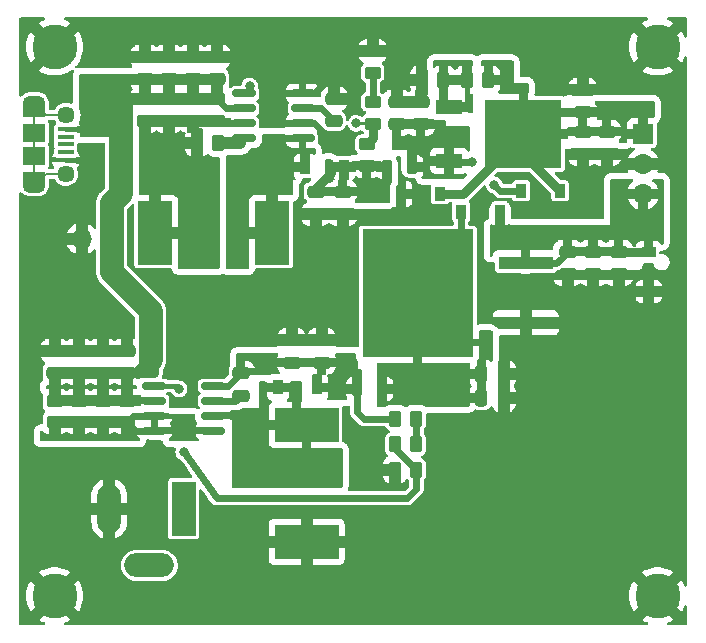
<source format=gbr>
%TF.GenerationSoftware,KiCad,Pcbnew,(6.0.2)*%
%TF.CreationDate,2022-12-20T22:03:32-08:00*%
%TF.ProjectId,split_supply_generator,73706c69-745f-4737-9570-706c795f6765,rev?*%
%TF.SameCoordinates,Original*%
%TF.FileFunction,Copper,L1,Top*%
%TF.FilePolarity,Positive*%
%FSLAX46Y46*%
G04 Gerber Fmt 4.6, Leading zero omitted, Abs format (unit mm)*
G04 Created by KiCad (PCBNEW (6.0.2)) date 2022-12-20 22:03:32*
%MOMM*%
%LPD*%
G01*
G04 APERTURE LIST*
G04 Aperture macros list*
%AMRoundRect*
0 Rectangle with rounded corners*
0 $1 Rounding radius*
0 $2 $3 $4 $5 $6 $7 $8 $9 X,Y pos of 4 corners*
0 Add a 4 corners polygon primitive as box body*
4,1,4,$2,$3,$4,$5,$6,$7,$8,$9,$2,$3,0*
0 Add four circle primitives for the rounded corners*
1,1,$1+$1,$2,$3*
1,1,$1+$1,$4,$5*
1,1,$1+$1,$6,$7*
1,1,$1+$1,$8,$9*
0 Add four rect primitives between the rounded corners*
20,1,$1+$1,$2,$3,$4,$5,0*
20,1,$1+$1,$4,$5,$6,$7,0*
20,1,$1+$1,$6,$7,$8,$9,0*
20,1,$1+$1,$8,$9,$2,$3,0*%
G04 Aperture macros list end*
%TA.AperFunction,SMDPad,CuDef*%
%ADD10RoundRect,0.250000X-0.475000X0.250000X-0.475000X-0.250000X0.475000X-0.250000X0.475000X0.250000X0*%
%TD*%
%TA.AperFunction,SMDPad,CuDef*%
%ADD11RoundRect,0.250000X0.475000X-0.250000X0.475000X0.250000X-0.475000X0.250000X-0.475000X-0.250000X0*%
%TD*%
%TA.AperFunction,SMDPad,CuDef*%
%ADD12R,0.900000X1.200000*%
%TD*%
%TA.AperFunction,SMDPad,CuDef*%
%ADD13RoundRect,0.250000X-0.450000X0.262500X-0.450000X-0.262500X0.450000X-0.262500X0.450000X0.262500X0*%
%TD*%
%TA.AperFunction,SMDPad,CuDef*%
%ADD14R,5.400000X2.900000*%
%TD*%
%TA.AperFunction,ComponentPad*%
%ADD15R,1.700000X1.700000*%
%TD*%
%TA.AperFunction,ComponentPad*%
%ADD16O,1.700000X1.700000*%
%TD*%
%TA.AperFunction,SMDPad,CuDef*%
%ADD17RoundRect,0.218750X-0.218750X-0.381250X0.218750X-0.381250X0.218750X0.381250X-0.218750X0.381250X0*%
%TD*%
%TA.AperFunction,SMDPad,CuDef*%
%ADD18RoundRect,0.250000X-0.262500X-0.450000X0.262500X-0.450000X0.262500X0.450000X-0.262500X0.450000X0*%
%TD*%
%TA.AperFunction,SMDPad,CuDef*%
%ADD19RoundRect,0.150000X0.825000X0.150000X-0.825000X0.150000X-0.825000X-0.150000X0.825000X-0.150000X0*%
%TD*%
%TA.AperFunction,SMDPad,CuDef*%
%ADD20RoundRect,0.250000X0.250000X0.475000X-0.250000X0.475000X-0.250000X-0.475000X0.250000X-0.475000X0*%
%TD*%
%TA.AperFunction,ComponentPad*%
%ADD21C,3.800000*%
%TD*%
%TA.AperFunction,SMDPad,CuDef*%
%ADD22RoundRect,0.250000X0.262500X0.450000X-0.262500X0.450000X-0.262500X-0.450000X0.262500X-0.450000X0*%
%TD*%
%TA.AperFunction,SMDPad,CuDef*%
%ADD23R,1.200000X0.900000*%
%TD*%
%TA.AperFunction,SMDPad,CuDef*%
%ADD24R,1.350000X0.400000*%
%TD*%
%TA.AperFunction,SMDPad,CuDef*%
%ADD25R,1.900000X1.200000*%
%TD*%
%TA.AperFunction,SMDPad,CuDef*%
%ADD26R,1.900000X1.500000*%
%TD*%
%TA.AperFunction,ComponentPad*%
%ADD27C,1.450000*%
%TD*%
%TA.AperFunction,ComponentPad*%
%ADD28O,1.900000X1.200000*%
%TD*%
%TA.AperFunction,SMDPad,CuDef*%
%ADD29R,2.900000X5.400000*%
%TD*%
%TA.AperFunction,ComponentPad*%
%ADD30R,2.000000X4.600000*%
%TD*%
%TA.AperFunction,ComponentPad*%
%ADD31O,2.000000X4.200000*%
%TD*%
%TA.AperFunction,ComponentPad*%
%ADD32O,4.200000X2.000000*%
%TD*%
%TA.AperFunction,SMDPad,CuDef*%
%ADD33RoundRect,0.250000X-0.250000X-0.475000X0.250000X-0.475000X0.250000X0.475000X-0.250000X0.475000X0*%
%TD*%
%TA.AperFunction,SMDPad,CuDef*%
%ADD34R,2.200000X1.200000*%
%TD*%
%TA.AperFunction,SMDPad,CuDef*%
%ADD35R,6.400000X5.800000*%
%TD*%
%TA.AperFunction,SMDPad,CuDef*%
%ADD36R,4.600000X1.100000*%
%TD*%
%TA.AperFunction,SMDPad,CuDef*%
%ADD37R,9.400000X10.800000*%
%TD*%
%TA.AperFunction,ViaPad*%
%ADD38C,0.800000*%
%TD*%
%TA.AperFunction,Conductor*%
%ADD39C,0.400000*%
%TD*%
%TA.AperFunction,Conductor*%
%ADD40C,0.600000*%
%TD*%
%TA.AperFunction,Conductor*%
%ADD41C,2.000000*%
%TD*%
%TA.AperFunction,Conductor*%
%ADD42C,0.800000*%
%TD*%
%TA.AperFunction,Conductor*%
%ADD43C,1.000000*%
%TD*%
%TA.AperFunction,Conductor*%
%ADD44C,0.200000*%
%TD*%
%TA.AperFunction,Conductor*%
%ADD45C,0.254000*%
%TD*%
G04 APERTURE END LIST*
D10*
%TO.P,C22,1*%
%TO.N,GND*%
X113538000Y-86043500D03*
%TO.P,C22,2*%
%TO.N,/-18V*%
X113538000Y-87943500D03*
%TD*%
D11*
%TO.P,C8,1*%
%TO.N,Net-(C7-Pad2)*%
X122428000Y-67752000D03*
%TO.P,C8,2*%
%TO.N,GND*%
X122428000Y-65852000D03*
%TD*%
D12*
%TO.P,D2,1,K*%
%TO.N,/+18V*%
X117982000Y-71374000D03*
%TO.P,D2,2,A*%
%TO.N,Net-(D2-Pad2)*%
X114682000Y-71374000D03*
%TD*%
D13*
%TO.P,R9,2*%
%TO.N,Net-(R6-Pad1)*%
X120396000Y-67714500D03*
%TO.P,R9,1*%
%TO.N,Net-(R10-Pad2)*%
X120396000Y-65889500D03*
%TD*%
D12*
%TO.P,D3,1,K*%
%TO.N,+15V*%
X126110000Y-73660000D03*
%TO.P,D3,2,A*%
%TO.N,GND*%
X122810000Y-73660000D03*
%TD*%
%TO.P,D5,1,K*%
%TO.N,Net-(D5-Pad1)*%
X112396000Y-90041500D03*
%TO.P,D5,2,A*%
%TO.N,/-18V*%
X115696000Y-90041500D03*
%TD*%
D10*
%TO.P,C2,1*%
%TO.N,GND*%
X105156000Y-62042000D03*
%TO.P,C2,2*%
%TO.N,VD*%
X105156000Y-63942000D03*
%TD*%
%TO.P,C20,1*%
%TO.N,GND*%
X95504000Y-86934000D03*
%TO.P,C20,2*%
%TO.N,VD*%
X95504000Y-88834000D03*
%TD*%
%TO.P,C18,1*%
%TO.N,GND*%
X99568000Y-86934000D03*
%TO.P,C18,2*%
%TO.N,VD*%
X99568000Y-88834000D03*
%TD*%
D13*
%TO.P,R12,1*%
%TO.N,VD*%
X97536000Y-91161000D03*
%TO.P,R12,2*%
%TO.N,Net-(R11-Pad2)*%
X97536000Y-92986000D03*
%TD*%
%TO.P,R2,1*%
%TO.N,VD*%
X105156000Y-65635500D03*
%TO.P,R2,2*%
%TO.N,Net-(L1-Pad1)*%
X105156000Y-67460500D03*
%TD*%
D14*
%TO.P,L2,1*%
%TO.N,Net-(D5-Pad1)*%
X114808000Y-93218000D03*
%TO.P,L2,2*%
%TO.N,GND*%
X114808000Y-103118000D03*
%TD*%
D11*
%TO.P,C9,1*%
%TO.N,GND*%
X140208000Y-70292000D03*
%TO.P,C9,2*%
%TO.N,+15V*%
X140208000Y-68392000D03*
%TD*%
D15*
%TO.P,J2,1,Pin_1*%
%TO.N,+15V*%
X143281000Y-68595000D03*
D16*
%TO.P,J2,2,Pin_2*%
%TO.N,GND*%
X143281000Y-71135000D03*
%TO.P,J2,3,Pin_3*%
%TO.N,-15V*%
X143281000Y-73675000D03*
%TD*%
D13*
%TO.P,R13,1*%
%TO.N,VD*%
X95504000Y-91161000D03*
%TO.P,R13,2*%
%TO.N,Net-(R11-Pad2)*%
X95504000Y-92986000D03*
%TD*%
%TO.P,R6,1*%
%TO.N,Net-(R6-Pad1)*%
X119888000Y-69445500D03*
%TO.P,R6,2*%
%TO.N,/+18V*%
X119888000Y-71270500D03*
%TD*%
D15*
%TO.P,J4,1,Pin_1*%
%TO.N,VD*%
X98298000Y-77470000D03*
D16*
%TO.P,J4,2,Pin_2*%
%TO.N,GND*%
X95758000Y-77470000D03*
%TD*%
D17*
%TO.P,FB2,1*%
%TO.N,/-18V*%
X119079500Y-90170000D03*
%TO.P,FB2,2*%
%TO.N,Net-(C13-Pad1)*%
X121204500Y-90170000D03*
%TD*%
D13*
%TO.P,R10,1*%
%TO.N,GND*%
X120396000Y-61571500D03*
%TO.P,R10,2*%
%TO.N,Net-(R10-Pad2)*%
X120396000Y-63396500D03*
%TD*%
D18*
%TO.P,R7,1*%
%TO.N,Net-(R7-Pad1)*%
X128373500Y-64008000D03*
%TO.P,R7,2*%
%TO.N,+15V*%
X130198500Y-64008000D03*
%TD*%
D12*
%TO.P,D1,1,K*%
%TO.N,Net-(C7-Pad2)*%
X132970000Y-73406000D03*
%TO.P,D1,2,A*%
%TO.N,+15V*%
X136270000Y-73406000D03*
%TD*%
D17*
%TO.P,FB1,1*%
%TO.N,/+18V*%
X121619500Y-71374000D03*
%TO.P,FB1,2*%
%TO.N,Net-(C7-Pad2)*%
X123744500Y-71374000D03*
%TD*%
D10*
%TO.P,C7,1*%
%TO.N,GND*%
X124460000Y-65852000D03*
%TO.P,C7,2*%
%TO.N,Net-(C7-Pad2)*%
X124460000Y-67752000D03*
%TD*%
D19*
%TO.P,U3,1,SwC*%
%TO.N,Net-(R11-Pad2)*%
X106869000Y-93724500D03*
%TO.P,U3,2,SwE*%
%TO.N,Net-(D5-Pad1)*%
X106869000Y-92454500D03*
%TO.P,U3,3,TC*%
%TO.N,Net-(C24-Pad2)*%
X106869000Y-91184500D03*
%TO.P,U3,4,GND*%
%TO.N,/-18V*%
X106869000Y-89914500D03*
%TO.P,U3,5,Vfb*%
%TO.N,Net-(R16-Pad2)*%
X101919000Y-89914500D03*
%TO.P,U3,6,Vin*%
%TO.N,VD*%
X101919000Y-91184500D03*
%TO.P,U3,7,Ipk*%
%TO.N,Net-(R11-Pad2)*%
X101919000Y-92454500D03*
%TO.P,U3,8,DC*%
X101919000Y-93724500D03*
%TD*%
D13*
%TO.P,R1,1*%
%TO.N,VD*%
X107188000Y-65635500D03*
%TO.P,R1,2*%
%TO.N,Net-(L1-Pad1)*%
X107188000Y-67460500D03*
%TD*%
D20*
%TO.P,C14,1*%
%TO.N,GND*%
X131506000Y-90932000D03*
%TO.P,C14,2*%
%TO.N,Net-(C13-Pad1)*%
X129606000Y-90932000D03*
%TD*%
D21*
%TO.P,H3,1,1*%
%TO.N,GND*%
X93472000Y-107696000D03*
%TD*%
D19*
%TO.P,U1,1,SwC*%
%TO.N,Net-(D2-Pad2)*%
X114489000Y-68961000D03*
%TO.P,U1,2,SwE*%
%TO.N,GND*%
X114489000Y-67691000D03*
%TO.P,U1,3,TC*%
%TO.N,Net-(C12-Pad2)*%
X114489000Y-66421000D03*
%TO.P,U1,4,GND*%
%TO.N,GND*%
X114489000Y-65151000D03*
%TO.P,U1,5,Vfb*%
%TO.N,Net-(R6-Pad1)*%
X109539000Y-65151000D03*
%TO.P,U1,6,Vin*%
%TO.N,VD*%
X109539000Y-66421000D03*
%TO.P,U1,7,Ipk*%
%TO.N,Net-(L1-Pad1)*%
X109539000Y-67691000D03*
%TO.P,U1,8,DC*%
%TO.N,Net-(R5-Pad1)*%
X109539000Y-68961000D03*
%TD*%
D11*
%TO.P,C5,1*%
%TO.N,GND*%
X117856000Y-75372000D03*
%TO.P,C5,2*%
%TO.N,/+18V*%
X117856000Y-73472000D03*
%TD*%
D13*
%TO.P,R11,1*%
%TO.N,VD*%
X99568000Y-91161000D03*
%TO.P,R11,2*%
%TO.N,Net-(R11-Pad2)*%
X99568000Y-92986000D03*
%TD*%
D22*
%TO.P,R5,1*%
%TO.N,Net-(R5-Pad1)*%
X107338500Y-69342000D03*
%TO.P,R5,2*%
%TO.N,Net-(L1-Pad1)*%
X105513500Y-69342000D03*
%TD*%
D10*
%TO.P,C10,1*%
%TO.N,GND*%
X138176000Y-64836000D03*
%TO.P,C10,2*%
%TO.N,+15V*%
X138176000Y-66736000D03*
%TD*%
D21*
%TO.P,H1,1,1*%
%TO.N,GND*%
X144526000Y-61214000D03*
%TD*%
D12*
%TO.P,D6,1,K*%
%TO.N,-15V*%
X131190000Y-75184000D03*
%TO.P,D6,2,A*%
%TO.N,Net-(C13-Pad1)*%
X127890000Y-75184000D03*
%TD*%
D18*
%TO.P,R8,1*%
%TO.N,GND*%
X124563500Y-64008000D03*
%TO.P,R8,2*%
%TO.N,Net-(R7-Pad1)*%
X126388500Y-64008000D03*
%TD*%
%TO.P,R15,1*%
%TO.N,/-18V*%
X122277500Y-92710000D03*
%TO.P,R15,2*%
%TO.N,Net-(R15-Pad2)*%
X124102500Y-92710000D03*
%TD*%
D22*
%TO.P,R17,1*%
%TO.N,Net-(R16-Pad2)*%
X124102500Y-97028000D03*
%TO.P,R17,2*%
%TO.N,GND*%
X122277500Y-97028000D03*
%TD*%
D10*
%TO.P,C1,1*%
%TO.N,GND*%
X107188000Y-62042000D03*
%TO.P,C1,2*%
%TO.N,VD*%
X107188000Y-63942000D03*
%TD*%
D23*
%TO.P,D4,1,K*%
%TO.N,GND*%
X143764000Y-81914000D03*
%TO.P,D4,2,A*%
%TO.N,-15V*%
X143764000Y-78614000D03*
%TD*%
D10*
%TO.P,C23,1*%
%TO.N,GND*%
X116078000Y-86043500D03*
%TO.P,C23,2*%
%TO.N,/-18V*%
X116078000Y-87943500D03*
%TD*%
D24*
%TO.P,J3,1,VBUS*%
%TO.N,VD*%
X94426500Y-68169000D03*
%TO.P,J3,2,D-*%
%TO.N,unconnected-(J3-Pad2)*%
X94426500Y-68819000D03*
%TO.P,J3,3,D+*%
%TO.N,unconnected-(J3-Pad3)*%
X94426500Y-69469000D03*
%TO.P,J3,4,ID*%
%TO.N,unconnected-(J3-Pad4)*%
X94426500Y-70119000D03*
%TO.P,J3,5,GND*%
%TO.N,GND*%
X94426500Y-70769000D03*
D25*
%TO.P,J3,6,Shield*%
%TO.N,unconnected-(J3-Pad6)*%
X91726500Y-72369000D03*
D26*
X91726500Y-68469000D03*
D27*
X94426500Y-66969000D03*
D28*
X91726500Y-72969000D03*
X91726500Y-65969000D03*
D26*
X91726500Y-70469000D03*
D25*
X91726500Y-66569000D03*
D27*
X94426500Y-71969000D03*
%TD*%
D13*
%TO.P,R3,1*%
%TO.N,VD*%
X103124000Y-65635500D03*
%TO.P,R3,2*%
%TO.N,Net-(L1-Pad1)*%
X103124000Y-67460500D03*
%TD*%
D10*
%TO.P,C21,1*%
%TO.N,GND*%
X93472000Y-86934000D03*
%TO.P,C21,2*%
%TO.N,VD*%
X93472000Y-88834000D03*
%TD*%
%TO.P,C24,1*%
%TO.N,/-18V*%
X109220000Y-88837500D03*
%TO.P,C24,2*%
%TO.N,Net-(C24-Pad2)*%
X109220000Y-90737500D03*
%TD*%
D29*
%TO.P,L1,1*%
%TO.N,Net-(L1-Pad1)*%
X101982500Y-76962000D03*
%TO.P,L1,2*%
%TO.N,Net-(D2-Pad2)*%
X111882500Y-76962000D03*
%TD*%
D21*
%TO.P,H4,1,1*%
%TO.N,GND*%
X144526000Y-107696000D03*
%TD*%
D13*
%TO.P,R4,1*%
%TO.N,VD*%
X101092000Y-65635500D03*
%TO.P,R4,2*%
%TO.N,Net-(L1-Pad1)*%
X101092000Y-67460500D03*
%TD*%
D10*
%TO.P,C12,1*%
%TO.N,GND*%
X117094000Y-65598000D03*
%TO.P,C12,2*%
%TO.N,Net-(C12-Pad2)*%
X117094000Y-67498000D03*
%TD*%
D30*
%TO.P,J1,1*%
%TO.N,VD*%
X104394000Y-100315000D03*
D31*
%TO.P,J1,2*%
%TO.N,GND*%
X98094000Y-100315000D03*
D32*
%TO.P,J1,3*%
%TO.N,unconnected-(J1-Pad3)*%
X101494000Y-105115000D03*
%TD*%
D10*
%TO.P,C3,1*%
%TO.N,GND*%
X103124000Y-62042000D03*
%TO.P,C3,2*%
%TO.N,VD*%
X103124000Y-63942000D03*
%TD*%
D11*
%TO.P,C15,1*%
%TO.N,GND*%
X136906000Y-80452000D03*
%TO.P,C15,2*%
%TO.N,-15V*%
X136906000Y-78552000D03*
%TD*%
D22*
%TO.P,R16,1*%
%TO.N,Net-(R15-Pad2)*%
X124102500Y-94869000D03*
%TO.P,R16,2*%
%TO.N,Net-(R16-Pad2)*%
X122277500Y-94869000D03*
%TD*%
D11*
%TO.P,C17,1*%
%TO.N,GND*%
X141224000Y-80452000D03*
%TO.P,C17,2*%
%TO.N,-15V*%
X141224000Y-78552000D03*
%TD*%
%TO.P,C6,1*%
%TO.N,GND*%
X115570000Y-75372000D03*
%TO.P,C6,2*%
%TO.N,/+18V*%
X115570000Y-73472000D03*
%TD*%
D33*
%TO.P,C13,1*%
%TO.N,Net-(C13-Pad1)*%
X129606000Y-88900000D03*
%TO.P,C13,2*%
%TO.N,GND*%
X131506000Y-88900000D03*
%TD*%
D10*
%TO.P,C19,1*%
%TO.N,GND*%
X97536000Y-86934000D03*
%TO.P,C19,2*%
%TO.N,VD*%
X97536000Y-88834000D03*
%TD*%
%TO.P,C4,1*%
%TO.N,GND*%
X101092000Y-62042000D03*
%TO.P,C4,2*%
%TO.N,VD*%
X101092000Y-63942000D03*
%TD*%
D34*
%TO.P,U2,1,ADJ*%
%TO.N,Net-(R7-Pad1)*%
X126864000Y-66300000D03*
D35*
%TO.P,U2,2,VO*%
%TO.N,+15V*%
X133164000Y-68580000D03*
D34*
%TO.P,U2,3,VI*%
%TO.N,Net-(C7-Pad2)*%
X126864000Y-70860000D03*
%TD*%
D21*
%TO.P,H2,1,1*%
%TO.N,GND*%
X93472000Y-61214000D03*
%TD*%
D11*
%TO.P,C11,1*%
%TO.N,GND*%
X138176000Y-70292000D03*
%TO.P,C11,2*%
%TO.N,+15V*%
X138176000Y-68392000D03*
%TD*%
D36*
%TO.P,U4,1,GND*%
%TO.N,GND*%
X133356000Y-84582000D03*
D37*
%TO.P,U4,2,VI*%
%TO.N,Net-(C13-Pad1)*%
X124206000Y-82042000D03*
D36*
%TO.P,U4,3,VO*%
%TO.N,-15V*%
X133356000Y-79502000D03*
%TD*%
D11*
%TO.P,C16,1*%
%TO.N,GND*%
X139065000Y-80452000D03*
%TO.P,C16,2*%
%TO.N,-15V*%
X139065000Y-78552000D03*
%TD*%
D13*
%TO.P,R14,1*%
%TO.N,VD*%
X93472000Y-91161000D03*
%TO.P,R14,2*%
%TO.N,Net-(R11-Pad2)*%
X93472000Y-92986000D03*
%TD*%
D38*
%TO.N,GND*%
X96774000Y-70612000D03*
X110966000Y-82042000D03*
X97663000Y-83312000D03*
X105664000Y-85122000D03*
X106045000Y-60198000D03*
X92837000Y-104013000D03*
X95853000Y-84582000D03*
X112776000Y-83312000D03*
X124206000Y-104426000D03*
X104394000Y-83312000D03*
X122936000Y-104426000D03*
X137033000Y-83820000D03*
X116840000Y-63754000D03*
X114586000Y-108204000D03*
X124206000Y-60706000D03*
X140970000Y-83820000D03*
X122396000Y-61976000D03*
X104394000Y-85122000D03*
X119380000Y-95980000D03*
X118110000Y-63754000D03*
X142240000Y-91440000D03*
X112776000Y-106934000D03*
X104394000Y-87122000D03*
X94107000Y-104013000D03*
X112014000Y-66929000D03*
X116439921Y-68726079D03*
X120650000Y-93980000D03*
X108966000Y-82042000D03*
X92837000Y-102203000D03*
X110236000Y-62103000D03*
X117094000Y-82550000D03*
X122936000Y-106426000D03*
X112776000Y-108204000D03*
X137160000Y-93980000D03*
X110966000Y-83312000D03*
X124206000Y-61976000D03*
X94107000Y-100203000D03*
X115824000Y-78740000D03*
X112046000Y-60833000D03*
X115824000Y-82550000D03*
X115824000Y-80740000D03*
X140970000Y-82550000D03*
X117094000Y-78740000D03*
X140589000Y-61214000D03*
X138652000Y-61214000D03*
X112776000Y-82042000D03*
X105664000Y-87122000D03*
X139033000Y-82550000D03*
X139033000Y-83820000D03*
X138652000Y-62484000D03*
X136652000Y-62484000D03*
X137922000Y-74136000D03*
X124206000Y-106426000D03*
X114586000Y-106934000D03*
X110236000Y-60833000D03*
X92837000Y-100203000D03*
X139192000Y-72136000D03*
X137160000Y-91440000D03*
X124206000Y-102489000D03*
X139192000Y-74136000D03*
X137922000Y-72136000D03*
X122396000Y-60706000D03*
X116586000Y-108204000D03*
X96774000Y-72390000D03*
X142240000Y-93980000D03*
X93853000Y-84582000D03*
X105664000Y-83312000D03*
X136652000Y-61214000D03*
X122936000Y-102489000D03*
X140589000Y-62484000D03*
X137160000Y-88900000D03*
X97663000Y-84582000D03*
X137033000Y-82550000D03*
X114046000Y-62103000D03*
X120650000Y-97790000D03*
X117348000Y-69342000D03*
X112014000Y-65659000D03*
X142240000Y-88900000D03*
X108966000Y-83312000D03*
X104045000Y-60198000D03*
X114046000Y-60833000D03*
X116586000Y-106934000D03*
X120650000Y-95980000D03*
X94107000Y-102203000D03*
X93853000Y-83312000D03*
X102235000Y-60198000D03*
X119380000Y-93980000D03*
X112046000Y-62103000D03*
X119380000Y-97790000D03*
X95853000Y-83312000D03*
X117094000Y-80740000D03*
%TO.N,VD*%
X101600000Y-86868000D03*
X101600000Y-85090000D03*
X93472000Y-90043000D03*
X101219000Y-83185000D03*
X95504000Y-90043000D03*
X101600000Y-84074000D03*
X101600000Y-87757000D03*
X97536000Y-90043000D03*
X99568000Y-90043000D03*
X101600000Y-85979000D03*
%TO.N,Net-(R6-Pad1)*%
X118999000Y-67691000D03*
X109982000Y-64516000D03*
%TO.N,Net-(C7-Pad2)*%
X128778000Y-70993000D03*
X130683000Y-72898000D03*
%TO.N,Net-(R16-Pad2)*%
X104013000Y-90170000D03*
X104394000Y-95504000D03*
%TD*%
D39*
%TO.N,GND*%
X95377000Y-70769000D02*
X96296000Y-70769000D01*
D40*
X116439921Y-68687921D02*
X116439921Y-68726079D01*
D39*
X116840000Y-68887559D02*
X116840000Y-69088000D01*
X116786441Y-68834000D02*
X117856000Y-68834000D01*
D40*
X115443000Y-65151000D02*
X116840000Y-63754000D01*
D39*
X114489000Y-65151000D02*
X115443000Y-65151000D01*
X116840000Y-69088000D02*
X116840000Y-69342000D01*
D40*
X115443000Y-67691000D02*
X116439921Y-68687921D01*
X114489000Y-67691000D02*
X115443000Y-67691000D01*
X95377000Y-70769000D02*
X96490000Y-70769000D01*
D39*
X117856000Y-69342000D02*
X117856000Y-69596000D01*
X117856000Y-69088000D02*
X116840000Y-69088000D01*
X117348000Y-69342000D02*
X117856000Y-69342000D01*
X94426500Y-70769000D02*
X95377000Y-70769000D01*
X117856000Y-68834000D02*
X117856000Y-69088000D01*
X116840000Y-69342000D02*
X117348000Y-69342000D01*
D40*
X116439921Y-68726079D02*
X116840000Y-68887559D01*
D39*
X117856000Y-69596000D02*
X116840000Y-69596000D01*
D41*
%TO.N,VD*%
X101600000Y-85979000D02*
X101600000Y-86868000D01*
X101219000Y-83185000D02*
X101600000Y-83566000D01*
D40*
X96744000Y-68169000D02*
X95474000Y-68169000D01*
D42*
X99568000Y-88834000D02*
X101920000Y-88834000D01*
X101920000Y-88077000D02*
X101600000Y-87757000D01*
D39*
X94426500Y-68169000D02*
X95474000Y-68169000D01*
D43*
X100523000Y-88834000D02*
X101600000Y-87757000D01*
D41*
X101600000Y-85090000D02*
X101600000Y-85979000D01*
X101600000Y-86868000D02*
X101600000Y-87757000D01*
X99060000Y-73660000D02*
X98298000Y-74422000D01*
X101600000Y-83566000D02*
X101600000Y-84074000D01*
D40*
X109539000Y-66421000D02*
X107973500Y-66421000D01*
D41*
X101600000Y-84074000D02*
X101600000Y-85090000D01*
X98298000Y-74422000D02*
X98298000Y-77470000D01*
X99060000Y-73660000D02*
X99060000Y-65635500D01*
X98298000Y-77470000D02*
X98298000Y-80264000D01*
D42*
X101920000Y-88834000D02*
X101920000Y-88077000D01*
D40*
X107973500Y-66421000D02*
X107188000Y-65635500D01*
D41*
X98298000Y-80264000D02*
X101219000Y-83185000D01*
D42*
%TO.N,/+18V*%
X115570000Y-73472000D02*
X115570000Y-73152000D01*
X115570000Y-73152000D02*
X116840000Y-71882000D01*
%TO.N,+15V*%
X135008000Y-66736000D02*
X133164000Y-68580000D01*
X138176000Y-66736000D02*
X135008000Y-66736000D01*
X133164000Y-70300000D02*
X136270000Y-73406000D01*
X133164000Y-68580000D02*
X133164000Y-70300000D01*
X128084000Y-73660000D02*
X133164000Y-68580000D01*
X126110000Y-73660000D02*
X128084000Y-73660000D01*
%TO.N,-15V*%
X143764000Y-78614000D02*
X141286000Y-78614000D01*
D40*
X135956000Y-79502000D02*
X136304000Y-79154000D01*
X136304000Y-79154000D02*
X136906000Y-78552000D01*
X141286000Y-78614000D02*
X141224000Y-78552000D01*
X133356000Y-79502000D02*
X135956000Y-79502000D01*
%TO.N,/-18V*%
X119079500Y-92155500D02*
X119634000Y-92710000D01*
X119079500Y-90170000D02*
X119079500Y-92155500D01*
X108143000Y-89914500D02*
X109220000Y-88837500D01*
X106869000Y-89914500D02*
X108143000Y-89914500D01*
X119634000Y-92710000D02*
X122277500Y-92710000D01*
D42*
%TO.N,Net-(D5-Pad1)*%
X114808000Y-93218000D02*
X113919000Y-92329000D01*
X113919000Y-92329000D02*
X113919000Y-90424000D01*
D44*
%TO.N,unconnected-(J3-Pad6)*%
X94426500Y-66969000D02*
X92726500Y-66969000D01*
X92726500Y-71969000D02*
X91726500Y-72969000D01*
X91726500Y-66569000D02*
X91726500Y-72969000D01*
X94426500Y-71969000D02*
X92726500Y-71969000D01*
X92726500Y-66969000D02*
X91726500Y-65969000D01*
D40*
%TO.N,Net-(L1-Pad1)*%
X107418500Y-67691000D02*
X107188000Y-67460500D01*
D45*
%TO.N,Net-(R6-Pad1)*%
X109982000Y-64708000D02*
X109539000Y-65151000D01*
X120372500Y-67691000D02*
X118999000Y-67691000D01*
X120396000Y-67714500D02*
X120372500Y-67691000D01*
D42*
X120396000Y-68937500D02*
X119888000Y-69445500D01*
D45*
X109982000Y-64516000D02*
X109982000Y-64708000D01*
D42*
X120396000Y-67714500D02*
X120396000Y-68937500D01*
D40*
%TO.N,Net-(R10-Pad2)*%
X120396000Y-63396500D02*
X120396000Y-65889500D01*
%TO.N,Net-(C7-Pad2)*%
X128778000Y-70993000D02*
X126997000Y-70993000D01*
X126997000Y-70993000D02*
X126864000Y-70860000D01*
X132970000Y-73406000D02*
X131191000Y-73406000D01*
X131191000Y-73406000D02*
X130683000Y-72898000D01*
%TO.N,Net-(C12-Pad2)*%
X116017000Y-66421000D02*
X117094000Y-67498000D01*
X114489000Y-66421000D02*
X116017000Y-66421000D01*
%TO.N,Net-(C13-Pad1)*%
X127890000Y-78358000D02*
X124206000Y-82042000D01*
X127890000Y-75184000D02*
X127890000Y-78358000D01*
X124206000Y-82042000D02*
X128397000Y-86233000D01*
X128397000Y-86233000D02*
X129921000Y-86233000D01*
%TO.N,Net-(C24-Pad2)*%
X106869000Y-91184500D02*
X108773000Y-91184500D01*
X108773000Y-91184500D02*
X109220000Y-90737500D01*
D43*
%TO.N,Net-(R5-Pad1)*%
X107338500Y-69342000D02*
X109158000Y-69342000D01*
D40*
X109158000Y-69342000D02*
X109539000Y-68961000D01*
D42*
%TO.N,Net-(R7-Pad1)*%
X126388500Y-65824500D02*
X126864000Y-66300000D01*
X126388500Y-64008000D02*
X126388500Y-65824500D01*
D39*
X128373500Y-66038100D02*
X128117600Y-66294000D01*
X128373500Y-64008000D02*
X128373500Y-66038100D01*
D40*
%TO.N,Net-(R11-Pad2)*%
X101919000Y-93724500D02*
X100306500Y-93724500D01*
X100099500Y-92454500D02*
X99568000Y-92986000D01*
X101919000Y-92454500D02*
X101919000Y-93724500D01*
X101919000Y-92454500D02*
X100099500Y-92454500D01*
X100306500Y-93724500D02*
X99568000Y-92986000D01*
%TO.N,Net-(R15-Pad2)*%
X124102500Y-92710000D02*
X124102500Y-94869000D01*
D39*
%TO.N,Net-(R16-Pad2)*%
X103757500Y-89914500D02*
X104013000Y-90170000D01*
D40*
X122277500Y-95203000D02*
X124102500Y-97028000D01*
X123317000Y-99441000D02*
X124102500Y-98655500D01*
X124102500Y-98655500D02*
X124102500Y-97028000D01*
X122277500Y-94869000D02*
X122277500Y-95203000D01*
X104394000Y-95504000D02*
X107188000Y-99441000D01*
X107188000Y-99441000D02*
X123317000Y-99441000D01*
D39*
X101919000Y-89914500D02*
X103757500Y-89914500D01*
%TD*%
%TA.AperFunction,Conductor*%
%TO.N,Net-(D2-Pad2)*%
G36*
X112975621Y-68600002D02*
G01*
X113013304Y-68637578D01*
X113025845Y-68656971D01*
X113034735Y-68661000D01*
X114663000Y-68661000D01*
X114731121Y-68681002D01*
X114777614Y-68734658D01*
X114789000Y-68787000D01*
X114789000Y-69750884D01*
X114793475Y-69766123D01*
X114794865Y-69767328D01*
X114802548Y-69768999D01*
X115377984Y-69768999D01*
X115382920Y-69768805D01*
X115411330Y-69766570D01*
X115421362Y-69764738D01*
X115491968Y-69772176D01*
X115547345Y-69816606D01*
X115570000Y-69888688D01*
X115570000Y-70217512D01*
X115549998Y-70285633D01*
X115496342Y-70332126D01*
X115426068Y-70342230D01*
X115383491Y-70328032D01*
X115370058Y-70320677D01*
X115249606Y-70275522D01*
X115234351Y-70271895D01*
X115183486Y-70266369D01*
X115176672Y-70266000D01*
X115150115Y-70266000D01*
X115134876Y-70270475D01*
X115133671Y-70271865D01*
X115132000Y-70279548D01*
X115132000Y-71698000D01*
X115111998Y-71766121D01*
X115058342Y-71812614D01*
X115006000Y-71824000D01*
X113742116Y-71824000D01*
X113726877Y-71828475D01*
X113725672Y-71829865D01*
X113724001Y-71837548D01*
X113724001Y-72018669D01*
X113724371Y-72025490D01*
X113729895Y-72076352D01*
X113733521Y-72091604D01*
X113778676Y-72212054D01*
X113787214Y-72227649D01*
X113853006Y-72315435D01*
X113877854Y-72381942D01*
X113862801Y-72451324D01*
X113812627Y-72501554D01*
X113752180Y-72517000D01*
X113665000Y-72517000D01*
X113665000Y-73662284D01*
X113644998Y-73730405D01*
X113591342Y-73776898D01*
X113521068Y-73787002D01*
X113494770Y-73780266D01*
X113450105Y-73763522D01*
X113434851Y-73759895D01*
X113383986Y-73754369D01*
X113377172Y-73754000D01*
X112400615Y-73754000D01*
X112385376Y-73758475D01*
X112384171Y-73759865D01*
X112382500Y-73767548D01*
X112382500Y-77336000D01*
X112362498Y-77404121D01*
X112308842Y-77450614D01*
X112256500Y-77462000D01*
X109942616Y-77462000D01*
X109927377Y-77466475D01*
X109926172Y-77467865D01*
X109924501Y-77475548D01*
X109924501Y-79706669D01*
X109924871Y-79713490D01*
X109930395Y-79764352D01*
X109934022Y-79779607D01*
X109956576Y-79839771D01*
X109961759Y-79910578D01*
X109927838Y-79972947D01*
X109865582Y-80007076D01*
X109838594Y-80010000D01*
X108076000Y-80010000D01*
X108007879Y-79989998D01*
X107961386Y-79936342D01*
X107950000Y-79884000D01*
X107950000Y-76443885D01*
X109924500Y-76443885D01*
X109928975Y-76459124D01*
X109930365Y-76460329D01*
X109938048Y-76462000D01*
X111364385Y-76462000D01*
X111379624Y-76457525D01*
X111380829Y-76456135D01*
X111382500Y-76448452D01*
X111382500Y-73772116D01*
X111378025Y-73756877D01*
X111376635Y-73755672D01*
X111368952Y-73754001D01*
X110387831Y-73754001D01*
X110381010Y-73754371D01*
X110330148Y-73759895D01*
X110314896Y-73763521D01*
X110194446Y-73808676D01*
X110178851Y-73817214D01*
X110076776Y-73893715D01*
X110064215Y-73906276D01*
X109987714Y-74008351D01*
X109979176Y-74023946D01*
X109934022Y-74144394D01*
X109930395Y-74159649D01*
X109924869Y-74210514D01*
X109924500Y-74217328D01*
X109924500Y-76443885D01*
X107950000Y-76443885D01*
X107950000Y-70905885D01*
X113724000Y-70905885D01*
X113728475Y-70921124D01*
X113729865Y-70922329D01*
X113737548Y-70924000D01*
X114213885Y-70924000D01*
X114229124Y-70919525D01*
X114230329Y-70918135D01*
X114232000Y-70910452D01*
X114232000Y-70284116D01*
X114227525Y-70268877D01*
X114226135Y-70267672D01*
X114218452Y-70266001D01*
X114187331Y-70266001D01*
X114180510Y-70266371D01*
X114129648Y-70271895D01*
X114114396Y-70275521D01*
X113993946Y-70320676D01*
X113978351Y-70329214D01*
X113876276Y-70405715D01*
X113863715Y-70418276D01*
X113787214Y-70520351D01*
X113778676Y-70535946D01*
X113733522Y-70656394D01*
X113729895Y-70671649D01*
X113724369Y-70722514D01*
X113724000Y-70729328D01*
X113724000Y-70905885D01*
X107950000Y-70905885D01*
X107950000Y-70538248D01*
X107970002Y-70470127D01*
X108009697Y-70431104D01*
X108069122Y-70394331D01*
X108069123Y-70394330D01*
X108075348Y-70390478D01*
X108080521Y-70385296D01*
X108086255Y-70380751D01*
X108087581Y-70382424D01*
X108140625Y-70353402D01*
X108167511Y-70350500D01*
X109207769Y-70350500D01*
X109210825Y-70350200D01*
X109210832Y-70350200D01*
X109269340Y-70344463D01*
X109354833Y-70336080D01*
X109360734Y-70334298D01*
X109360736Y-70334298D01*
X109434053Y-70312162D01*
X109544169Y-70278916D01*
X109718796Y-70186066D01*
X109805062Y-70115709D01*
X109867287Y-70064960D01*
X109867290Y-70064957D01*
X109872062Y-70061065D01*
X109875991Y-70056316D01*
X109994201Y-69913425D01*
X109994203Y-69913421D01*
X109998130Y-69908675D01*
X110001060Y-69903255D01*
X110001064Y-69903250D01*
X110037657Y-69835572D01*
X110087652Y-69785163D01*
X110148493Y-69769500D01*
X110430502Y-69769500D01*
X110432950Y-69769307D01*
X110432958Y-69769307D01*
X110461421Y-69767067D01*
X110461426Y-69767066D01*
X110467831Y-69766562D01*
X110567769Y-69737528D01*
X110619988Y-69722357D01*
X110619990Y-69722356D01*
X110627601Y-69720145D01*
X110656411Y-69703107D01*
X110763980Y-69639491D01*
X110763983Y-69639489D01*
X110770807Y-69635453D01*
X110888453Y-69517807D01*
X110892489Y-69510983D01*
X110892491Y-69510980D01*
X110969108Y-69381427D01*
X110973145Y-69374601D01*
X111002700Y-69272871D01*
X113025821Y-69272871D01*
X113053106Y-69366787D01*
X113059353Y-69381223D01*
X113135911Y-69510678D01*
X113145551Y-69523104D01*
X113251896Y-69629449D01*
X113264322Y-69639089D01*
X113393779Y-69715648D01*
X113408210Y-69721893D01*
X113554065Y-69764269D01*
X113566667Y-69766570D01*
X113595084Y-69768807D01*
X113600014Y-69769000D01*
X114170885Y-69769000D01*
X114186124Y-69764525D01*
X114187329Y-69763135D01*
X114189000Y-69755452D01*
X114189000Y-69279115D01*
X114184525Y-69263876D01*
X114183135Y-69262671D01*
X114175452Y-69261000D01*
X113040487Y-69261000D01*
X113026956Y-69264973D01*
X113025821Y-69272871D01*
X111002700Y-69272871D01*
X111019562Y-69214831D01*
X111022500Y-69177502D01*
X111022500Y-68744498D01*
X111020248Y-68715886D01*
X111034844Y-68646406D01*
X111084686Y-68595847D01*
X111145860Y-68580000D01*
X112907500Y-68580000D01*
X112975621Y-68600002D01*
G37*
%TD.AperFunction*%
%TD*%
%TA.AperFunction,Conductor*%
%TO.N,/+18V*%
G36*
X116966121Y-70759002D02*
G01*
X117012614Y-70812658D01*
X117024000Y-70865000D01*
X117024000Y-70955885D01*
X117028475Y-70971124D01*
X117029865Y-70972329D01*
X117037548Y-70974000D01*
X118621885Y-70974000D01*
X118637124Y-70969525D01*
X118639736Y-70966510D01*
X118672011Y-70907404D01*
X118734324Y-70873379D01*
X118761106Y-70870500D01*
X121016607Y-70870500D01*
X121084728Y-70890502D01*
X121131221Y-70944158D01*
X121137503Y-70961003D01*
X121140475Y-70971124D01*
X121141865Y-70972329D01*
X121149548Y-70974000D01*
X121893500Y-70974000D01*
X121961621Y-70994002D01*
X122008114Y-71047658D01*
X122019500Y-71100000D01*
X122019500Y-72442820D01*
X122031602Y-72484037D01*
X122041896Y-72500054D01*
X122047000Y-72535553D01*
X122047000Y-72596086D01*
X122026998Y-72664207D01*
X122010097Y-72685180D01*
X122003919Y-72691358D01*
X121996739Y-72696739D01*
X121991358Y-72703919D01*
X121991355Y-72703922D01*
X121950907Y-72757892D01*
X121909385Y-72813295D01*
X121858255Y-72949684D01*
X121851500Y-73011866D01*
X121851500Y-74296000D01*
X121831498Y-74364121D01*
X121777842Y-74410614D01*
X121725500Y-74422000D01*
X119007113Y-74422000D01*
X118938992Y-74401998D01*
X118892499Y-74348342D01*
X118882395Y-74278068D01*
X118911889Y-74213488D01*
X118917939Y-74206983D01*
X118924738Y-74200172D01*
X118933751Y-74188760D01*
X119018816Y-74050757D01*
X119024963Y-74037576D01*
X119075854Y-73884146D01*
X119074218Y-73875325D01*
X119061979Y-73872000D01*
X115296000Y-73872000D01*
X115227879Y-73851998D01*
X115181386Y-73798342D01*
X115170000Y-73746000D01*
X115170000Y-73198000D01*
X115190002Y-73129879D01*
X115243658Y-73083386D01*
X115296000Y-73072000D01*
X117437885Y-73072000D01*
X117453124Y-73067525D01*
X117454329Y-73066135D01*
X117456000Y-73058452D01*
X117456000Y-73053885D01*
X118256000Y-73053885D01*
X118260475Y-73069124D01*
X118261865Y-73070329D01*
X118269548Y-73072000D01*
X119060546Y-73072000D01*
X119074864Y-73067796D01*
X119076072Y-73060423D01*
X119075852Y-73059401D01*
X119024412Y-72905216D01*
X119018239Y-72892038D01*
X118932937Y-72754193D01*
X118923901Y-72742792D01*
X118809171Y-72628261D01*
X118797760Y-72619249D01*
X118747010Y-72587966D01*
X118699516Y-72535193D01*
X118688094Y-72465122D01*
X118716368Y-72399998D01*
X118737561Y-72379880D01*
X118787724Y-72342285D01*
X118800285Y-72329724D01*
X118882172Y-72220462D01*
X118884279Y-72222041D01*
X118924799Y-72181617D01*
X118994192Y-72166610D01*
X119051167Y-72185018D01*
X119109243Y-72220816D01*
X119122424Y-72226963D01*
X119276710Y-72278138D01*
X119290086Y-72281005D01*
X119384438Y-72290672D01*
X119390854Y-72291000D01*
X119469885Y-72291000D01*
X119485124Y-72286525D01*
X119486329Y-72285135D01*
X119488000Y-72277452D01*
X119488000Y-72272884D01*
X120288000Y-72272884D01*
X120292475Y-72288123D01*
X120293865Y-72289328D01*
X120301548Y-72290999D01*
X120385095Y-72290999D01*
X120391614Y-72290662D01*
X120487206Y-72280743D01*
X120500600Y-72277851D01*
X120654792Y-72226409D01*
X120667955Y-72220243D01*
X120688059Y-72207802D01*
X120756510Y-72188963D01*
X120824281Y-72210123D01*
X120843382Y-72225772D01*
X120942080Y-72324298D01*
X120953491Y-72333310D01*
X121085291Y-72414553D01*
X121098468Y-72420697D01*
X121202306Y-72455138D01*
X121216399Y-72455627D01*
X121219500Y-72449415D01*
X121219500Y-71792115D01*
X121215025Y-71776876D01*
X121213635Y-71775671D01*
X121205952Y-71774000D01*
X120753393Y-71774000D01*
X120685272Y-71753998D01*
X120638779Y-71700342D01*
X120632497Y-71683497D01*
X120629525Y-71673376D01*
X120628135Y-71672171D01*
X120620452Y-71670500D01*
X120306115Y-71670500D01*
X120290876Y-71674975D01*
X120289671Y-71676365D01*
X120288000Y-71684048D01*
X120288000Y-72272884D01*
X119488000Y-72272884D01*
X119488000Y-71688615D01*
X119483525Y-71673376D01*
X119482135Y-71672171D01*
X119474452Y-71670500D01*
X118998115Y-71670500D01*
X118982876Y-71674975D01*
X118980264Y-71677990D01*
X118947989Y-71737096D01*
X118885676Y-71771121D01*
X118858894Y-71774000D01*
X118400115Y-71774000D01*
X118384876Y-71778475D01*
X118383671Y-71779865D01*
X118382000Y-71787548D01*
X118382000Y-72396000D01*
X118361998Y-72464121D01*
X118308342Y-72510614D01*
X118291498Y-72516896D01*
X118258876Y-72526475D01*
X118257671Y-72527865D01*
X118256000Y-72535548D01*
X118256000Y-73053885D01*
X117456000Y-73053885D01*
X117456000Y-72550000D01*
X117476002Y-72481879D01*
X117529658Y-72435386D01*
X117546502Y-72429104D01*
X117579124Y-72419525D01*
X117580329Y-72418135D01*
X117582000Y-72410452D01*
X117582000Y-71792115D01*
X117577525Y-71776876D01*
X117576135Y-71775671D01*
X117568452Y-71774000D01*
X117042116Y-71774000D01*
X117026877Y-71778475D01*
X117025672Y-71779865D01*
X117024001Y-71787548D01*
X117024001Y-72018669D01*
X117024371Y-72025490D01*
X117029895Y-72076352D01*
X117033521Y-72091604D01*
X117078676Y-72212054D01*
X117087214Y-72227649D01*
X117158268Y-72322456D01*
X117183116Y-72388963D01*
X117168063Y-72458345D01*
X117117889Y-72508575D01*
X117097316Y-72517545D01*
X117064220Y-72528586D01*
X117051038Y-72534761D01*
X116913193Y-72620063D01*
X116901787Y-72629103D01*
X116802246Y-72728816D01*
X116739964Y-72762895D01*
X116669143Y-72757892D01*
X116624056Y-72728971D01*
X116523171Y-72628261D01*
X116511760Y-72619249D01*
X116391884Y-72545357D01*
X116344391Y-72492585D01*
X116332000Y-72438097D01*
X116332000Y-70865000D01*
X116352002Y-70796879D01*
X116405658Y-70750386D01*
X116458000Y-70739000D01*
X116898000Y-70739000D01*
X116966121Y-70759002D01*
G37*
%TD.AperFunction*%
%TD*%
%TA.AperFunction,Conductor*%
%TO.N,Net-(R7-Pad1)*%
G36*
X128861218Y-65217966D02*
G01*
X128913000Y-65266537D01*
X128930400Y-65330428D01*
X128930400Y-66676000D01*
X128910398Y-66744121D01*
X128856742Y-66790614D01*
X128804400Y-66802000D01*
X128590953Y-66802000D01*
X128522832Y-66781998D01*
X128476339Y-66728342D01*
X128470057Y-66711498D01*
X128467525Y-66702876D01*
X128466135Y-66701671D01*
X128458452Y-66700000D01*
X126590000Y-66700000D01*
X126521879Y-66679998D01*
X126475386Y-66626342D01*
X126464000Y-66574000D01*
X126464000Y-66026000D01*
X126484002Y-65957879D01*
X126537658Y-65911386D01*
X126590000Y-65900000D01*
X128453884Y-65900000D01*
X128469123Y-65895525D01*
X128470328Y-65894135D01*
X128471999Y-65886452D01*
X128471999Y-65655331D01*
X128471629Y-65648510D01*
X128466105Y-65597648D01*
X128462479Y-65582396D01*
X128417324Y-65461946D01*
X128408786Y-65446352D01*
X128387211Y-65417564D01*
X128362363Y-65351058D01*
X128377416Y-65281675D01*
X128427590Y-65231445D01*
X128488037Y-65215999D01*
X128683095Y-65215999D01*
X128689614Y-65215662D01*
X128791397Y-65205101D01*
X128861218Y-65217966D01*
G37*
%TD.AperFunction*%
%TA.AperFunction,Conductor*%
G36*
X128872521Y-62377002D02*
G01*
X128919014Y-62430658D01*
X128930400Y-62483000D01*
X128930400Y-62685524D01*
X128910398Y-62753645D01*
X128856742Y-62800138D01*
X128809241Y-62806968D01*
X128809334Y-62807468D01*
X128776824Y-62813502D01*
X128773500Y-62825738D01*
X128773500Y-64282000D01*
X128753498Y-64350121D01*
X128699842Y-64396614D01*
X128647500Y-64408000D01*
X126114500Y-64408000D01*
X126046379Y-64387998D01*
X125999886Y-64334342D01*
X125988500Y-64282000D01*
X125988500Y-63589885D01*
X126788500Y-63589885D01*
X126792975Y-63605124D01*
X126794365Y-63606329D01*
X126802048Y-63608000D01*
X127955385Y-63608000D01*
X127970624Y-63603525D01*
X127971829Y-63602135D01*
X127973500Y-63594452D01*
X127973500Y-62827157D01*
X127969296Y-62812840D01*
X127958232Y-62811026D01*
X127948400Y-62813149D01*
X127794216Y-62864588D01*
X127781038Y-62870761D01*
X127643193Y-62956063D01*
X127631792Y-62965099D01*
X127517261Y-63079829D01*
X127508249Y-63091240D01*
X127488216Y-63123740D01*
X127435444Y-63171233D01*
X127365372Y-63182657D01*
X127300249Y-63154383D01*
X127273811Y-63123926D01*
X127252935Y-63090191D01*
X127243901Y-63078792D01*
X127129171Y-62964261D01*
X127117760Y-62955249D01*
X126979757Y-62870184D01*
X126966576Y-62864037D01*
X126812288Y-62812861D01*
X126804393Y-62811169D01*
X126791824Y-62813502D01*
X126788500Y-62825738D01*
X126788500Y-63589885D01*
X125988500Y-63589885D01*
X125988500Y-62827157D01*
X125984296Y-62812840D01*
X125973232Y-62811026D01*
X125963400Y-62813149D01*
X125809216Y-62864588D01*
X125796038Y-62870761D01*
X125668303Y-62949807D01*
X125599852Y-62968645D01*
X125532082Y-62947484D01*
X125486511Y-62893043D01*
X125476000Y-62842663D01*
X125476000Y-62483000D01*
X125496002Y-62414879D01*
X125549658Y-62368386D01*
X125602000Y-62357000D01*
X128804400Y-62357000D01*
X128872521Y-62377002D01*
G37*
%TD.AperFunction*%
%TD*%
%TA.AperFunction,Conductor*%
%TO.N,/-18V*%
G36*
X112367251Y-87142002D02*
G01*
X112413744Y-87195658D01*
X112423848Y-87265932D01*
X112406390Y-87314115D01*
X112375186Y-87364738D01*
X112369037Y-87377924D01*
X112318146Y-87531354D01*
X112319782Y-87540175D01*
X112332021Y-87543500D01*
X114742547Y-87543500D01*
X114770604Y-87535262D01*
X114839137Y-87534566D01*
X114872020Y-87543500D01*
X117282546Y-87543500D01*
X117296864Y-87539296D01*
X117298072Y-87531923D01*
X117297852Y-87530901D01*
X117246412Y-87376716D01*
X117240238Y-87363538D01*
X117209771Y-87314303D01*
X117190933Y-87245851D01*
X117212094Y-87178082D01*
X117266535Y-87132510D01*
X117316915Y-87122000D01*
X118871500Y-87122000D01*
X118939621Y-87142002D01*
X118986114Y-87195658D01*
X118997500Y-87248000D01*
X118997500Y-87490134D01*
X119004255Y-87552316D01*
X119055385Y-87688705D01*
X119060770Y-87695890D01*
X119060771Y-87695892D01*
X119100826Y-87749337D01*
X119125674Y-87815844D01*
X119126000Y-87824902D01*
X119126000Y-88519000D01*
X119381000Y-88519000D01*
X119449121Y-88539002D01*
X119495614Y-88592658D01*
X119507000Y-88645000D01*
X119507000Y-89009799D01*
X119493731Y-89066081D01*
X119479500Y-89094585D01*
X119479500Y-90444000D01*
X119459498Y-90512121D01*
X119405842Y-90558614D01*
X119353500Y-90570000D01*
X118152115Y-90570000D01*
X118136876Y-90574475D01*
X118135671Y-90575865D01*
X118134000Y-90583548D01*
X118134000Y-90596266D01*
X118134337Y-90602782D01*
X118143804Y-90694021D01*
X118146697Y-90707417D01*
X118195830Y-90854687D01*
X118202001Y-90867859D01*
X118248435Y-90942897D01*
X118267272Y-91011350D01*
X118246110Y-91079119D01*
X118191669Y-91124690D01*
X118141290Y-91135200D01*
X116662768Y-91135200D01*
X116594647Y-91115198D01*
X116548154Y-91061542D01*
X116538050Y-90991268D01*
X116561942Y-90933635D01*
X116590786Y-90895148D01*
X116599324Y-90879554D01*
X116644478Y-90759106D01*
X116648105Y-90743851D01*
X116653631Y-90692986D01*
X116654000Y-90686172D01*
X116654000Y-90459615D01*
X116649525Y-90444376D01*
X116648135Y-90443171D01*
X116640452Y-90441500D01*
X115422000Y-90441500D01*
X115353879Y-90421498D01*
X115307386Y-90367842D01*
X115296000Y-90315500D01*
X115296000Y-89751885D01*
X118134000Y-89751885D01*
X118138475Y-89767124D01*
X118139865Y-89768329D01*
X118147548Y-89770000D01*
X118661385Y-89770000D01*
X118676624Y-89765525D01*
X118677829Y-89764135D01*
X118679500Y-89756452D01*
X118679500Y-89101181D01*
X118675527Y-89087650D01*
X118668701Y-89086669D01*
X118557313Y-89123830D01*
X118544134Y-89130004D01*
X118412486Y-89211470D01*
X118401085Y-89220506D01*
X118291702Y-89330080D01*
X118282690Y-89341491D01*
X118201447Y-89473291D01*
X118195303Y-89486468D01*
X118146421Y-89633843D01*
X118143555Y-89647210D01*
X118134328Y-89737270D01*
X118134000Y-89743685D01*
X118134000Y-89751885D01*
X115296000Y-89751885D01*
X115296000Y-89623385D01*
X116096000Y-89623385D01*
X116100475Y-89638624D01*
X116101865Y-89639829D01*
X116109548Y-89641500D01*
X116635884Y-89641500D01*
X116651123Y-89637025D01*
X116652328Y-89635635D01*
X116653999Y-89627952D01*
X116653999Y-89396831D01*
X116653629Y-89390010D01*
X116648105Y-89339148D01*
X116644479Y-89323896D01*
X116599324Y-89203446D01*
X116590786Y-89187851D01*
X116560698Y-89147705D01*
X116535850Y-89081198D01*
X116550903Y-89011816D01*
X116601077Y-88961586D01*
X116648522Y-88946813D01*
X116702205Y-88941244D01*
X116715600Y-88938351D01*
X116869784Y-88886912D01*
X116882962Y-88880739D01*
X117020807Y-88795437D01*
X117032208Y-88786401D01*
X117146739Y-88671671D01*
X117155751Y-88660260D01*
X117240816Y-88522257D01*
X117246963Y-88509076D01*
X117297854Y-88355646D01*
X117296218Y-88346825D01*
X117283979Y-88343500D01*
X116496115Y-88343500D01*
X116480876Y-88347975D01*
X116479671Y-88349365D01*
X116478000Y-88357048D01*
X116478000Y-88865500D01*
X116457998Y-88933621D01*
X116404342Y-88980114D01*
X116352000Y-88991500D01*
X116114115Y-88991500D01*
X116098876Y-88995975D01*
X116097671Y-88997365D01*
X116096000Y-89005048D01*
X116096000Y-89623385D01*
X115296000Y-89623385D01*
X115296000Y-89019500D01*
X115316002Y-88951379D01*
X115369658Y-88904886D01*
X115422000Y-88893500D01*
X115659885Y-88893500D01*
X115675124Y-88889025D01*
X115676329Y-88887635D01*
X115678000Y-88879952D01*
X115678000Y-88361615D01*
X115673525Y-88346376D01*
X115672135Y-88345171D01*
X115664452Y-88343500D01*
X114873453Y-88343500D01*
X114845396Y-88351738D01*
X114776863Y-88352434D01*
X114743980Y-88343500D01*
X112333454Y-88343500D01*
X112319136Y-88347704D01*
X112317928Y-88355077D01*
X112318148Y-88356099D01*
X112369588Y-88510284D01*
X112375761Y-88523462D01*
X112461063Y-88661307D01*
X112470103Y-88672713D01*
X112515296Y-88717828D01*
X112549375Y-88780110D01*
X112544372Y-88850930D01*
X112501874Y-88907803D01*
X112435375Y-88932671D01*
X112426278Y-88933000D01*
X111897866Y-88933000D01*
X111835684Y-88939755D01*
X111699295Y-88990885D01*
X111690649Y-88997365D01*
X111684695Y-89001827D01*
X111618188Y-89026674D01*
X111609131Y-89027000D01*
X108839000Y-89027000D01*
X108839000Y-88419385D01*
X109620000Y-88419385D01*
X109624475Y-88434624D01*
X109625865Y-88435829D01*
X109633548Y-88437500D01*
X110424546Y-88437500D01*
X110438864Y-88433296D01*
X110440072Y-88425923D01*
X110439852Y-88424901D01*
X110388412Y-88270716D01*
X110382239Y-88257538D01*
X110296937Y-88119693D01*
X110287901Y-88108292D01*
X110173171Y-87993761D01*
X110161760Y-87984749D01*
X110023757Y-87899684D01*
X110010576Y-87893537D01*
X109856290Y-87842362D01*
X109842914Y-87839495D01*
X109748562Y-87829828D01*
X109742145Y-87829500D01*
X109638115Y-87829500D01*
X109622876Y-87833975D01*
X109621671Y-87835365D01*
X109620000Y-87843048D01*
X109620000Y-88419385D01*
X108839000Y-88419385D01*
X108839000Y-87248000D01*
X108859002Y-87179879D01*
X108912658Y-87133386D01*
X108965000Y-87122000D01*
X112299130Y-87122000D01*
X112367251Y-87142002D01*
G37*
%TD.AperFunction*%
%TD*%
%TA.AperFunction,Conductor*%
%TO.N,VD*%
G36*
X100010121Y-88354002D02*
G01*
X100056614Y-88407658D01*
X100068000Y-88460000D01*
X100068000Y-89823884D01*
X100072475Y-89839123D01*
X100073865Y-89840328D01*
X100081548Y-89841999D01*
X100090095Y-89841999D01*
X100096614Y-89841662D01*
X100192206Y-89831743D01*
X100205600Y-89828851D01*
X100269624Y-89807491D01*
X100340573Y-89804907D01*
X100401657Y-89841090D01*
X100433482Y-89904555D01*
X100435500Y-89927015D01*
X100435500Y-90063801D01*
X100415498Y-90131922D01*
X100361842Y-90178415D01*
X100291568Y-90188519D01*
X100269832Y-90183394D01*
X100179290Y-90153362D01*
X100165914Y-90150495D01*
X100081523Y-90141848D01*
X100070876Y-90144975D01*
X100069671Y-90146365D01*
X100068000Y-90154048D01*
X100068000Y-90642885D01*
X100072475Y-90658124D01*
X100073865Y-90659329D01*
X100081548Y-90661000D01*
X100690000Y-90661000D01*
X100758121Y-90681002D01*
X100804614Y-90734658D01*
X100816000Y-90787000D01*
X100816000Y-90866385D01*
X100820475Y-90881624D01*
X100821865Y-90882829D01*
X100829548Y-90884500D01*
X102093000Y-90884500D01*
X102161121Y-90904502D01*
X102207614Y-90958158D01*
X102219000Y-91010500D01*
X102219000Y-91358500D01*
X102198998Y-91426621D01*
X102145342Y-91473114D01*
X102093000Y-91484500D01*
X100834115Y-91484500D01*
X100818876Y-91488975D01*
X100817671Y-91490365D01*
X100816000Y-91498048D01*
X100816000Y-91520000D01*
X100795998Y-91588121D01*
X100742342Y-91634614D01*
X100690000Y-91646000D01*
X100108760Y-91646000D01*
X100107441Y-91645993D01*
X100017279Y-91645049D01*
X100010393Y-91646538D01*
X100010391Y-91646538D01*
X100001063Y-91648555D01*
X99974903Y-91654211D01*
X99962334Y-91656270D01*
X99949163Y-91657747D01*
X99927159Y-91660215D01*
X99913115Y-91661000D01*
X93098000Y-91661000D01*
X93029879Y-91640998D01*
X92983386Y-91587342D01*
X92972000Y-91535000D01*
X92972000Y-90642885D01*
X93972000Y-90642885D01*
X93976475Y-90658124D01*
X93977865Y-90659329D01*
X93985548Y-90661000D01*
X94985885Y-90661000D01*
X95001124Y-90656525D01*
X95002329Y-90655135D01*
X95004000Y-90647452D01*
X95004000Y-90642885D01*
X96004000Y-90642885D01*
X96008475Y-90658124D01*
X96009865Y-90659329D01*
X96017548Y-90661000D01*
X97017885Y-90661000D01*
X97033124Y-90656525D01*
X97034329Y-90655135D01*
X97036000Y-90647452D01*
X97036000Y-90642885D01*
X98036000Y-90642885D01*
X98040475Y-90658124D01*
X98041865Y-90659329D01*
X98049548Y-90661000D01*
X99049885Y-90661000D01*
X99065124Y-90656525D01*
X99066329Y-90655135D01*
X99068000Y-90647452D01*
X99068000Y-90158616D01*
X99063525Y-90143377D01*
X99062135Y-90142172D01*
X99058710Y-90141427D01*
X98968794Y-90150757D01*
X98955400Y-90153649D01*
X98801216Y-90205088D01*
X98788038Y-90211261D01*
X98650193Y-90296563D01*
X98633055Y-90310146D01*
X98631704Y-90308442D01*
X98578786Y-90337396D01*
X98507966Y-90332393D01*
X98470606Y-90308426D01*
X98469917Y-90309299D01*
X98452760Y-90295749D01*
X98314757Y-90210684D01*
X98301576Y-90204537D01*
X98147290Y-90153362D01*
X98133914Y-90150495D01*
X98049523Y-90141848D01*
X98038876Y-90144975D01*
X98037671Y-90146365D01*
X98036000Y-90154048D01*
X98036000Y-90642885D01*
X97036000Y-90642885D01*
X97036000Y-90158616D01*
X97031525Y-90143377D01*
X97030135Y-90142172D01*
X97026710Y-90141427D01*
X96936794Y-90150757D01*
X96923400Y-90153649D01*
X96769216Y-90205088D01*
X96756038Y-90211261D01*
X96618193Y-90296563D01*
X96601055Y-90310146D01*
X96599704Y-90308442D01*
X96546786Y-90337396D01*
X96475966Y-90332393D01*
X96438606Y-90308426D01*
X96437917Y-90309299D01*
X96420760Y-90295749D01*
X96282757Y-90210684D01*
X96269576Y-90204537D01*
X96115290Y-90153362D01*
X96101914Y-90150495D01*
X96017523Y-90141848D01*
X96006876Y-90144975D01*
X96005671Y-90146365D01*
X96004000Y-90154048D01*
X96004000Y-90642885D01*
X95004000Y-90642885D01*
X95004000Y-90158616D01*
X94999525Y-90143377D01*
X94998135Y-90142172D01*
X94994710Y-90141427D01*
X94904794Y-90150757D01*
X94891400Y-90153649D01*
X94737216Y-90205088D01*
X94724038Y-90211261D01*
X94586193Y-90296563D01*
X94569055Y-90310146D01*
X94567704Y-90308442D01*
X94514786Y-90337396D01*
X94443966Y-90332393D01*
X94406606Y-90308426D01*
X94405917Y-90309299D01*
X94388760Y-90295749D01*
X94250757Y-90210684D01*
X94237576Y-90204537D01*
X94083290Y-90153362D01*
X94069914Y-90150495D01*
X93985523Y-90141848D01*
X93974876Y-90144975D01*
X93973671Y-90146365D01*
X93972000Y-90154048D01*
X93972000Y-90642885D01*
X92972000Y-90642885D01*
X92972000Y-90158616D01*
X92967525Y-90143377D01*
X92966135Y-90142172D01*
X92962710Y-90141427D01*
X92872792Y-90150757D01*
X92862589Y-90152960D01*
X92791781Y-90147787D01*
X92735011Y-90105154D01*
X92710301Y-90038596D01*
X92709994Y-90029797D01*
X92709995Y-89957322D01*
X92729998Y-89889202D01*
X92783654Y-89842710D01*
X92848837Y-89831980D01*
X92943438Y-89841672D01*
X92949854Y-89842000D01*
X92953885Y-89842000D01*
X92969124Y-89837525D01*
X92970329Y-89836135D01*
X92972000Y-89828452D01*
X92972000Y-89823884D01*
X93972000Y-89823884D01*
X93976475Y-89839123D01*
X93977865Y-89840328D01*
X93985548Y-89841999D01*
X93994095Y-89841999D01*
X94000614Y-89841662D01*
X94096206Y-89831743D01*
X94109600Y-89828851D01*
X94263784Y-89777412D01*
X94276962Y-89771239D01*
X94421035Y-89682083D01*
X94422663Y-89684714D01*
X94475582Y-89663304D01*
X94545344Y-89676485D01*
X94555825Y-89683208D01*
X94556009Y-89682910D01*
X94700243Y-89771816D01*
X94713424Y-89777963D01*
X94867710Y-89829138D01*
X94881086Y-89832005D01*
X94975438Y-89841672D01*
X94981854Y-89842000D01*
X94985885Y-89842000D01*
X95001124Y-89837525D01*
X95002329Y-89836135D01*
X95004000Y-89828452D01*
X95004000Y-89823884D01*
X96004000Y-89823884D01*
X96008475Y-89839123D01*
X96009865Y-89840328D01*
X96017548Y-89841999D01*
X96026095Y-89841999D01*
X96032614Y-89841662D01*
X96128206Y-89831743D01*
X96141600Y-89828851D01*
X96295784Y-89777412D01*
X96308962Y-89771239D01*
X96453035Y-89682083D01*
X96454663Y-89684714D01*
X96507582Y-89663304D01*
X96577344Y-89676485D01*
X96587825Y-89683208D01*
X96588009Y-89682910D01*
X96732243Y-89771816D01*
X96745424Y-89777963D01*
X96899710Y-89829138D01*
X96913086Y-89832005D01*
X97007438Y-89841672D01*
X97013854Y-89842000D01*
X97017885Y-89842000D01*
X97033124Y-89837525D01*
X97034329Y-89836135D01*
X97036000Y-89828452D01*
X97036000Y-89823884D01*
X98036000Y-89823884D01*
X98040475Y-89839123D01*
X98041865Y-89840328D01*
X98049548Y-89841999D01*
X98058095Y-89841999D01*
X98064614Y-89841662D01*
X98160206Y-89831743D01*
X98173600Y-89828851D01*
X98327784Y-89777412D01*
X98340962Y-89771239D01*
X98485035Y-89682083D01*
X98486663Y-89684714D01*
X98539582Y-89663304D01*
X98609344Y-89676485D01*
X98619825Y-89683208D01*
X98620009Y-89682910D01*
X98764243Y-89771816D01*
X98777424Y-89777963D01*
X98931710Y-89829138D01*
X98945086Y-89832005D01*
X99039438Y-89841672D01*
X99045854Y-89842000D01*
X99049885Y-89842000D01*
X99065124Y-89837525D01*
X99066329Y-89836135D01*
X99068000Y-89828452D01*
X99068000Y-89352115D01*
X99063525Y-89336876D01*
X99062135Y-89335671D01*
X99054452Y-89334000D01*
X98054115Y-89334000D01*
X98038876Y-89338475D01*
X98037671Y-89339865D01*
X98036000Y-89347548D01*
X98036000Y-89823884D01*
X97036000Y-89823884D01*
X97036000Y-89352115D01*
X97031525Y-89336876D01*
X97030135Y-89335671D01*
X97022452Y-89334000D01*
X96022115Y-89334000D01*
X96006876Y-89338475D01*
X96005671Y-89339865D01*
X96004000Y-89347548D01*
X96004000Y-89823884D01*
X95004000Y-89823884D01*
X95004000Y-89352115D01*
X94999525Y-89336876D01*
X94998135Y-89335671D01*
X94990452Y-89334000D01*
X93990115Y-89334000D01*
X93974876Y-89338475D01*
X93973671Y-89339865D01*
X93972000Y-89347548D01*
X93972000Y-89823884D01*
X92972000Y-89823884D01*
X92972000Y-88460000D01*
X92992002Y-88391879D01*
X93045658Y-88345386D01*
X93098000Y-88334000D01*
X99942000Y-88334000D01*
X100010121Y-88354002D01*
G37*
%TD.AperFunction*%
%TD*%
%TA.AperFunction,Conductor*%
%TO.N,Net-(C7-Pad2)*%
G36*
X125542377Y-67360018D02*
G01*
X125646289Y-67398973D01*
X125646291Y-67398973D01*
X125653684Y-67401745D01*
X125661532Y-67402598D01*
X125661534Y-67402598D01*
X125712469Y-67408131D01*
X125715866Y-67408500D01*
X126493000Y-67408500D01*
X126561121Y-67428502D01*
X126607614Y-67482158D01*
X126619000Y-67534500D01*
X126619000Y-67945000D01*
X128525000Y-67945000D01*
X128593121Y-67965002D01*
X128639614Y-68018658D01*
X128651000Y-68071000D01*
X128651000Y-69956241D01*
X128630998Y-70024362D01*
X128577342Y-70070855D01*
X128507068Y-70080959D01*
X128442488Y-70051465D01*
X128414481Y-70016752D01*
X128408788Y-70006354D01*
X128332285Y-69904276D01*
X128319724Y-69891715D01*
X128217649Y-69815214D01*
X128202054Y-69806676D01*
X128081606Y-69761522D01*
X128066351Y-69757895D01*
X128015486Y-69752369D01*
X128008672Y-69752000D01*
X127282115Y-69752000D01*
X127266876Y-69756475D01*
X127265671Y-69757865D01*
X127264000Y-69765548D01*
X127264000Y-71949884D01*
X127268475Y-71965123D01*
X127269865Y-71966328D01*
X127277548Y-71967999D01*
X128008669Y-71967999D01*
X128015490Y-71967629D01*
X128066352Y-71962105D01*
X128081604Y-71958479D01*
X128207504Y-71911281D01*
X128278312Y-71906098D01*
X128340681Y-71940019D01*
X128374810Y-72002274D01*
X128369863Y-72073098D01*
X128340829Y-72118358D01*
X128106092Y-72353095D01*
X128043780Y-72387121D01*
X128016997Y-72390000D01*
X124651421Y-72390000D01*
X124583300Y-72369998D01*
X124536807Y-72316342D01*
X124526703Y-72246068D01*
X124544161Y-72197884D01*
X124622553Y-72070709D01*
X124628697Y-72057532D01*
X124677579Y-71910157D01*
X124680445Y-71896790D01*
X124689672Y-71806730D01*
X124690000Y-71800315D01*
X124690000Y-71792115D01*
X124685525Y-71776876D01*
X124684135Y-71775671D01*
X124676452Y-71774000D01*
X123470500Y-71774000D01*
X123402379Y-71753998D01*
X123355886Y-71700342D01*
X123344500Y-71648000D01*
X123344500Y-71504669D01*
X125256001Y-71504669D01*
X125256371Y-71511490D01*
X125261895Y-71562352D01*
X125265521Y-71577604D01*
X125310676Y-71698054D01*
X125319214Y-71713649D01*
X125395715Y-71815724D01*
X125408276Y-71828285D01*
X125510351Y-71904786D01*
X125525946Y-71913324D01*
X125646394Y-71958478D01*
X125661649Y-71962105D01*
X125712514Y-71967631D01*
X125719328Y-71968000D01*
X126445885Y-71968000D01*
X126461124Y-71963525D01*
X126462329Y-71962135D01*
X126464000Y-71954452D01*
X126464000Y-71278115D01*
X126459525Y-71262876D01*
X126458135Y-71261671D01*
X126450452Y-71260000D01*
X125274116Y-71260000D01*
X125258877Y-71264475D01*
X125257672Y-71265865D01*
X125256001Y-71273548D01*
X125256001Y-71504669D01*
X123344500Y-71504669D01*
X123344500Y-70955885D01*
X124144500Y-70955885D01*
X124148975Y-70971124D01*
X124150365Y-70972329D01*
X124158048Y-70974000D01*
X124671885Y-70974000D01*
X124687124Y-70969525D01*
X124688329Y-70968135D01*
X124690000Y-70960452D01*
X124690000Y-70947734D01*
X124689663Y-70941218D01*
X124680196Y-70849979D01*
X124677303Y-70836583D01*
X124628170Y-70689313D01*
X124621996Y-70676134D01*
X124540530Y-70544486D01*
X124531494Y-70533085D01*
X124440135Y-70441885D01*
X125256000Y-70441885D01*
X125260475Y-70457124D01*
X125261865Y-70458329D01*
X125269548Y-70460000D01*
X126445885Y-70460000D01*
X126461124Y-70455525D01*
X126462329Y-70454135D01*
X126464000Y-70446452D01*
X126464000Y-69770116D01*
X126459525Y-69754877D01*
X126458135Y-69753672D01*
X126450452Y-69752001D01*
X125719331Y-69752001D01*
X125712510Y-69752371D01*
X125661648Y-69757895D01*
X125646396Y-69761521D01*
X125525946Y-69806676D01*
X125510351Y-69815214D01*
X125408276Y-69891715D01*
X125395715Y-69904276D01*
X125319214Y-70006351D01*
X125310676Y-70021946D01*
X125265522Y-70142394D01*
X125261895Y-70157649D01*
X125256369Y-70208514D01*
X125256000Y-70215328D01*
X125256000Y-70441885D01*
X124440135Y-70441885D01*
X124421920Y-70423702D01*
X124410509Y-70414690D01*
X124278709Y-70333447D01*
X124265532Y-70327303D01*
X124161694Y-70292862D01*
X124147601Y-70292373D01*
X124144500Y-70298585D01*
X124144500Y-70955885D01*
X123344500Y-70955885D01*
X123344500Y-70305180D01*
X123332398Y-70263963D01*
X123322104Y-70247946D01*
X123317000Y-70212447D01*
X123317000Y-69977000D01*
X122173000Y-69977000D01*
X122104879Y-69956998D01*
X122058386Y-69903342D01*
X122047000Y-69851000D01*
X122047000Y-68741884D01*
X122828000Y-68741884D01*
X122832475Y-68757123D01*
X122833865Y-68758328D01*
X122841548Y-68759999D01*
X122950095Y-68759999D01*
X122956614Y-68759662D01*
X123052206Y-68749743D01*
X123065600Y-68746851D01*
X123219784Y-68695412D01*
X123232962Y-68689239D01*
X123377035Y-68600083D01*
X123378663Y-68602714D01*
X123431582Y-68581304D01*
X123501344Y-68594485D01*
X123511825Y-68601208D01*
X123512009Y-68600910D01*
X123656243Y-68689816D01*
X123669424Y-68695963D01*
X123823710Y-68747138D01*
X123837086Y-68750005D01*
X123931438Y-68759672D01*
X123937854Y-68760000D01*
X124041885Y-68760000D01*
X124057124Y-68755525D01*
X124058329Y-68754135D01*
X124060000Y-68746452D01*
X124060000Y-68741884D01*
X124860000Y-68741884D01*
X124864475Y-68757123D01*
X124865865Y-68758328D01*
X124873548Y-68759999D01*
X124982095Y-68759999D01*
X124988614Y-68759662D01*
X125084206Y-68749743D01*
X125097600Y-68746851D01*
X125251784Y-68695412D01*
X125264962Y-68689239D01*
X125402807Y-68603937D01*
X125414208Y-68594901D01*
X125528739Y-68480171D01*
X125537751Y-68468760D01*
X125622816Y-68330757D01*
X125628963Y-68317576D01*
X125679854Y-68164146D01*
X125678218Y-68155325D01*
X125665979Y-68152000D01*
X124878115Y-68152000D01*
X124862876Y-68156475D01*
X124861671Y-68157865D01*
X124860000Y-68165548D01*
X124860000Y-68741884D01*
X124060000Y-68741884D01*
X124060000Y-68170115D01*
X124055525Y-68154876D01*
X124054135Y-68153671D01*
X124046452Y-68152000D01*
X122846115Y-68152000D01*
X122830876Y-68156475D01*
X122829671Y-68157865D01*
X122828000Y-68165548D01*
X122828000Y-68741884D01*
X122047000Y-68741884D01*
X122047000Y-67413292D01*
X122048002Y-67409879D01*
X122101658Y-67363386D01*
X122154000Y-67352000D01*
X125498148Y-67352000D01*
X125542377Y-67360018D01*
G37*
%TD.AperFunction*%
%TD*%
%TA.AperFunction,Conductor*%
%TO.N,Net-(C13-Pad1)*%
G36*
X124606000Y-87931885D02*
G01*
X124610475Y-87947124D01*
X124611865Y-87948329D01*
X124619548Y-87950000D01*
X128540373Y-87949999D01*
X128608494Y-87970001D01*
X128654987Y-88023657D01*
X128665091Y-88093931D01*
X128659966Y-88115666D01*
X128610863Y-88263707D01*
X128607995Y-88277086D01*
X128598328Y-88371438D01*
X128598000Y-88377855D01*
X128598000Y-88481885D01*
X128602475Y-88497124D01*
X128603865Y-88498329D01*
X128611548Y-88500000D01*
X129187885Y-88500000D01*
X129203124Y-88495525D01*
X129204329Y-88494135D01*
X129206000Y-88486452D01*
X129206000Y-87753000D01*
X129226002Y-87684879D01*
X129279658Y-87638386D01*
X129332000Y-87627000D01*
X129361098Y-87627000D01*
X129376337Y-87622525D01*
X129384363Y-87613263D01*
X129404478Y-87559606D01*
X129408105Y-87544351D01*
X129413631Y-87493486D01*
X129414000Y-87486672D01*
X129414000Y-85343000D01*
X129434002Y-85274879D01*
X129487658Y-85228386D01*
X129540000Y-85217000D01*
X130430000Y-85217000D01*
X130498121Y-85237002D01*
X130544614Y-85290658D01*
X130556000Y-85343000D01*
X130556000Y-87748887D01*
X130535998Y-87817008D01*
X130482342Y-87863501D01*
X130412068Y-87873605D01*
X130347488Y-87844111D01*
X130340983Y-87838061D01*
X130334172Y-87831262D01*
X130322760Y-87822249D01*
X130184757Y-87737184D01*
X130171576Y-87731037D01*
X130018146Y-87680146D01*
X130009325Y-87681782D01*
X130006000Y-87694021D01*
X130006000Y-91206000D01*
X129985998Y-91274121D01*
X129932342Y-91320614D01*
X129880000Y-91332000D01*
X128616116Y-91332000D01*
X128600877Y-91336475D01*
X128599672Y-91337865D01*
X128598001Y-91345548D01*
X128598001Y-91454095D01*
X128598338Y-91460614D01*
X128608131Y-91554997D01*
X128595266Y-91624818D01*
X128546695Y-91676600D01*
X128482804Y-91694000D01*
X124922861Y-91694000D01*
X124854740Y-91673998D01*
X124844768Y-91666881D01*
X124843484Y-91665867D01*
X124838303Y-91660695D01*
X124763021Y-91614290D01*
X124693968Y-91571725D01*
X124693966Y-91571724D01*
X124687738Y-91567885D01*
X124527254Y-91514655D01*
X124526389Y-91514368D01*
X124526387Y-91514368D01*
X124519861Y-91512203D01*
X124513025Y-91511503D01*
X124513022Y-91511502D01*
X124469969Y-91507091D01*
X124415400Y-91501500D01*
X123789600Y-91501500D01*
X123786354Y-91501837D01*
X123786350Y-91501837D01*
X123690692Y-91511762D01*
X123690688Y-91511763D01*
X123683834Y-91512474D01*
X123677298Y-91514655D01*
X123677296Y-91514655D01*
X123556377Y-91554997D01*
X123516054Y-91568450D01*
X123433463Y-91619559D01*
X123371879Y-91657668D01*
X123371876Y-91657671D01*
X123365652Y-91661522D01*
X123360479Y-91666704D01*
X123360426Y-91666746D01*
X123294615Y-91693383D01*
X123282162Y-91694000D01*
X123097861Y-91694000D01*
X123029740Y-91673998D01*
X123019768Y-91666881D01*
X123018484Y-91665867D01*
X123013303Y-91660695D01*
X122938021Y-91614290D01*
X122868968Y-91571725D01*
X122868966Y-91571724D01*
X122862738Y-91567885D01*
X122702254Y-91514655D01*
X122701389Y-91514368D01*
X122701387Y-91514368D01*
X122694861Y-91512203D01*
X122688025Y-91511503D01*
X122688022Y-91511502D01*
X122644969Y-91507091D01*
X122590400Y-91501500D01*
X121964600Y-91501500D01*
X121961354Y-91501837D01*
X121961350Y-91501837D01*
X121865692Y-91511762D01*
X121865688Y-91511763D01*
X121858834Y-91512474D01*
X121852298Y-91514655D01*
X121852296Y-91514655D01*
X121731377Y-91554997D01*
X121691054Y-91568450D01*
X121608463Y-91619559D01*
X121546879Y-91657668D01*
X121546876Y-91657671D01*
X121540652Y-91661522D01*
X121535479Y-91666704D01*
X121535426Y-91666746D01*
X121469615Y-91693383D01*
X121457162Y-91694000D01*
X120852200Y-91694000D01*
X120784079Y-91673998D01*
X120737586Y-91620342D01*
X120726200Y-91568000D01*
X120726200Y-91369134D01*
X120746202Y-91301013D01*
X120787791Y-91260840D01*
X120800603Y-91253220D01*
X120804500Y-91245414D01*
X120804500Y-91238819D01*
X121604500Y-91238819D01*
X121608473Y-91252350D01*
X121615299Y-91253331D01*
X121726687Y-91216170D01*
X121739866Y-91209996D01*
X121871514Y-91128530D01*
X121882915Y-91119494D01*
X121992298Y-91009920D01*
X122001310Y-90998509D01*
X122082553Y-90866709D01*
X122088697Y-90853532D01*
X122137579Y-90706157D01*
X122140445Y-90692790D01*
X122149672Y-90602730D01*
X122150000Y-90596315D01*
X122150000Y-90588115D01*
X122145525Y-90572876D01*
X122144135Y-90571671D01*
X122136452Y-90570000D01*
X121622615Y-90570000D01*
X121607376Y-90574475D01*
X121606171Y-90575865D01*
X121604500Y-90583548D01*
X121604500Y-91238819D01*
X120804500Y-91238819D01*
X120804500Y-90513885D01*
X128598000Y-90513885D01*
X128602475Y-90529124D01*
X128603865Y-90530329D01*
X128611548Y-90532000D01*
X129187885Y-90532000D01*
X129203124Y-90527525D01*
X129204329Y-90526135D01*
X129206000Y-90518452D01*
X129206000Y-89318115D01*
X129201525Y-89302876D01*
X129200135Y-89301671D01*
X129192452Y-89300000D01*
X128616116Y-89300000D01*
X128600877Y-89304475D01*
X128599672Y-89305865D01*
X128598001Y-89313548D01*
X128598001Y-89422095D01*
X128598338Y-89428614D01*
X128608257Y-89524206D01*
X128611149Y-89537600D01*
X128662588Y-89691784D01*
X128668761Y-89704962D01*
X128757917Y-89849035D01*
X128755286Y-89850663D01*
X128776696Y-89903582D01*
X128763515Y-89973344D01*
X128756792Y-89983825D01*
X128757090Y-89984009D01*
X128668184Y-90128243D01*
X128662037Y-90141424D01*
X128610862Y-90295710D01*
X128607995Y-90309086D01*
X128598328Y-90403438D01*
X128598000Y-90409855D01*
X128598000Y-90513885D01*
X120804500Y-90513885D01*
X120804500Y-89751885D01*
X121604500Y-89751885D01*
X121608975Y-89767124D01*
X121610365Y-89768329D01*
X121618048Y-89770000D01*
X122131885Y-89770000D01*
X122147124Y-89765525D01*
X122148329Y-89764135D01*
X122150000Y-89756452D01*
X122150000Y-89743734D01*
X122149663Y-89737218D01*
X122140196Y-89645979D01*
X122137303Y-89632583D01*
X122088170Y-89485313D01*
X122081996Y-89472134D01*
X122000530Y-89340486D01*
X121991494Y-89329085D01*
X121881920Y-89219702D01*
X121870509Y-89210690D01*
X121738709Y-89129447D01*
X121725532Y-89123303D01*
X121621694Y-89088862D01*
X121607601Y-89088373D01*
X121604500Y-89094585D01*
X121604500Y-89751885D01*
X120804500Y-89751885D01*
X120804500Y-89101180D01*
X120800025Y-89085941D01*
X120777881Y-89066753D01*
X120769696Y-89063016D01*
X120731307Y-89003293D01*
X120726200Y-88967784D01*
X120726200Y-88076000D01*
X120746202Y-88007879D01*
X120799858Y-87961386D01*
X120852200Y-87950000D01*
X123787885Y-87950000D01*
X123803124Y-87945525D01*
X123804329Y-87944135D01*
X123806000Y-87936452D01*
X123806000Y-85217000D01*
X124606000Y-85217000D01*
X124606000Y-87931885D01*
G37*
%TD.AperFunction*%
%TD*%
%TA.AperFunction,Conductor*%
%TO.N,VD*%
G36*
X107676614Y-63515658D02*
G01*
X107688000Y-63568000D01*
X107688000Y-66009500D01*
X107667998Y-66077621D01*
X107614342Y-66124114D01*
X107562000Y-66135500D01*
X99940252Y-66135500D01*
X99926721Y-66139473D01*
X99925740Y-66146299D01*
X99948588Y-66214784D01*
X99954761Y-66227962D01*
X100040063Y-66365807D01*
X100048747Y-66376764D01*
X100075383Y-66442575D01*
X100076000Y-66455027D01*
X100076000Y-66640139D01*
X100055998Y-66708260D01*
X100048881Y-66718232D01*
X100047867Y-66719516D01*
X100042695Y-66724697D01*
X99949885Y-66875262D01*
X99894203Y-67043139D01*
X99883500Y-67147600D01*
X99883500Y-67773400D01*
X99883837Y-67776646D01*
X99883837Y-67776650D01*
X99891593Y-67851396D01*
X99894474Y-67879166D01*
X99896655Y-67885702D01*
X99896655Y-67885704D01*
X99919925Y-67955452D01*
X99950450Y-68046946D01*
X99983031Y-68099596D01*
X100039668Y-68191121D01*
X100039671Y-68191124D01*
X100043522Y-68197348D01*
X100048704Y-68202521D01*
X100048746Y-68202574D01*
X100075383Y-68268385D01*
X100076000Y-68280838D01*
X100076000Y-68708000D01*
X100055998Y-68776121D01*
X100002342Y-68822614D01*
X99950000Y-68834000D01*
X95736000Y-68834000D01*
X95667879Y-68813998D01*
X95621386Y-68760342D01*
X95610000Y-68708000D01*
X95610000Y-68570866D01*
X95603245Y-68508684D01*
X95605384Y-68508452D01*
X95605334Y-68479488D01*
X95602752Y-68479207D01*
X95609131Y-68420486D01*
X95609500Y-68413672D01*
X95609500Y-68387115D01*
X95605025Y-68371876D01*
X95603635Y-68370671D01*
X95586509Y-68366946D01*
X95524197Y-68332922D01*
X95512465Y-68319390D01*
X95504000Y-68308095D01*
X95504000Y-67969000D01*
X95591384Y-67969000D01*
X95606623Y-67964525D01*
X95607828Y-67963135D01*
X95609499Y-67955452D01*
X95609499Y-67924331D01*
X95609129Y-67917510D01*
X95603605Y-67866648D01*
X95599979Y-67851396D01*
X95554824Y-67730946D01*
X95546286Y-67715352D01*
X95529174Y-67692519D01*
X95504326Y-67626013D01*
X95504000Y-67616954D01*
X95504000Y-67604938D01*
X95515805Y-67551688D01*
X95587716Y-67397475D01*
X95587717Y-67397474D01*
X95590039Y-67392493D01*
X95645901Y-67184013D01*
X95664712Y-66969000D01*
X95645901Y-66753987D01*
X95637773Y-66723652D01*
X95591462Y-66550817D01*
X95591461Y-66550815D01*
X95590039Y-66545507D01*
X95571827Y-66506450D01*
X95515805Y-66386312D01*
X95504000Y-66333062D01*
X95504000Y-64452799D01*
X99904910Y-64452799D01*
X99923588Y-64508784D01*
X99929761Y-64521962D01*
X100015063Y-64659807D01*
X100024103Y-64671213D01*
X100058838Y-64705888D01*
X100092917Y-64768170D01*
X100087914Y-64838990D01*
X100058994Y-64884077D01*
X100048262Y-64894828D01*
X100039249Y-64906240D01*
X99954184Y-65044243D01*
X99948037Y-65057424D01*
X99927843Y-65118306D01*
X99927354Y-65132399D01*
X99933565Y-65135500D01*
X100573885Y-65135500D01*
X100589124Y-65131025D01*
X100590329Y-65129635D01*
X100592000Y-65121952D01*
X100592000Y-65117385D01*
X101592000Y-65117385D01*
X101596475Y-65132624D01*
X101597865Y-65133829D01*
X101605548Y-65135500D01*
X102605885Y-65135500D01*
X102621124Y-65131025D01*
X102622329Y-65129635D01*
X102624000Y-65121952D01*
X102624000Y-65117385D01*
X103624000Y-65117385D01*
X103628475Y-65132624D01*
X103629865Y-65133829D01*
X103637548Y-65135500D01*
X104637885Y-65135500D01*
X104653124Y-65131025D01*
X104654329Y-65129635D01*
X104656000Y-65121952D01*
X104656000Y-65117385D01*
X105656000Y-65117385D01*
X105660475Y-65132624D01*
X105661865Y-65133829D01*
X105669548Y-65135500D01*
X106669885Y-65135500D01*
X106685124Y-65131025D01*
X106686329Y-65129635D01*
X106688000Y-65121952D01*
X106688000Y-64460115D01*
X106683525Y-64444876D01*
X106682135Y-64443671D01*
X106674452Y-64442000D01*
X105674115Y-64442000D01*
X105658876Y-64446475D01*
X105657671Y-64447865D01*
X105656000Y-64455548D01*
X105656000Y-65117385D01*
X104656000Y-65117385D01*
X104656000Y-64460115D01*
X104651525Y-64444876D01*
X104650135Y-64443671D01*
X104642452Y-64442000D01*
X103642115Y-64442000D01*
X103626876Y-64446475D01*
X103625671Y-64447865D01*
X103624000Y-64455548D01*
X103624000Y-65117385D01*
X102624000Y-65117385D01*
X102624000Y-64460115D01*
X102619525Y-64444876D01*
X102618135Y-64443671D01*
X102610452Y-64442000D01*
X101610115Y-64442000D01*
X101594876Y-64446475D01*
X101593671Y-64447865D01*
X101592000Y-64455548D01*
X101592000Y-65117385D01*
X100592000Y-65117385D01*
X100592000Y-64460115D01*
X100587525Y-64444876D01*
X100586135Y-64443671D01*
X100578452Y-64442000D01*
X99919422Y-64442000D01*
X99905891Y-64445973D01*
X99904910Y-64452799D01*
X95504000Y-64452799D01*
X95504000Y-63626000D01*
X95524002Y-63557879D01*
X95577658Y-63511386D01*
X95630000Y-63500000D01*
X107663046Y-63500000D01*
X107676614Y-63515658D01*
G37*
%TD.AperFunction*%
%TD*%
%TA.AperFunction,Conductor*%
%TO.N,Net-(L1-Pad1)*%
G36*
X107459271Y-67051507D02*
G01*
X107495721Y-67074998D01*
X107506046Y-67082417D01*
X107539943Y-67109476D01*
X107546284Y-67112541D01*
X107546285Y-67112542D01*
X107570137Y-67124072D01*
X107583554Y-67131601D01*
X107611738Y-67149765D01*
X107618355Y-67152173D01*
X107618360Y-67152176D01*
X107652473Y-67164592D01*
X107664216Y-67169553D01*
X107696900Y-67185353D01*
X107696909Y-67185356D01*
X107703249Y-67188421D01*
X107710114Y-67190006D01*
X107735928Y-67195966D01*
X107750668Y-67200332D01*
X107782185Y-67211803D01*
X107789170Y-67212685D01*
X107789177Y-67212687D01*
X107825192Y-67217237D01*
X107837743Y-67219472D01*
X107879985Y-67229225D01*
X107887029Y-67229250D01*
X107887033Y-67229250D01*
X107920574Y-67229367D01*
X107921443Y-67229396D01*
X107922269Y-67229500D01*
X107958633Y-67229500D01*
X107959073Y-67229501D01*
X108057836Y-67229846D01*
X108057842Y-67229846D01*
X108061370Y-67229858D01*
X108062573Y-67229589D01*
X108064217Y-67229500D01*
X108310000Y-67229500D01*
X108378121Y-67249502D01*
X108424614Y-67303158D01*
X108436000Y-67355500D01*
X108436000Y-67372885D01*
X108440475Y-67388124D01*
X108441865Y-67389329D01*
X108449548Y-67391000D01*
X109713000Y-67391000D01*
X109781121Y-67411002D01*
X109827614Y-67464658D01*
X109839000Y-67517000D01*
X109839000Y-67865000D01*
X109818998Y-67933121D01*
X109765342Y-67979614D01*
X109713000Y-67991000D01*
X108090401Y-67991000D01*
X108022280Y-67970998D01*
X108010634Y-67962280D01*
X108002452Y-67960500D01*
X105674115Y-67960500D01*
X105658876Y-67964975D01*
X105657671Y-67966365D01*
X105656000Y-67974048D01*
X105656000Y-68075885D01*
X105660475Y-68091124D01*
X105661865Y-68092329D01*
X105669548Y-68094000D01*
X105887500Y-68094000D01*
X105955621Y-68114002D01*
X106002114Y-68167658D01*
X106013500Y-68220000D01*
X106013500Y-70493748D01*
X106017473Y-70507279D01*
X106024299Y-70508260D01*
X106092784Y-70485412D01*
X106105962Y-70479239D01*
X106243807Y-70393937D01*
X106255208Y-70384901D01*
X106336430Y-70303538D01*
X106398713Y-70269459D01*
X106469533Y-70274462D01*
X106514620Y-70303383D01*
X106597512Y-70386130D01*
X106597517Y-70386134D01*
X106602697Y-70391305D01*
X106608927Y-70395145D01*
X106608928Y-70395146D01*
X106746288Y-70479816D01*
X106753262Y-70484115D01*
X106782305Y-70493748D01*
X106914611Y-70537632D01*
X106914613Y-70537632D01*
X106921139Y-70539797D01*
X106927975Y-70540497D01*
X106927978Y-70540498D01*
X106971031Y-70544909D01*
X107025600Y-70550500D01*
X107316000Y-70550500D01*
X107384121Y-70570502D01*
X107430614Y-70624158D01*
X107442000Y-70676500D01*
X107442000Y-79884000D01*
X107421998Y-79952121D01*
X107368342Y-79998614D01*
X107316000Y-80010000D01*
X104026406Y-80010000D01*
X103958285Y-79989998D01*
X103911792Y-79936342D01*
X103901688Y-79866068D01*
X103908424Y-79839771D01*
X103930978Y-79779609D01*
X103934605Y-79764351D01*
X103940131Y-79713486D01*
X103940500Y-79706672D01*
X103940500Y-77480115D01*
X103936025Y-77464876D01*
X103934635Y-77463671D01*
X103926952Y-77462000D01*
X101608500Y-77462000D01*
X101540379Y-77441998D01*
X101493886Y-77388342D01*
X101482500Y-77336000D01*
X101482500Y-76443885D01*
X102482500Y-76443885D01*
X102486975Y-76459124D01*
X102488365Y-76460329D01*
X102496048Y-76462000D01*
X103922384Y-76462000D01*
X103937623Y-76457525D01*
X103938828Y-76456135D01*
X103940499Y-76448452D01*
X103940499Y-74217331D01*
X103940129Y-74210510D01*
X103934605Y-74159648D01*
X103930979Y-74144396D01*
X103885824Y-74023946D01*
X103877286Y-74008351D01*
X103800785Y-73906276D01*
X103788224Y-73893715D01*
X103686149Y-73817214D01*
X103670554Y-73808676D01*
X103550106Y-73763522D01*
X103534851Y-73759895D01*
X103483986Y-73754369D01*
X103477172Y-73754000D01*
X102500615Y-73754000D01*
X102485376Y-73758475D01*
X102484171Y-73759865D01*
X102482500Y-73767548D01*
X102482500Y-76443885D01*
X101482500Y-76443885D01*
X101482500Y-73772116D01*
X101478025Y-73756877D01*
X101476635Y-73755672D01*
X101468952Y-73754001D01*
X100710000Y-73754001D01*
X100641879Y-73733999D01*
X100595386Y-73680343D01*
X100584000Y-73628001D01*
X100584000Y-69851290D01*
X104493927Y-69851290D01*
X104503257Y-69941206D01*
X104506149Y-69954600D01*
X104557588Y-70108784D01*
X104563761Y-70121962D01*
X104649063Y-70259807D01*
X104658099Y-70271208D01*
X104772829Y-70385739D01*
X104784240Y-70394751D01*
X104922243Y-70479816D01*
X104935424Y-70485963D01*
X104996306Y-70506157D01*
X105010399Y-70506646D01*
X105013500Y-70500435D01*
X105013500Y-69860115D01*
X105009025Y-69844876D01*
X105007635Y-69843671D01*
X104999952Y-69842000D01*
X104511116Y-69842000D01*
X104495877Y-69846475D01*
X104494672Y-69847865D01*
X104493927Y-69851290D01*
X100584000Y-69851290D01*
X100584000Y-68517776D01*
X100586879Y-68490993D01*
X100592000Y-68467452D01*
X100592000Y-68462884D01*
X101592000Y-68462884D01*
X101596475Y-68478123D01*
X101597865Y-68479328D01*
X101601290Y-68480073D01*
X101691206Y-68470743D01*
X101704600Y-68467851D01*
X101858784Y-68416412D01*
X101871962Y-68410239D01*
X102009807Y-68324937D01*
X102026945Y-68311354D01*
X102028296Y-68313058D01*
X102081214Y-68284104D01*
X102152034Y-68289107D01*
X102189394Y-68313074D01*
X102190083Y-68312201D01*
X102207240Y-68325751D01*
X102345243Y-68410816D01*
X102358424Y-68416963D01*
X102512710Y-68468138D01*
X102526086Y-68471005D01*
X102610477Y-68479652D01*
X102621124Y-68476525D01*
X102622329Y-68475135D01*
X102624000Y-68467452D01*
X102624000Y-68462884D01*
X103624000Y-68462884D01*
X103628475Y-68478123D01*
X103629865Y-68479328D01*
X103633290Y-68480073D01*
X103723206Y-68470743D01*
X103736600Y-68467851D01*
X103890784Y-68416412D01*
X103903962Y-68410239D01*
X104041807Y-68324937D01*
X104058945Y-68311354D01*
X104060296Y-68313058D01*
X104113214Y-68284104D01*
X104184034Y-68289107D01*
X104221394Y-68313074D01*
X104222083Y-68312201D01*
X104239240Y-68325751D01*
X104377243Y-68410816D01*
X104390426Y-68416964D01*
X104468579Y-68442886D01*
X104526939Y-68483317D01*
X104554176Y-68548881D01*
X104548505Y-68602147D01*
X104505862Y-68730710D01*
X104502995Y-68744086D01*
X104494348Y-68828477D01*
X104497475Y-68839124D01*
X104498865Y-68840329D01*
X104506548Y-68842000D01*
X104995385Y-68842000D01*
X105010624Y-68837525D01*
X105011829Y-68836135D01*
X105013500Y-68828452D01*
X105013500Y-68539115D01*
X105009025Y-68523876D01*
X105007635Y-68522671D01*
X104999952Y-68521000D01*
X104782000Y-68521000D01*
X104713879Y-68500998D01*
X104667386Y-68447342D01*
X104656000Y-68395000D01*
X104656000Y-67978615D01*
X104651525Y-67963376D01*
X104650135Y-67962171D01*
X104642452Y-67960500D01*
X103642115Y-67960500D01*
X103626876Y-67964975D01*
X103625671Y-67966365D01*
X103624000Y-67974048D01*
X103624000Y-68462884D01*
X102624000Y-68462884D01*
X102624000Y-67978615D01*
X102619525Y-67963376D01*
X102618135Y-67962171D01*
X102610452Y-67960500D01*
X101610115Y-67960500D01*
X101594876Y-67964975D01*
X101593671Y-67966365D01*
X101592000Y-67974048D01*
X101592000Y-68462884D01*
X100592000Y-68462884D01*
X100592000Y-67086500D01*
X100612002Y-67018379D01*
X100627211Y-67005200D01*
X107413924Y-67005200D01*
X107459271Y-67051507D01*
G37*
%TD.AperFunction*%
%TD*%
%TA.AperFunction,Conductor*%
%TO.N,Net-(D5-Pad1)*%
G36*
X111385847Y-89555002D02*
G01*
X111432340Y-89608658D01*
X111438622Y-89625503D01*
X111442475Y-89638624D01*
X111443865Y-89639829D01*
X111451548Y-89641500D01*
X113335884Y-89641500D01*
X113351123Y-89637025D01*
X113352328Y-89635635D01*
X113352636Y-89634218D01*
X113386661Y-89571905D01*
X113448973Y-89537880D01*
X113475757Y-89535000D01*
X114301000Y-89535000D01*
X114369121Y-89555002D01*
X114415614Y-89608658D01*
X114427000Y-89661000D01*
X114427000Y-91134001D01*
X114406998Y-91202122D01*
X114353342Y-91248615D01*
X114301000Y-91260001D01*
X113246080Y-91260001D01*
X113177959Y-91239999D01*
X113131466Y-91186343D01*
X113121362Y-91116069D01*
X113150856Y-91051489D01*
X113170515Y-91033175D01*
X113201724Y-91009785D01*
X113214285Y-90997224D01*
X113290786Y-90895149D01*
X113299324Y-90879554D01*
X113344478Y-90759106D01*
X113348105Y-90743851D01*
X113353631Y-90692986D01*
X113354000Y-90686172D01*
X113354000Y-90459615D01*
X113349525Y-90444376D01*
X113348135Y-90443171D01*
X113340452Y-90441500D01*
X111456116Y-90441500D01*
X111440877Y-90445975D01*
X111439672Y-90447365D01*
X111438001Y-90455048D01*
X111438001Y-90686169D01*
X111438371Y-90692990D01*
X111443895Y-90743852D01*
X111447521Y-90759104D01*
X111492676Y-90879554D01*
X111501214Y-90895149D01*
X111577715Y-90997224D01*
X111590276Y-91009785D01*
X111692351Y-91086286D01*
X111707946Y-91094824D01*
X111793171Y-91126774D01*
X111849935Y-91169416D01*
X111874635Y-91235978D01*
X111859427Y-91305326D01*
X111824506Y-91345583D01*
X111752272Y-91399719D01*
X111739715Y-91412276D01*
X111663214Y-91514351D01*
X111654676Y-91529946D01*
X111609522Y-91650394D01*
X111605895Y-91665649D01*
X111600369Y-91716514D01*
X111600000Y-91723328D01*
X111600000Y-92799885D01*
X111604475Y-92815124D01*
X111605865Y-92816329D01*
X111613548Y-92818000D01*
X115082000Y-92818000D01*
X115150121Y-92838002D01*
X115196614Y-92891658D01*
X115208000Y-92944000D01*
X115208000Y-95157884D01*
X115212475Y-95173123D01*
X115213865Y-95174328D01*
X115221548Y-95175999D01*
X117552669Y-95175999D01*
X117559490Y-95175629D01*
X117610352Y-95170105D01*
X117625607Y-95166478D01*
X117685771Y-95143924D01*
X117756578Y-95138741D01*
X117818947Y-95172662D01*
X117853076Y-95234918D01*
X117856000Y-95261906D01*
X117856000Y-98426000D01*
X117835998Y-98494121D01*
X117782342Y-98540614D01*
X117730000Y-98552000D01*
X108584000Y-98552000D01*
X108515879Y-98531998D01*
X108469386Y-98478342D01*
X108458000Y-98426000D01*
X108458000Y-94712669D01*
X111600001Y-94712669D01*
X111600371Y-94719490D01*
X111605895Y-94770352D01*
X111609521Y-94785604D01*
X111654676Y-94906054D01*
X111663214Y-94921649D01*
X111739715Y-95023724D01*
X111752276Y-95036285D01*
X111854351Y-95112786D01*
X111869946Y-95121324D01*
X111990394Y-95166478D01*
X112005649Y-95170105D01*
X112056514Y-95175631D01*
X112063328Y-95176000D01*
X114389885Y-95176000D01*
X114405124Y-95171525D01*
X114406329Y-95170135D01*
X114408000Y-95162452D01*
X114408000Y-93636115D01*
X114403525Y-93620876D01*
X114402135Y-93619671D01*
X114394452Y-93618000D01*
X111618116Y-93618000D01*
X111602877Y-93622475D01*
X111601672Y-93623865D01*
X111600001Y-93631548D01*
X111600001Y-94712669D01*
X108458000Y-94712669D01*
X108458000Y-92837000D01*
X108444453Y-92837000D01*
X108431217Y-92834121D01*
X108431844Y-92831237D01*
X108383349Y-92816998D01*
X108345666Y-92779422D01*
X108332155Y-92758529D01*
X108323265Y-92754500D01*
X106695000Y-92754500D01*
X106680000Y-92750096D01*
X106680000Y-92157763D01*
X106695000Y-92154500D01*
X108317513Y-92154500D01*
X108331044Y-92150527D01*
X108335628Y-92118642D01*
X108335712Y-92083217D01*
X108374236Y-92023581D01*
X108438887Y-91994241D01*
X108456524Y-91993000D01*
X108763786Y-91993000D01*
X108765106Y-91993007D01*
X108855221Y-91993951D01*
X108897597Y-91984789D01*
X108910163Y-91982731D01*
X108953255Y-91977897D01*
X108959906Y-91975581D01*
X108959910Y-91975580D01*
X108984930Y-91966867D01*
X108999742Y-91962704D01*
X109025619Y-91957109D01*
X109032510Y-91955619D01*
X109071813Y-91937292D01*
X109083589Y-91932510D01*
X109124552Y-91918245D01*
X109130527Y-91914511D01*
X109130530Y-91914510D01*
X109152995Y-91900473D01*
X109166512Y-91893134D01*
X109190514Y-91881941D01*
X109190515Y-91881940D01*
X109196902Y-91878962D01*
X109231153Y-91852394D01*
X109241607Y-91845101D01*
X109242299Y-91844669D01*
X109249534Y-91840148D01*
X109316306Y-91821000D01*
X110744000Y-91821000D01*
X110744000Y-89661000D01*
X110764002Y-89592879D01*
X110817658Y-89546386D01*
X110870000Y-89535000D01*
X111317726Y-89535000D01*
X111385847Y-89555002D01*
G37*
%TD.AperFunction*%
%TD*%
%TA.AperFunction,Conductor*%
%TO.N,Net-(R11-Pad2)*%
G36*
X100010121Y-92506002D02*
G01*
X100056614Y-92559658D01*
X100068000Y-92612000D01*
X100068000Y-93988384D01*
X100072475Y-94003623D01*
X100073865Y-94004828D01*
X100077290Y-94005573D01*
X100167206Y-93996243D01*
X100180600Y-93993351D01*
X100295795Y-93954919D01*
X100366744Y-93952335D01*
X100427828Y-93988518D01*
X100456668Y-94039289D01*
X100483107Y-94130290D01*
X100489352Y-94144721D01*
X100565911Y-94274178D01*
X100575551Y-94286604D01*
X100687502Y-94398555D01*
X100685445Y-94400612D01*
X100718945Y-94447010D01*
X100722787Y-94517903D01*
X100687692Y-94579619D01*
X100624803Y-94612564D01*
X100600147Y-94615000D01*
X92328000Y-94615000D01*
X92259879Y-94594998D01*
X92213386Y-94541342D01*
X92202000Y-94489000D01*
X92202000Y-93803003D01*
X92222002Y-93734882D01*
X92275658Y-93688389D01*
X92345932Y-93678285D01*
X92410512Y-93707779D01*
X92426748Y-93724742D01*
X92429097Y-93727706D01*
X92543829Y-93842239D01*
X92555240Y-93851251D01*
X92693243Y-93936316D01*
X92706424Y-93942463D01*
X92860710Y-93993638D01*
X92874086Y-93996505D01*
X92958477Y-94005152D01*
X92969124Y-94002025D01*
X92970329Y-94000635D01*
X92972000Y-93992952D01*
X92972000Y-93988384D01*
X93972000Y-93988384D01*
X93976475Y-94003623D01*
X93977865Y-94004828D01*
X93981290Y-94005573D01*
X94071206Y-93996243D01*
X94084600Y-93993351D01*
X94238784Y-93941912D01*
X94251962Y-93935739D01*
X94389807Y-93850437D01*
X94406945Y-93836854D01*
X94408296Y-93838558D01*
X94461214Y-93809604D01*
X94532034Y-93814607D01*
X94569394Y-93838574D01*
X94570083Y-93837701D01*
X94587240Y-93851251D01*
X94725243Y-93936316D01*
X94738424Y-93942463D01*
X94892710Y-93993638D01*
X94906086Y-93996505D01*
X94990477Y-94005152D01*
X95001124Y-94002025D01*
X95002329Y-94000635D01*
X95004000Y-93992952D01*
X95004000Y-93988384D01*
X96004000Y-93988384D01*
X96008475Y-94003623D01*
X96009865Y-94004828D01*
X96013290Y-94005573D01*
X96103206Y-93996243D01*
X96116600Y-93993351D01*
X96270784Y-93941912D01*
X96283962Y-93935739D01*
X96421807Y-93850437D01*
X96438945Y-93836854D01*
X96440296Y-93838558D01*
X96493214Y-93809604D01*
X96564034Y-93814607D01*
X96601394Y-93838574D01*
X96602083Y-93837701D01*
X96619240Y-93851251D01*
X96757243Y-93936316D01*
X96770424Y-93942463D01*
X96924710Y-93993638D01*
X96938086Y-93996505D01*
X97022477Y-94005152D01*
X97033124Y-94002025D01*
X97034329Y-94000635D01*
X97036000Y-93992952D01*
X97036000Y-93988384D01*
X98036000Y-93988384D01*
X98040475Y-94003623D01*
X98041865Y-94004828D01*
X98045290Y-94005573D01*
X98135206Y-93996243D01*
X98148600Y-93993351D01*
X98302784Y-93941912D01*
X98315962Y-93935739D01*
X98453807Y-93850437D01*
X98470945Y-93836854D01*
X98472296Y-93838558D01*
X98525214Y-93809604D01*
X98596034Y-93814607D01*
X98633394Y-93838574D01*
X98634083Y-93837701D01*
X98651240Y-93851251D01*
X98789243Y-93936316D01*
X98802424Y-93942463D01*
X98956710Y-93993638D01*
X98970086Y-93996505D01*
X99054477Y-94005152D01*
X99065124Y-94002025D01*
X99066329Y-94000635D01*
X99068000Y-93992952D01*
X99068000Y-93504115D01*
X99063525Y-93488876D01*
X99062135Y-93487671D01*
X99054452Y-93486000D01*
X98054115Y-93486000D01*
X98038876Y-93490475D01*
X98037671Y-93491865D01*
X98036000Y-93499548D01*
X98036000Y-93988384D01*
X97036000Y-93988384D01*
X97036000Y-93504115D01*
X97031525Y-93488876D01*
X97030135Y-93487671D01*
X97022452Y-93486000D01*
X96022115Y-93486000D01*
X96006876Y-93490475D01*
X96005671Y-93491865D01*
X96004000Y-93499548D01*
X96004000Y-93988384D01*
X95004000Y-93988384D01*
X95004000Y-93504115D01*
X94999525Y-93488876D01*
X94998135Y-93487671D01*
X94990452Y-93486000D01*
X93990115Y-93486000D01*
X93974876Y-93490475D01*
X93973671Y-93491865D01*
X93972000Y-93499548D01*
X93972000Y-93988384D01*
X92972000Y-93988384D01*
X92972000Y-92612000D01*
X92992002Y-92543879D01*
X93045658Y-92497386D01*
X93098000Y-92486000D01*
X99942000Y-92486000D01*
X100010121Y-92506002D01*
G37*
%TD.AperFunction*%
%TA.AperFunction,Conductor*%
G36*
X103174800Y-92278200D02*
G01*
X105259500Y-92278200D01*
X105327621Y-92298202D01*
X105374114Y-92351858D01*
X105385500Y-92404200D01*
X105385500Y-92671002D01*
X105388438Y-92708331D01*
X105434855Y-92868101D01*
X105438892Y-92874927D01*
X105519453Y-93011148D01*
X105537000Y-93075287D01*
X105537000Y-93104693D01*
X105519454Y-93168832D01*
X105439353Y-93304277D01*
X105433106Y-93318713D01*
X105407426Y-93407105D01*
X105407466Y-93421205D01*
X105414736Y-93424500D01*
X107043000Y-93424500D01*
X107111121Y-93444502D01*
X107157614Y-93498158D01*
X107169000Y-93550500D01*
X107169000Y-93898500D01*
X107148998Y-93966621D01*
X107095342Y-94013114D01*
X107043000Y-94024500D01*
X105420487Y-94024500D01*
X105406956Y-94028473D01*
X105405821Y-94036371D01*
X105433106Y-94130287D01*
X105439353Y-94144723D01*
X105515911Y-94274178D01*
X105525551Y-94286604D01*
X105637502Y-94398555D01*
X105635445Y-94400612D01*
X105668945Y-94447010D01*
X105672787Y-94517903D01*
X105637692Y-94579619D01*
X105574803Y-94612564D01*
X105550147Y-94615000D01*
X104594472Y-94615000D01*
X104568275Y-94612247D01*
X104495944Y-94596872D01*
X104495939Y-94596872D01*
X104489487Y-94595500D01*
X104298513Y-94595500D01*
X104292061Y-94596872D01*
X104292056Y-94596872D01*
X104219725Y-94612247D01*
X104193528Y-94615000D01*
X103237853Y-94615000D01*
X103169732Y-94594998D01*
X103123239Y-94541342D01*
X103113135Y-94471068D01*
X103142629Y-94406488D01*
X103150744Y-94398801D01*
X103150498Y-94398555D01*
X103262449Y-94286604D01*
X103272089Y-94274178D01*
X103348647Y-94144723D01*
X103354894Y-94130287D01*
X103380574Y-94041895D01*
X103380534Y-94027795D01*
X103373264Y-94024500D01*
X101745000Y-94024500D01*
X101676879Y-94004498D01*
X101630386Y-93950842D01*
X101619000Y-93898500D01*
X101619000Y-93406385D01*
X102219000Y-93406385D01*
X102223475Y-93421624D01*
X102224865Y-93422829D01*
X102232548Y-93424500D01*
X103367513Y-93424500D01*
X103381044Y-93420527D01*
X103382179Y-93412629D01*
X103354894Y-93318713D01*
X103348647Y-93304277D01*
X103272088Y-93174822D01*
X103265811Y-93166730D01*
X103239861Y-93100646D01*
X103253759Y-93031023D01*
X103265811Y-93012270D01*
X103272088Y-93004178D01*
X103348647Y-92874723D01*
X103354894Y-92860287D01*
X103380574Y-92771895D01*
X103380534Y-92757795D01*
X103373264Y-92754500D01*
X102237115Y-92754500D01*
X102221876Y-92758975D01*
X102220671Y-92760365D01*
X102219000Y-92768048D01*
X102219000Y-93406385D01*
X101619000Y-93406385D01*
X101619000Y-92280500D01*
X101627133Y-92252800D01*
X103174800Y-92252800D01*
X103174800Y-92278200D01*
G37*
%TD.AperFunction*%
%TD*%
%TA.AperFunction,Conductor*%
%TO.N,+15V*%
G36*
X132276121Y-62377002D02*
G01*
X132322614Y-62430658D01*
X132334000Y-62483000D01*
X132334000Y-64262000D01*
X133478000Y-64262000D01*
X133546121Y-64282002D01*
X133592614Y-64335658D01*
X133604000Y-64388000D01*
X133604000Y-65086636D01*
X133583998Y-65154757D01*
X133573224Y-65169149D01*
X133565671Y-65177865D01*
X133564000Y-65185548D01*
X133564000Y-68161885D01*
X133568475Y-68177124D01*
X133569865Y-68178329D01*
X133577548Y-68180000D01*
X136853884Y-68180000D01*
X136864492Y-68176885D01*
X141923000Y-68176885D01*
X141927475Y-68192124D01*
X141928865Y-68193329D01*
X141936548Y-68195000D01*
X142862885Y-68195000D01*
X142878124Y-68190525D01*
X142879329Y-68189135D01*
X142881000Y-68181452D01*
X142881000Y-67255116D01*
X142876525Y-67239877D01*
X142875135Y-67238672D01*
X142867452Y-67237001D01*
X142386331Y-67237001D01*
X142379510Y-67237371D01*
X142328648Y-67242895D01*
X142313396Y-67246521D01*
X142192946Y-67291676D01*
X142177351Y-67300214D01*
X142075276Y-67376715D01*
X142062715Y-67389276D01*
X141986214Y-67491351D01*
X141977676Y-67506946D01*
X141932522Y-67627394D01*
X141928895Y-67642649D01*
X141923369Y-67693514D01*
X141923000Y-67700328D01*
X141923000Y-68176885D01*
X136864492Y-68176885D01*
X136869123Y-68175525D01*
X136870328Y-68174135D01*
X136871999Y-68166452D01*
X136871999Y-68118000D01*
X136892001Y-68049879D01*
X136945657Y-68003386D01*
X136997999Y-67992000D01*
X137757885Y-67992000D01*
X137773124Y-67987525D01*
X137774329Y-67986135D01*
X137776000Y-67978452D01*
X137776000Y-67973885D01*
X138576000Y-67973885D01*
X138580475Y-67989124D01*
X138581865Y-67990329D01*
X138589548Y-67992000D01*
X139789885Y-67992000D01*
X139805124Y-67987525D01*
X139806329Y-67986135D01*
X139808000Y-67978452D01*
X139808000Y-67973885D01*
X140608000Y-67973885D01*
X140612475Y-67989124D01*
X140613865Y-67990329D01*
X140621548Y-67992000D01*
X141412546Y-67992000D01*
X141426864Y-67987796D01*
X141428072Y-67980423D01*
X141427852Y-67979401D01*
X141376412Y-67825216D01*
X141370239Y-67812038D01*
X141284937Y-67674193D01*
X141275901Y-67662792D01*
X141161171Y-67548261D01*
X141149760Y-67539249D01*
X141011757Y-67454184D01*
X140998576Y-67448037D01*
X140844290Y-67396862D01*
X140830914Y-67393995D01*
X140736562Y-67384328D01*
X140730145Y-67384000D01*
X140626115Y-67384000D01*
X140610876Y-67388475D01*
X140609671Y-67389865D01*
X140608000Y-67397548D01*
X140608000Y-67973885D01*
X139808000Y-67973885D01*
X139808000Y-67402116D01*
X139803525Y-67386877D01*
X139802135Y-67385672D01*
X139794452Y-67384001D01*
X139685905Y-67384001D01*
X139679386Y-67384338D01*
X139583794Y-67394257D01*
X139570400Y-67397149D01*
X139519951Y-67413980D01*
X139449002Y-67416564D01*
X139387918Y-67380381D01*
X139356093Y-67316916D01*
X139360482Y-67254788D01*
X139395854Y-67148146D01*
X139394218Y-67139325D01*
X139381979Y-67136000D01*
X138594115Y-67136000D01*
X138578876Y-67140475D01*
X138577671Y-67141865D01*
X138576000Y-67149548D01*
X138576000Y-67973885D01*
X137776000Y-67973885D01*
X137776000Y-66462000D01*
X137796002Y-66393879D01*
X137849658Y-66347386D01*
X137902000Y-66336000D01*
X139380546Y-66336000D01*
X139394864Y-66331796D01*
X139396072Y-66324423D01*
X139395852Y-66323401D01*
X139344412Y-66169216D01*
X139338239Y-66156038D01*
X139252937Y-66018193D01*
X139243901Y-66006792D01*
X139238273Y-66001174D01*
X139204193Y-65938892D01*
X139209196Y-65868071D01*
X139251692Y-65811198D01*
X139318191Y-65786329D01*
X139327290Y-65786000D01*
X144146000Y-65786000D01*
X144214121Y-65806002D01*
X144260614Y-65859658D01*
X144272000Y-65912000D01*
X144272000Y-67111000D01*
X144251998Y-67179121D01*
X144198342Y-67225614D01*
X144146000Y-67237000D01*
X143699115Y-67237000D01*
X143683876Y-67241475D01*
X143682671Y-67242865D01*
X143681000Y-67250548D01*
X143681000Y-68869000D01*
X143660998Y-68937121D01*
X143607342Y-68983614D01*
X143555000Y-68995000D01*
X141941116Y-68995000D01*
X141925877Y-68999475D01*
X141924672Y-69000865D01*
X141923001Y-69008548D01*
X141923001Y-69216000D01*
X141902999Y-69284121D01*
X141849343Y-69330614D01*
X141797001Y-69342000D01*
X141359113Y-69342000D01*
X141290992Y-69321998D01*
X141244499Y-69268342D01*
X141234395Y-69198068D01*
X141263889Y-69133488D01*
X141269939Y-69126983D01*
X141276738Y-69120172D01*
X141285751Y-69108760D01*
X141370816Y-68970757D01*
X141376963Y-68957576D01*
X141427854Y-68804146D01*
X141426218Y-68795325D01*
X141413979Y-68792000D01*
X136971454Y-68792000D01*
X136957136Y-68796204D01*
X136955928Y-68803577D01*
X136956150Y-68804606D01*
X136959326Y-68814126D01*
X136961910Y-68885076D01*
X136925725Y-68946159D01*
X136862260Y-68977982D01*
X136839802Y-68980000D01*
X132890000Y-68980000D01*
X132821879Y-68959998D01*
X132775386Y-68906342D01*
X132764000Y-68854000D01*
X132764000Y-65190115D01*
X132759525Y-65174876D01*
X132758135Y-65173671D01*
X132750452Y-65172000D01*
X131123136Y-65172001D01*
X131055015Y-65151999D01*
X131008522Y-65098343D01*
X130998418Y-65028069D01*
X131027912Y-64963489D01*
X131033963Y-64956983D01*
X131054739Y-64936171D01*
X131063751Y-64924760D01*
X131148816Y-64786757D01*
X131154963Y-64773576D01*
X131206138Y-64619290D01*
X131209005Y-64605914D01*
X131218672Y-64511562D01*
X131219000Y-64505146D01*
X131219000Y-64426115D01*
X131214525Y-64410876D01*
X131213135Y-64409671D01*
X131205452Y-64408000D01*
X129924500Y-64408000D01*
X129856379Y-64387998D01*
X129809886Y-64334342D01*
X129798500Y-64282000D01*
X129798500Y-63589885D01*
X130598500Y-63589885D01*
X130602975Y-63605124D01*
X130604365Y-63606329D01*
X130612048Y-63608000D01*
X131200884Y-63608000D01*
X131216123Y-63603525D01*
X131217328Y-63602135D01*
X131218999Y-63594452D01*
X131218999Y-63510905D01*
X131218662Y-63504386D01*
X131208743Y-63408794D01*
X131205851Y-63395400D01*
X131154412Y-63241216D01*
X131148239Y-63228038D01*
X131062937Y-63090193D01*
X131053901Y-63078792D01*
X130939171Y-62964261D01*
X130927760Y-62955249D01*
X130789757Y-62870184D01*
X130776576Y-62864037D01*
X130622288Y-62812861D01*
X130614393Y-62811169D01*
X130601824Y-62813502D01*
X130598500Y-62825738D01*
X130598500Y-63589885D01*
X129798500Y-63589885D01*
X129798500Y-62827157D01*
X129794296Y-62812840D01*
X129783232Y-62811026D01*
X129773397Y-62813150D01*
X129705875Y-62835676D01*
X129634926Y-62838260D01*
X129573842Y-62802076D01*
X129542018Y-62738611D01*
X129540000Y-62716152D01*
X129540000Y-62483000D01*
X129560002Y-62414879D01*
X129613658Y-62368386D01*
X129666000Y-62357000D01*
X132208000Y-62357000D01*
X132276121Y-62377002D01*
G37*
%TD.AperFunction*%
%TD*%
%TA.AperFunction,Conductor*%
%TO.N,-15V*%
G36*
X142421042Y-72410002D02*
G01*
X142467535Y-72463658D01*
X142477639Y-72533932D01*
X142448145Y-72598512D01*
X142428574Y-72616760D01*
X142380433Y-72652905D01*
X142372726Y-72659748D01*
X142225590Y-72813717D01*
X142219104Y-72821727D01*
X142099098Y-72997649D01*
X142094000Y-73006623D01*
X142004337Y-73199786D01*
X142000776Y-73209464D01*
X141987443Y-73257542D01*
X141987655Y-73271644D01*
X141995307Y-73275000D01*
X144562671Y-73275000D01*
X144576202Y-73271027D01*
X144577507Y-73261947D01*
X144572213Y-73240869D01*
X144568896Y-73231128D01*
X144483972Y-73035814D01*
X144479105Y-73026739D01*
X144363426Y-72847926D01*
X144357136Y-72839757D01*
X144213806Y-72682240D01*
X144206273Y-72675215D01*
X144129877Y-72614882D01*
X144088814Y-72556965D01*
X144085582Y-72486042D01*
X144121207Y-72424631D01*
X144184378Y-72392228D01*
X144207969Y-72390000D01*
X144908000Y-72390000D01*
X144976121Y-72410002D01*
X145022614Y-72463658D01*
X145034000Y-72516000D01*
X145034000Y-77832636D01*
X145013998Y-77900757D01*
X144960342Y-77947250D01*
X144890068Y-77957354D01*
X144825488Y-77927860D01*
X144807173Y-77908201D01*
X144732281Y-77808272D01*
X144719724Y-77795715D01*
X144617649Y-77719214D01*
X144602054Y-77710676D01*
X144481606Y-77665522D01*
X144466351Y-77661895D01*
X144415486Y-77656369D01*
X144408672Y-77656000D01*
X144182115Y-77656000D01*
X144166876Y-77660475D01*
X144165671Y-77661865D01*
X144164000Y-77669548D01*
X144164000Y-78888000D01*
X144143998Y-78956121D01*
X144090342Y-79002614D01*
X144038000Y-79014000D01*
X143490000Y-79014000D01*
X143421879Y-78993998D01*
X143375386Y-78940342D01*
X143364000Y-78888000D01*
X143364000Y-77674116D01*
X143359525Y-77658877D01*
X143358135Y-77657672D01*
X143350452Y-77656001D01*
X143119331Y-77656001D01*
X143112510Y-77656371D01*
X143061648Y-77661895D01*
X143046396Y-77665521D01*
X142925946Y-77710676D01*
X142910351Y-77719214D01*
X142808276Y-77795715D01*
X142795715Y-77808276D01*
X142719214Y-77910351D01*
X142710676Y-77925946D01*
X142665521Y-78046397D01*
X142662604Y-78058665D01*
X142627388Y-78120312D01*
X142564434Y-78153133D01*
X142493728Y-78146709D01*
X142437721Y-78103078D01*
X142420497Y-78069397D01*
X142392412Y-77985216D01*
X142386239Y-77972038D01*
X142300937Y-77834193D01*
X142291901Y-77822792D01*
X142177171Y-77708261D01*
X142165760Y-77699249D01*
X142027757Y-77614184D01*
X142014576Y-77608037D01*
X141860290Y-77556862D01*
X141846914Y-77553995D01*
X141752562Y-77544328D01*
X141746145Y-77544000D01*
X141642115Y-77544000D01*
X141626876Y-77548475D01*
X141625671Y-77549865D01*
X141624000Y-77557548D01*
X141624000Y-78826000D01*
X141603998Y-78894121D01*
X141550342Y-78940614D01*
X141498000Y-78952000D01*
X136632000Y-78952000D01*
X136563879Y-78931998D01*
X136517386Y-78878342D01*
X136506000Y-78826000D01*
X136506000Y-78133885D01*
X137306000Y-78133885D01*
X137310475Y-78149124D01*
X137311865Y-78150329D01*
X137319548Y-78152000D01*
X138646885Y-78152000D01*
X138662124Y-78147525D01*
X138663329Y-78146135D01*
X138665000Y-78138452D01*
X138665000Y-78133885D01*
X139465000Y-78133885D01*
X139469475Y-78149124D01*
X139470865Y-78150329D01*
X139478548Y-78152000D01*
X140805885Y-78152000D01*
X140821124Y-78147525D01*
X140822329Y-78146135D01*
X140824000Y-78138452D01*
X140824000Y-77562116D01*
X140819525Y-77546877D01*
X140818135Y-77545672D01*
X140810452Y-77544001D01*
X140701905Y-77544001D01*
X140695386Y-77544338D01*
X140599794Y-77554257D01*
X140586400Y-77557149D01*
X140432216Y-77608588D01*
X140419038Y-77614761D01*
X140281193Y-77700063D01*
X140269792Y-77709099D01*
X140233637Y-77745317D01*
X140171354Y-77779396D01*
X140100534Y-77774393D01*
X140055445Y-77745471D01*
X140018171Y-77708261D01*
X140006760Y-77699249D01*
X139868757Y-77614184D01*
X139855576Y-77608037D01*
X139701290Y-77556862D01*
X139687914Y-77553995D01*
X139593562Y-77544328D01*
X139587145Y-77544000D01*
X139483115Y-77544000D01*
X139467876Y-77548475D01*
X139466671Y-77549865D01*
X139465000Y-77557548D01*
X139465000Y-78133885D01*
X138665000Y-78133885D01*
X138665000Y-77562116D01*
X138660525Y-77546877D01*
X138659135Y-77545672D01*
X138651452Y-77544001D01*
X138542905Y-77544001D01*
X138536386Y-77544338D01*
X138440794Y-77554257D01*
X138427400Y-77557149D01*
X138273216Y-77608588D01*
X138260038Y-77614761D01*
X138122193Y-77700063D01*
X138110792Y-77709099D01*
X138074637Y-77745317D01*
X138012354Y-77779396D01*
X137941534Y-77774393D01*
X137896445Y-77745471D01*
X137859171Y-77708261D01*
X137847760Y-77699249D01*
X137709757Y-77614184D01*
X137696576Y-77608037D01*
X137542290Y-77556862D01*
X137528914Y-77553995D01*
X137434562Y-77544328D01*
X137428145Y-77544000D01*
X137324115Y-77544000D01*
X137308876Y-77548475D01*
X137307671Y-77549865D01*
X137306000Y-77557548D01*
X137306000Y-78133885D01*
X136506000Y-78133885D01*
X136506000Y-77562116D01*
X136501525Y-77546877D01*
X136500135Y-77545672D01*
X136492452Y-77544001D01*
X136383905Y-77544001D01*
X136377386Y-77544338D01*
X136281794Y-77554257D01*
X136268400Y-77557149D01*
X136114216Y-77608588D01*
X136101038Y-77614761D01*
X135963193Y-77700063D01*
X135951792Y-77709099D01*
X135837261Y-77823829D01*
X135828249Y-77835240D01*
X135743184Y-77973243D01*
X135737037Y-77986424D01*
X135685862Y-78140710D01*
X135682995Y-78154086D01*
X135673328Y-78248438D01*
X135673000Y-78254855D01*
X135673000Y-78318000D01*
X135652998Y-78386121D01*
X135599342Y-78432614D01*
X135547000Y-78444000D01*
X133774115Y-78444000D01*
X133758876Y-78448475D01*
X133757671Y-78449865D01*
X133756000Y-78457548D01*
X133756000Y-79776000D01*
X133735998Y-79844121D01*
X133682342Y-79890614D01*
X133630000Y-79902000D01*
X133082000Y-79902000D01*
X133013879Y-79881998D01*
X132967386Y-79828342D01*
X132956000Y-79776000D01*
X132956000Y-78462116D01*
X132951525Y-78446877D01*
X132950135Y-78445672D01*
X132942452Y-78444001D01*
X131011331Y-78444001D01*
X131004510Y-78444371D01*
X130953648Y-78449895D01*
X130938396Y-78453521D01*
X130817946Y-78498676D01*
X130802351Y-78507214D01*
X130700276Y-78583715D01*
X130687715Y-78596276D01*
X130611214Y-78698351D01*
X130602676Y-78713946D01*
X130557522Y-78834394D01*
X130553895Y-78849649D01*
X130553263Y-78855463D01*
X130526021Y-78921025D01*
X130467658Y-78961451D01*
X130396704Y-78963906D01*
X130335686Y-78927611D01*
X130303977Y-78864089D01*
X130302000Y-78841855D01*
X130302000Y-76340488D01*
X130322002Y-76272367D01*
X130375658Y-76225874D01*
X130445932Y-76215770D01*
X130488509Y-76229968D01*
X130501942Y-76237323D01*
X130622394Y-76282478D01*
X130637649Y-76286105D01*
X130688514Y-76291631D01*
X130695328Y-76292000D01*
X130771885Y-76292000D01*
X130787124Y-76287525D01*
X130788329Y-76286135D01*
X130790000Y-76278452D01*
X130790000Y-74910000D01*
X130810002Y-74841879D01*
X130863658Y-74795386D01*
X130916000Y-74784000D01*
X131464000Y-74784000D01*
X131532121Y-74804002D01*
X131578614Y-74857658D01*
X131590000Y-74910000D01*
X131590000Y-76273884D01*
X131594475Y-76289123D01*
X131595865Y-76290328D01*
X131603548Y-76291999D01*
X131684669Y-76291999D01*
X131691490Y-76291629D01*
X131742352Y-76286105D01*
X131757604Y-76282479D01*
X131878056Y-76237323D01*
X131896624Y-76227157D01*
X131965981Y-76211987D01*
X132032529Y-76236722D01*
X132075141Y-76293509D01*
X132078031Y-76302178D01*
X132080000Y-76308884D01*
X132080000Y-76327000D01*
X140462000Y-76327000D01*
X140462000Y-74086747D01*
X141982480Y-74086747D01*
X141982647Y-74087281D01*
X142062770Y-74284603D01*
X142067413Y-74293794D01*
X142178694Y-74475388D01*
X142184777Y-74483699D01*
X142324213Y-74644667D01*
X142331580Y-74651883D01*
X142495434Y-74787916D01*
X142503881Y-74793831D01*
X142687756Y-74901279D01*
X142697043Y-74905729D01*
X142864078Y-74969513D01*
X142878134Y-74970628D01*
X142881000Y-74965475D01*
X142881000Y-74954754D01*
X143681000Y-74954754D01*
X143684973Y-74968285D01*
X143692617Y-74969384D01*
X143773255Y-74945191D01*
X143782842Y-74941433D01*
X143974095Y-74847739D01*
X143982945Y-74842464D01*
X144156328Y-74718792D01*
X144164200Y-74712139D01*
X144315052Y-74561812D01*
X144321730Y-74553965D01*
X144446003Y-74381020D01*
X144451313Y-74372183D01*
X144545670Y-74181268D01*
X144549468Y-74171675D01*
X144573574Y-74092331D01*
X144573706Y-74078233D01*
X144566800Y-74075000D01*
X143699115Y-74075000D01*
X143683876Y-74079475D01*
X143682671Y-74080865D01*
X143681000Y-74088548D01*
X143681000Y-74954754D01*
X142881000Y-74954754D01*
X142881000Y-74093115D01*
X142876525Y-74077876D01*
X142875135Y-74076671D01*
X142867452Y-74075000D01*
X141997128Y-74075000D01*
X141983597Y-74078973D01*
X141982480Y-74086747D01*
X140462000Y-74086747D01*
X140462000Y-72516000D01*
X140482002Y-72447879D01*
X140535658Y-72401386D01*
X140588000Y-72390000D01*
X142352921Y-72390000D01*
X142421042Y-72410002D01*
G37*
%TD.AperFunction*%
%TD*%
%TA.AperFunction,Conductor*%
%TO.N,GND*%
G36*
X92637466Y-58740002D02*
G01*
X92683959Y-58793658D01*
X92694063Y-58863932D01*
X92664569Y-58928512D01*
X92615729Y-58963152D01*
X92448369Y-59029415D01*
X92441234Y-59032772D01*
X92182643Y-59174934D01*
X92175976Y-59179165D01*
X92172270Y-59181858D01*
X92163846Y-59192781D01*
X92170750Y-59205643D01*
X93459188Y-60494081D01*
X93473132Y-60501695D01*
X93474965Y-60501564D01*
X93481580Y-60497313D01*
X94773575Y-59205318D01*
X94780188Y-59193208D01*
X94771358Y-59181587D01*
X94768024Y-59179165D01*
X94761357Y-59174934D01*
X94502766Y-59032772D01*
X94495631Y-59029415D01*
X94328271Y-58963152D01*
X94272297Y-58919477D01*
X94248821Y-58852474D01*
X94265297Y-58783416D01*
X94316493Y-58734227D01*
X94374655Y-58720000D01*
X143623345Y-58720000D01*
X143691466Y-58740002D01*
X143737959Y-58793658D01*
X143748063Y-58863932D01*
X143718569Y-58928512D01*
X143669729Y-58963152D01*
X143502369Y-59029415D01*
X143495234Y-59032772D01*
X143236643Y-59174934D01*
X143229976Y-59179165D01*
X143226270Y-59181858D01*
X143217846Y-59192781D01*
X143224750Y-59205643D01*
X144513188Y-60494081D01*
X144527132Y-60501695D01*
X144528965Y-60501564D01*
X144535580Y-60497313D01*
X145827575Y-59205318D01*
X145834188Y-59193208D01*
X145825358Y-59181587D01*
X145822024Y-59179165D01*
X145815357Y-59174934D01*
X145556766Y-59032772D01*
X145549631Y-59029415D01*
X145382271Y-58963152D01*
X145326297Y-58919477D01*
X145302821Y-58852474D01*
X145319297Y-58783416D01*
X145370493Y-58734227D01*
X145428655Y-58720000D01*
X146894000Y-58720000D01*
X146962121Y-58740002D01*
X147008614Y-58793658D01*
X147020000Y-58846000D01*
X147020000Y-60301760D01*
X146999998Y-60369881D01*
X146946342Y-60416374D01*
X146876068Y-60426478D01*
X146811488Y-60396984D01*
X146774167Y-60340696D01*
X146770554Y-60329576D01*
X146767639Y-60322213D01*
X146642007Y-60055230D01*
X146638195Y-60048297D01*
X146554965Y-59917147D01*
X146544359Y-59907850D01*
X146535086Y-59912021D01*
X145245919Y-61201188D01*
X145238305Y-61215132D01*
X145238436Y-61216965D01*
X145242687Y-61223580D01*
X146532445Y-62513338D01*
X146544825Y-62520098D01*
X146552965Y-62514005D01*
X146638195Y-62379703D01*
X146642007Y-62372770D01*
X146767639Y-62105787D01*
X146770554Y-62098424D01*
X146774167Y-62087304D01*
X146814240Y-62028698D01*
X146879637Y-62001061D01*
X146949594Y-62013168D01*
X147001900Y-62061174D01*
X147020000Y-62126240D01*
X147020000Y-106783760D01*
X146999998Y-106851881D01*
X146946342Y-106898374D01*
X146876068Y-106908478D01*
X146811488Y-106878984D01*
X146774167Y-106822696D01*
X146770554Y-106811576D01*
X146767639Y-106804213D01*
X146642007Y-106537230D01*
X146638195Y-106530297D01*
X146554965Y-106399147D01*
X146544359Y-106389850D01*
X146535086Y-106394021D01*
X145245919Y-107683188D01*
X145238305Y-107697132D01*
X145238436Y-107698965D01*
X145242687Y-107705580D01*
X146532445Y-108995338D01*
X146544825Y-109002098D01*
X146552965Y-108996005D01*
X146638195Y-108861703D01*
X146642007Y-108854770D01*
X146767639Y-108587787D01*
X146770554Y-108580424D01*
X146774167Y-108569304D01*
X146814240Y-108510698D01*
X146879637Y-108483061D01*
X146949594Y-108495168D01*
X147001900Y-108543174D01*
X147020000Y-108608240D01*
X147020000Y-110064000D01*
X146999998Y-110132121D01*
X146946342Y-110178614D01*
X146894000Y-110190000D01*
X145428655Y-110190000D01*
X145360534Y-110169998D01*
X145314041Y-110116342D01*
X145303937Y-110046068D01*
X145333431Y-109981488D01*
X145382271Y-109946848D01*
X145549631Y-109880585D01*
X145556766Y-109877228D01*
X145815357Y-109735066D01*
X145822024Y-109730835D01*
X145825730Y-109728142D01*
X145834154Y-109717219D01*
X145827250Y-109704357D01*
X144538812Y-108415919D01*
X144524868Y-108408305D01*
X144523035Y-108408436D01*
X144516420Y-108412687D01*
X143224425Y-109704682D01*
X143217812Y-109716792D01*
X143226642Y-109728413D01*
X143229976Y-109730835D01*
X143236643Y-109735066D01*
X143495234Y-109877228D01*
X143502369Y-109880585D01*
X143669729Y-109946848D01*
X143725703Y-109990523D01*
X143749179Y-110057526D01*
X143732703Y-110126584D01*
X143681507Y-110175773D01*
X143623345Y-110190000D01*
X94374655Y-110190000D01*
X94306534Y-110169998D01*
X94260041Y-110116342D01*
X94249937Y-110046068D01*
X94279431Y-109981488D01*
X94328271Y-109946848D01*
X94495631Y-109880585D01*
X94502766Y-109877228D01*
X94761357Y-109735066D01*
X94768024Y-109730835D01*
X94771730Y-109728142D01*
X94780154Y-109717219D01*
X94773250Y-109704357D01*
X93484812Y-108415919D01*
X93470868Y-108408305D01*
X93469035Y-108408436D01*
X93462420Y-108412687D01*
X92170425Y-109704682D01*
X92163812Y-109716792D01*
X92172642Y-109728413D01*
X92175976Y-109730835D01*
X92182643Y-109735066D01*
X92441234Y-109877228D01*
X92448369Y-109880585D01*
X92615729Y-109946848D01*
X92671703Y-109990523D01*
X92695179Y-110057526D01*
X92678703Y-110126584D01*
X92627507Y-110175773D01*
X92569345Y-110190000D01*
X90596000Y-110190000D01*
X90527879Y-110169998D01*
X90481386Y-110116342D01*
X90470000Y-110064000D01*
X90470000Y-107699958D01*
X91059488Y-107699958D01*
X91078015Y-107994436D01*
X91079008Y-108002297D01*
X91134296Y-108292128D01*
X91136267Y-108299805D01*
X91227446Y-108580424D01*
X91230361Y-108587787D01*
X91355993Y-108854770D01*
X91359805Y-108861703D01*
X91443035Y-108992853D01*
X91453641Y-109002150D01*
X91462914Y-108997979D01*
X92752081Y-107708812D01*
X92758459Y-107697132D01*
X94184305Y-107697132D01*
X94184436Y-107698965D01*
X94188687Y-107705580D01*
X95478445Y-108995338D01*
X95490825Y-109002098D01*
X95498965Y-108996005D01*
X95584195Y-108861703D01*
X95588007Y-108854770D01*
X95713639Y-108587787D01*
X95716554Y-108580424D01*
X95807733Y-108299805D01*
X95809704Y-108292128D01*
X95864992Y-108002297D01*
X95865985Y-107994436D01*
X95884512Y-107699958D01*
X142113488Y-107699958D01*
X142132015Y-107994436D01*
X142133008Y-108002297D01*
X142188296Y-108292128D01*
X142190267Y-108299805D01*
X142281446Y-108580424D01*
X142284361Y-108587787D01*
X142409993Y-108854770D01*
X142413805Y-108861703D01*
X142497035Y-108992853D01*
X142507641Y-109002150D01*
X142516914Y-108997979D01*
X143806081Y-107708812D01*
X143813695Y-107694868D01*
X143813564Y-107693035D01*
X143809313Y-107686420D01*
X142519555Y-106396662D01*
X142507175Y-106389902D01*
X142499035Y-106395995D01*
X142413805Y-106530297D01*
X142409993Y-106537230D01*
X142284361Y-106804213D01*
X142281446Y-106811576D01*
X142190267Y-107092195D01*
X142188296Y-107099872D01*
X142133008Y-107389703D01*
X142132015Y-107397564D01*
X142113488Y-107692042D01*
X142113488Y-107699958D01*
X95884512Y-107699958D01*
X95884512Y-107692042D01*
X95865985Y-107397564D01*
X95864992Y-107389703D01*
X95809704Y-107099872D01*
X95807733Y-107092195D01*
X95716554Y-106811576D01*
X95713639Y-106804213D01*
X95588007Y-106537230D01*
X95584195Y-106530297D01*
X95500965Y-106399147D01*
X95490359Y-106389850D01*
X95481086Y-106394021D01*
X94191919Y-107683188D01*
X94184305Y-107697132D01*
X92758459Y-107697132D01*
X92759695Y-107694868D01*
X92759564Y-107693035D01*
X92755313Y-107686420D01*
X91465555Y-106396662D01*
X91453175Y-106389902D01*
X91445035Y-106395995D01*
X91359805Y-106530297D01*
X91355993Y-106537230D01*
X91230361Y-106804213D01*
X91227446Y-106811576D01*
X91136267Y-107092195D01*
X91134296Y-107099872D01*
X91079008Y-107389703D01*
X91078015Y-107397564D01*
X91059488Y-107692042D01*
X91059488Y-107699958D01*
X90470000Y-107699958D01*
X90470000Y-105674781D01*
X92163846Y-105674781D01*
X92170750Y-105687643D01*
X93459188Y-106976081D01*
X93473132Y-106983695D01*
X93474965Y-106983564D01*
X93481580Y-106979313D01*
X94773575Y-105687318D01*
X94780188Y-105675208D01*
X94771358Y-105663587D01*
X94768024Y-105661165D01*
X94761357Y-105656934D01*
X94502766Y-105514772D01*
X94495631Y-105511415D01*
X94221254Y-105402781D01*
X94213763Y-105400347D01*
X93927941Y-105326961D01*
X93920170Y-105325479D01*
X93627430Y-105288497D01*
X93619540Y-105288000D01*
X93324460Y-105288000D01*
X93316570Y-105288497D01*
X93023830Y-105325479D01*
X93016059Y-105326961D01*
X92730237Y-105400347D01*
X92722746Y-105402781D01*
X92448369Y-105511415D01*
X92441234Y-105514772D01*
X92182643Y-105656934D01*
X92175976Y-105661165D01*
X92172270Y-105663858D01*
X92163846Y-105674781D01*
X90470000Y-105674781D01*
X90470000Y-105115000D01*
X99088532Y-105115000D01*
X99108365Y-105341692D01*
X99167261Y-105561496D01*
X99169583Y-105566476D01*
X99169584Y-105566478D01*
X99226085Y-105687643D01*
X99263432Y-105767734D01*
X99393953Y-105954139D01*
X99554861Y-106115047D01*
X99741266Y-106245568D01*
X99746244Y-106247889D01*
X99746247Y-106247891D01*
X99942522Y-106339416D01*
X99947504Y-106341739D01*
X99952812Y-106343161D01*
X99952814Y-106343162D01*
X100161993Y-106399211D01*
X100161995Y-106399211D01*
X100167308Y-106400635D01*
X100266302Y-106409296D01*
X100334492Y-106415262D01*
X100334499Y-106415262D01*
X100337216Y-106415500D01*
X102650784Y-106415500D01*
X102653501Y-106415262D01*
X102653508Y-106415262D01*
X102721698Y-106409296D01*
X102820692Y-106400635D01*
X102826005Y-106399211D01*
X102826007Y-106399211D01*
X103035186Y-106343162D01*
X103035188Y-106343161D01*
X103040496Y-106341739D01*
X103045478Y-106339416D01*
X103241753Y-106247891D01*
X103241756Y-106247889D01*
X103246734Y-106245568D01*
X103433139Y-106115047D01*
X103594047Y-105954139D01*
X103724568Y-105767734D01*
X103761916Y-105687643D01*
X103767914Y-105674781D01*
X143217846Y-105674781D01*
X143224750Y-105687643D01*
X144513188Y-106976081D01*
X144527132Y-106983695D01*
X144528965Y-106983564D01*
X144535580Y-106979313D01*
X145827575Y-105687318D01*
X145834188Y-105675208D01*
X145825358Y-105663587D01*
X145822024Y-105661165D01*
X145815357Y-105656934D01*
X145556766Y-105514772D01*
X145549631Y-105511415D01*
X145275254Y-105402781D01*
X145267763Y-105400347D01*
X144981941Y-105326961D01*
X144974170Y-105325479D01*
X144681430Y-105288497D01*
X144673540Y-105288000D01*
X144378460Y-105288000D01*
X144370570Y-105288497D01*
X144077830Y-105325479D01*
X144070059Y-105326961D01*
X143784237Y-105400347D01*
X143776746Y-105402781D01*
X143502369Y-105511415D01*
X143495234Y-105514772D01*
X143236643Y-105656934D01*
X143229976Y-105661165D01*
X143226270Y-105663858D01*
X143217846Y-105674781D01*
X103767914Y-105674781D01*
X103818416Y-105566478D01*
X103818417Y-105566476D01*
X103820739Y-105561496D01*
X103879635Y-105341692D01*
X103899468Y-105115000D01*
X103879635Y-104888308D01*
X103857595Y-104806054D01*
X103822162Y-104673814D01*
X103822161Y-104673812D01*
X103820739Y-104668504D01*
X103797883Y-104619490D01*
X103794702Y-104612669D01*
X111600001Y-104612669D01*
X111600371Y-104619490D01*
X111605895Y-104670352D01*
X111609521Y-104685604D01*
X111654676Y-104806054D01*
X111663214Y-104821649D01*
X111739715Y-104923724D01*
X111752276Y-104936285D01*
X111854351Y-105012786D01*
X111869946Y-105021324D01*
X111990394Y-105066478D01*
X112005649Y-105070105D01*
X112056514Y-105075631D01*
X112063328Y-105076000D01*
X114289885Y-105076000D01*
X114305124Y-105071525D01*
X114306329Y-105070135D01*
X114308000Y-105062452D01*
X114308000Y-105057884D01*
X115308000Y-105057884D01*
X115312475Y-105073123D01*
X115313865Y-105074328D01*
X115321548Y-105075999D01*
X117552669Y-105075999D01*
X117559490Y-105075629D01*
X117610352Y-105070105D01*
X117625604Y-105066479D01*
X117746054Y-105021324D01*
X117761649Y-105012786D01*
X117863724Y-104936285D01*
X117876285Y-104923724D01*
X117952786Y-104821649D01*
X117961324Y-104806054D01*
X118006478Y-104685606D01*
X118010105Y-104670351D01*
X118015631Y-104619486D01*
X118016000Y-104612672D01*
X118016000Y-103636115D01*
X118011525Y-103620876D01*
X118010135Y-103619671D01*
X118002452Y-103618000D01*
X115326115Y-103618000D01*
X115310876Y-103622475D01*
X115309671Y-103623865D01*
X115308000Y-103631548D01*
X115308000Y-105057884D01*
X114308000Y-105057884D01*
X114308000Y-103636115D01*
X114303525Y-103620876D01*
X114302135Y-103619671D01*
X114294452Y-103618000D01*
X111618116Y-103618000D01*
X111602877Y-103622475D01*
X111601672Y-103623865D01*
X111600001Y-103631548D01*
X111600001Y-104612669D01*
X103794702Y-104612669D01*
X103726891Y-104467247D01*
X103726889Y-104467244D01*
X103724568Y-104462266D01*
X103594047Y-104275861D01*
X103433139Y-104114953D01*
X103246734Y-103984432D01*
X103241756Y-103982111D01*
X103241753Y-103982109D01*
X103045478Y-103890584D01*
X103045476Y-103890583D01*
X103040496Y-103888261D01*
X103035188Y-103886839D01*
X103035186Y-103886838D01*
X102826007Y-103830789D01*
X102826005Y-103830789D01*
X102820692Y-103829365D01*
X102721698Y-103820704D01*
X102653508Y-103814738D01*
X102653501Y-103814738D01*
X102650784Y-103814500D01*
X100337216Y-103814500D01*
X100334499Y-103814738D01*
X100334492Y-103814738D01*
X100266302Y-103820704D01*
X100167308Y-103829365D01*
X100161995Y-103830789D01*
X100161993Y-103830789D01*
X99952814Y-103886838D01*
X99952812Y-103886839D01*
X99947504Y-103888261D01*
X99942524Y-103890583D01*
X99942522Y-103890584D01*
X99746247Y-103982109D01*
X99746244Y-103982111D01*
X99741266Y-103984432D01*
X99554861Y-104114953D01*
X99393953Y-104275861D01*
X99263432Y-104462266D01*
X99261111Y-104467244D01*
X99261109Y-104467247D01*
X99190117Y-104619490D01*
X99167261Y-104668504D01*
X99165839Y-104673812D01*
X99165838Y-104673814D01*
X99130405Y-104806054D01*
X99108365Y-104888308D01*
X99088532Y-105115000D01*
X90470000Y-105115000D01*
X90470000Y-101473456D01*
X96586000Y-101473456D01*
X96586202Y-101478488D01*
X96600150Y-101651843D01*
X96601762Y-101661796D01*
X96657233Y-101887633D01*
X96660416Y-101897203D01*
X96751280Y-102111265D01*
X96755955Y-102120207D01*
X96879874Y-102316987D01*
X96885914Y-102325060D01*
X97039703Y-102499500D01*
X97046956Y-102506504D01*
X97226654Y-102654110D01*
X97234936Y-102659866D01*
X97435919Y-102776841D01*
X97445024Y-102781203D01*
X97577086Y-102831897D01*
X97591143Y-102833037D01*
X97594000Y-102827922D01*
X97594000Y-102822646D01*
X98594000Y-102822646D01*
X98597973Y-102836177D01*
X98606081Y-102837342D01*
X98616488Y-102834398D01*
X98625942Y-102830882D01*
X98836705Y-102732601D01*
X98845471Y-102727622D01*
X99037802Y-102596913D01*
X99045677Y-102590581D01*
X99214626Y-102430814D01*
X99221387Y-102423305D01*
X99362625Y-102238574D01*
X99368089Y-102230095D01*
X99477978Y-102025153D01*
X99482020Y-102015901D01*
X99557727Y-101796029D01*
X99560236Y-101786257D01*
X99600004Y-101556029D01*
X99600859Y-101548157D01*
X99601936Y-101524449D01*
X99602000Y-101521616D01*
X99602000Y-100833115D01*
X99597525Y-100817876D01*
X99596135Y-100816671D01*
X99588452Y-100815000D01*
X98612115Y-100815000D01*
X98596876Y-100819475D01*
X98595671Y-100820865D01*
X98594000Y-100828548D01*
X98594000Y-102822646D01*
X97594000Y-102822646D01*
X97594000Y-100833115D01*
X97589525Y-100817876D01*
X97588135Y-100816671D01*
X97580452Y-100815000D01*
X96604115Y-100815000D01*
X96588876Y-100819475D01*
X96587671Y-100820865D01*
X96586000Y-100828548D01*
X96586000Y-101473456D01*
X90470000Y-101473456D01*
X90470000Y-99796885D01*
X96586000Y-99796885D01*
X96590475Y-99812124D01*
X96591865Y-99813329D01*
X96599548Y-99815000D01*
X97575885Y-99815000D01*
X97591124Y-99810525D01*
X97592329Y-99809135D01*
X97594000Y-99801452D01*
X97594000Y-99796885D01*
X98594000Y-99796885D01*
X98598475Y-99812124D01*
X98599865Y-99813329D01*
X98607548Y-99815000D01*
X99583885Y-99815000D01*
X99599124Y-99810525D01*
X99600329Y-99809135D01*
X99602000Y-99801452D01*
X99602000Y-99156544D01*
X99601798Y-99151512D01*
X99587850Y-98978157D01*
X99586238Y-98968204D01*
X99530767Y-98742367D01*
X99527584Y-98732797D01*
X99436720Y-98518735D01*
X99432045Y-98509793D01*
X99308126Y-98313013D01*
X99302086Y-98304940D01*
X99148297Y-98130500D01*
X99141044Y-98123496D01*
X98961346Y-97975890D01*
X98953064Y-97970134D01*
X98752081Y-97853159D01*
X98742976Y-97848797D01*
X98610914Y-97798103D01*
X98596857Y-97796963D01*
X98594000Y-97802078D01*
X98594000Y-99796885D01*
X97594000Y-99796885D01*
X97594000Y-97807354D01*
X97590027Y-97793823D01*
X97581919Y-97792658D01*
X97571512Y-97795602D01*
X97562058Y-97799118D01*
X97351295Y-97897399D01*
X97342529Y-97902378D01*
X97150198Y-98033087D01*
X97142323Y-98039419D01*
X96973374Y-98199186D01*
X96966613Y-98206695D01*
X96825375Y-98391426D01*
X96819911Y-98399905D01*
X96710022Y-98604847D01*
X96705980Y-98614099D01*
X96630273Y-98833971D01*
X96627764Y-98843743D01*
X96587996Y-99073971D01*
X96587141Y-99081843D01*
X96586064Y-99105551D01*
X96586000Y-99108384D01*
X96586000Y-99796885D01*
X90470000Y-99796885D01*
X90470000Y-86430899D01*
X92286500Y-86430899D01*
X92292711Y-86434000D01*
X92953885Y-86434000D01*
X92969124Y-86429525D01*
X92970329Y-86428135D01*
X92972000Y-86420452D01*
X92972000Y-86415885D01*
X93972000Y-86415885D01*
X93976475Y-86431124D01*
X93977865Y-86432329D01*
X93985548Y-86434000D01*
X94985885Y-86434000D01*
X95001124Y-86429525D01*
X95002329Y-86428135D01*
X95004000Y-86420452D01*
X95004000Y-86415885D01*
X96004000Y-86415885D01*
X96008475Y-86431124D01*
X96009865Y-86432329D01*
X96017548Y-86434000D01*
X97017885Y-86434000D01*
X97033124Y-86429525D01*
X97034329Y-86428135D01*
X97036000Y-86420452D01*
X97036000Y-86415885D01*
X98036000Y-86415885D01*
X98040475Y-86431124D01*
X98041865Y-86432329D01*
X98049548Y-86434000D01*
X99049885Y-86434000D01*
X99065124Y-86429525D01*
X99066329Y-86428135D01*
X99068000Y-86420452D01*
X99068000Y-85944116D01*
X99063525Y-85928877D01*
X99062135Y-85927672D01*
X99054452Y-85926001D01*
X99045905Y-85926001D01*
X99039386Y-85926338D01*
X98943794Y-85936257D01*
X98930400Y-85939149D01*
X98776216Y-85990588D01*
X98763038Y-85996761D01*
X98618965Y-86085917D01*
X98617337Y-86083286D01*
X98564418Y-86104696D01*
X98494656Y-86091515D01*
X98484175Y-86084792D01*
X98483991Y-86085090D01*
X98339757Y-85996184D01*
X98326576Y-85990037D01*
X98172290Y-85938862D01*
X98158914Y-85935995D01*
X98064562Y-85926328D01*
X98058145Y-85926000D01*
X98054115Y-85926000D01*
X98038876Y-85930475D01*
X98037671Y-85931865D01*
X98036000Y-85939548D01*
X98036000Y-86415885D01*
X97036000Y-86415885D01*
X97036000Y-85944116D01*
X97031525Y-85928877D01*
X97030135Y-85927672D01*
X97022452Y-85926001D01*
X97013905Y-85926001D01*
X97007386Y-85926338D01*
X96911794Y-85936257D01*
X96898400Y-85939149D01*
X96744216Y-85990588D01*
X96731038Y-85996761D01*
X96586965Y-86085917D01*
X96585337Y-86083286D01*
X96532418Y-86104696D01*
X96462656Y-86091515D01*
X96452175Y-86084792D01*
X96451991Y-86085090D01*
X96307757Y-85996184D01*
X96294576Y-85990037D01*
X96140290Y-85938862D01*
X96126914Y-85935995D01*
X96032562Y-85926328D01*
X96026145Y-85926000D01*
X96022115Y-85926000D01*
X96006876Y-85930475D01*
X96005671Y-85931865D01*
X96004000Y-85939548D01*
X96004000Y-86415885D01*
X95004000Y-86415885D01*
X95004000Y-85944116D01*
X94999525Y-85928877D01*
X94998135Y-85927672D01*
X94990452Y-85926001D01*
X94981905Y-85926001D01*
X94975386Y-85926338D01*
X94879794Y-85936257D01*
X94866400Y-85939149D01*
X94712216Y-85990588D01*
X94699038Y-85996761D01*
X94554965Y-86085917D01*
X94553337Y-86083286D01*
X94500418Y-86104696D01*
X94430656Y-86091515D01*
X94420175Y-86084792D01*
X94419991Y-86085090D01*
X94275757Y-85996184D01*
X94262576Y-85990037D01*
X94108290Y-85938862D01*
X94094914Y-85935995D01*
X94000562Y-85926328D01*
X93994145Y-85926000D01*
X93990115Y-85926000D01*
X93974876Y-85930475D01*
X93973671Y-85931865D01*
X93972000Y-85939548D01*
X93972000Y-86415885D01*
X92972000Y-86415885D01*
X92972000Y-85944116D01*
X92967525Y-85928877D01*
X92966135Y-85927672D01*
X92958452Y-85926001D01*
X92949905Y-85926001D01*
X92943386Y-85926338D01*
X92847794Y-85936257D01*
X92834400Y-85939149D01*
X92680216Y-85990588D01*
X92667038Y-85996761D01*
X92529193Y-86082063D01*
X92517792Y-86091099D01*
X92403261Y-86205829D01*
X92394249Y-86217240D01*
X92309184Y-86355243D01*
X92303037Y-86368424D01*
X92286989Y-86416806D01*
X92286500Y-86430899D01*
X90470000Y-86430899D01*
X90470000Y-77979376D01*
X94499072Y-77979376D01*
X94539770Y-78079603D01*
X94544413Y-78088794D01*
X94655694Y-78270388D01*
X94661777Y-78278699D01*
X94801213Y-78439667D01*
X94808580Y-78446883D01*
X94972434Y-78582916D01*
X94980881Y-78588831D01*
X95164756Y-78696279D01*
X95174043Y-78700729D01*
X95241078Y-78726327D01*
X95255134Y-78727442D01*
X95258000Y-78722290D01*
X95258000Y-77988115D01*
X95253525Y-77972876D01*
X95252135Y-77971671D01*
X95244452Y-77970000D01*
X94513380Y-77970000D01*
X94499849Y-77973973D01*
X94499072Y-77979376D01*
X90470000Y-77979376D01*
X90470000Y-76967513D01*
X94498376Y-76967513D01*
X94502193Y-76970000D01*
X95239885Y-76970000D01*
X95255124Y-76965525D01*
X95256329Y-76964135D01*
X95258000Y-76956452D01*
X95258000Y-76222766D01*
X95254027Y-76209235D01*
X95247045Y-76208231D01*
X95234868Y-76212212D01*
X95225359Y-76216209D01*
X95036463Y-76314542D01*
X95027738Y-76320036D01*
X94857433Y-76447905D01*
X94849726Y-76454748D01*
X94702590Y-76608717D01*
X94696104Y-76616727D01*
X94576098Y-76792649D01*
X94571000Y-76801623D01*
X94500469Y-76953570D01*
X94498376Y-76967513D01*
X90470000Y-76967513D01*
X90470000Y-73641120D01*
X90490002Y-73572999D01*
X90543658Y-73526506D01*
X90613932Y-73516402D01*
X90678512Y-73545896D01*
X90697934Y-73567056D01*
X90703612Y-73574871D01*
X90708514Y-73579284D01*
X90708515Y-73579286D01*
X90839376Y-73697114D01*
X90844284Y-73701533D01*
X90850005Y-73704836D01*
X90960339Y-73768537D01*
X91008216Y-73796179D01*
X91188244Y-73854674D01*
X91194805Y-73855364D01*
X91194807Y-73855364D01*
X91248463Y-73861003D01*
X91329308Y-73869500D01*
X92123692Y-73869500D01*
X92204537Y-73861003D01*
X92258193Y-73855364D01*
X92258195Y-73855364D01*
X92264756Y-73854674D01*
X92444784Y-73796179D01*
X92492662Y-73768537D01*
X92602995Y-73704836D01*
X92608716Y-73701533D01*
X92613624Y-73697114D01*
X92744485Y-73579286D01*
X92744486Y-73579284D01*
X92749388Y-73574871D01*
X92767117Y-73550469D01*
X92856770Y-73427072D01*
X92856771Y-73427071D01*
X92860651Y-73421730D01*
X92937644Y-73248803D01*
X92968628Y-73103033D01*
X92975628Y-73070103D01*
X92975628Y-73070099D01*
X92977000Y-73063646D01*
X92977000Y-72495500D01*
X92997002Y-72427379D01*
X93050658Y-72380886D01*
X93103000Y-72369500D01*
X93402366Y-72369500D01*
X93470487Y-72389502D01*
X93514433Y-72437907D01*
X93556878Y-72520496D01*
X93560328Y-72527210D01*
X93564151Y-72532034D01*
X93564154Y-72532038D01*
X93652836Y-72643926D01*
X93685248Y-72684819D01*
X93689942Y-72688814D01*
X93829193Y-72807326D01*
X93838401Y-72815163D01*
X93843779Y-72818169D01*
X93843781Y-72818170D01*
X93889337Y-72843630D01*
X94013956Y-72913277D01*
X94205223Y-72975424D01*
X94404920Y-72999236D01*
X94411055Y-72998764D01*
X94411057Y-72998764D01*
X94599296Y-72984280D01*
X94599300Y-72984279D01*
X94605438Y-72983807D01*
X94642282Y-72973520D01*
X94793196Y-72931384D01*
X94793200Y-72931383D01*
X94799140Y-72929724D01*
X94804644Y-72926944D01*
X94804646Y-72926943D01*
X94973146Y-72841828D01*
X94973148Y-72841827D01*
X94978649Y-72839048D01*
X95068825Y-72768595D01*
X95132271Y-72719026D01*
X95132272Y-72719025D01*
X95137127Y-72715232D01*
X95247818Y-72586995D01*
X95264508Y-72567660D01*
X95264509Y-72567658D01*
X95268537Y-72562992D01*
X95282842Y-72537810D01*
X95364829Y-72393488D01*
X95364831Y-72393484D01*
X95367874Y-72388127D01*
X95410022Y-72261423D01*
X95429409Y-72203145D01*
X95429410Y-72203142D01*
X95431354Y-72197297D01*
X95456560Y-71997772D01*
X95456824Y-71978901D01*
X95456913Y-71972523D01*
X95456913Y-71972519D01*
X95456962Y-71969000D01*
X95437337Y-71768849D01*
X95379210Y-71576321D01*
X95361213Y-71542473D01*
X95346894Y-71472936D01*
X95372442Y-71406696D01*
X95396900Y-71382494D01*
X95457228Y-71337281D01*
X95469785Y-71324724D01*
X95546286Y-71222649D01*
X95554824Y-71207054D01*
X95599978Y-71086606D01*
X95603605Y-71071351D01*
X95609131Y-71020486D01*
X95609500Y-71013672D01*
X95609500Y-70987115D01*
X95605025Y-70971876D01*
X95603635Y-70970671D01*
X95595952Y-70969000D01*
X94683173Y-70969000D01*
X94645915Y-70963365D01*
X94633703Y-70959585D01*
X94627578Y-70958941D01*
X94627577Y-70958941D01*
X94439822Y-70939207D01*
X94439821Y-70939207D01*
X94433694Y-70938563D01*
X94349556Y-70946220D01*
X94239550Y-70956231D01*
X94239547Y-70956232D01*
X94233411Y-70956790D01*
X94227497Y-70958531D01*
X94227495Y-70958531D01*
X94209343Y-70963873D01*
X94173767Y-70969000D01*
X93261616Y-70969000D01*
X93246377Y-70973475D01*
X93245172Y-70974865D01*
X93243501Y-70982548D01*
X93243501Y-71013669D01*
X93243871Y-71020490D01*
X93249395Y-71071352D01*
X93253021Y-71086604D01*
X93298176Y-71207054D01*
X93306714Y-71222649D01*
X93383215Y-71324724D01*
X93395777Y-71337286D01*
X93401632Y-71341674D01*
X93444147Y-71398533D01*
X93449173Y-71469352D01*
X93415113Y-71531645D01*
X93352781Y-71565635D01*
X93326067Y-71568500D01*
X93044052Y-71568500D01*
X92975931Y-71548498D01*
X92929438Y-71494842D01*
X92919334Y-71424568D01*
X92928812Y-71391552D01*
X92952805Y-71337281D01*
X92974006Y-71289327D01*
X92977000Y-71263646D01*
X92977000Y-69674354D01*
X92973882Y-69648154D01*
X92952942Y-69601010D01*
X92933163Y-69556482D01*
X92928439Y-69545847D01*
X92921676Y-69539095D01*
X92899997Y-69472909D01*
X92917883Y-69404202D01*
X92920776Y-69399691D01*
X92928741Y-69391713D01*
X92974006Y-69289327D01*
X92977000Y-69263646D01*
X92977000Y-67674354D01*
X92973882Y-67648154D01*
X92928794Y-67546645D01*
X92919422Y-67476273D01*
X92949584Y-67412002D01*
X93009706Y-67374241D01*
X93043946Y-67369500D01*
X93402366Y-67369500D01*
X93470487Y-67389502D01*
X93514433Y-67437907D01*
X93554317Y-67515513D01*
X93560328Y-67527210D01*
X93564154Y-67532037D01*
X93582511Y-67555198D01*
X93609148Y-67621008D01*
X93595977Y-67690772D01*
X93572940Y-67722478D01*
X93499259Y-67796287D01*
X93494556Y-67806924D01*
X93494555Y-67806926D01*
X93468881Y-67865000D01*
X93453994Y-67898673D01*
X93451000Y-67924354D01*
X93451000Y-68413646D01*
X93454118Y-68439846D01*
X93457955Y-68448484D01*
X93460461Y-68457602D01*
X93457558Y-68458400D01*
X93464875Y-68513340D01*
X93459789Y-68530721D01*
X93460317Y-68530865D01*
X93457824Y-68540011D01*
X93453994Y-68548673D01*
X93451000Y-68574354D01*
X93451000Y-69063646D01*
X93454118Y-69089846D01*
X93457955Y-69098484D01*
X93460461Y-69107602D01*
X93457558Y-69108400D01*
X93464875Y-69163340D01*
X93459789Y-69180721D01*
X93460317Y-69180865D01*
X93457824Y-69190011D01*
X93453994Y-69198673D01*
X93451000Y-69224354D01*
X93451000Y-69713646D01*
X93454118Y-69739846D01*
X93457955Y-69748484D01*
X93460461Y-69757602D01*
X93457558Y-69758400D01*
X93464875Y-69813340D01*
X93459789Y-69830721D01*
X93460317Y-69830865D01*
X93457824Y-69840011D01*
X93453994Y-69848673D01*
X93451000Y-69874354D01*
X93451000Y-70096300D01*
X93430998Y-70164421D01*
X93400564Y-70197127D01*
X93395775Y-70200716D01*
X93383215Y-70213276D01*
X93306714Y-70315351D01*
X93298176Y-70330946D01*
X93253022Y-70451394D01*
X93249395Y-70466649D01*
X93243869Y-70517514D01*
X93243500Y-70524328D01*
X93243500Y-70550885D01*
X93247975Y-70566124D01*
X93249365Y-70567329D01*
X93257048Y-70569000D01*
X93547108Y-70569000D01*
X93598056Y-70579760D01*
X93672507Y-70612675D01*
X93672508Y-70612675D01*
X93681173Y-70616506D01*
X93706854Y-70619500D01*
X95146146Y-70619500D01*
X95149850Y-70619059D01*
X95149853Y-70619059D01*
X95157246Y-70618179D01*
X95172346Y-70616382D01*
X95254598Y-70579847D01*
X95305742Y-70569000D01*
X95591384Y-70569000D01*
X95606623Y-70564525D01*
X95607828Y-70563135D01*
X95609499Y-70555452D01*
X95609499Y-70524331D01*
X95609129Y-70517510D01*
X95603605Y-70466648D01*
X95599979Y-70451396D01*
X95554824Y-70330946D01*
X95546286Y-70315351D01*
X95469785Y-70213276D01*
X95457225Y-70200716D01*
X95452436Y-70197127D01*
X95409921Y-70140269D01*
X95402000Y-70096300D01*
X95402000Y-69874354D01*
X95398882Y-69848154D01*
X95395045Y-69839516D01*
X95392539Y-69830398D01*
X95395442Y-69829600D01*
X95388125Y-69774660D01*
X95393211Y-69757279D01*
X95392683Y-69757135D01*
X95395176Y-69747989D01*
X95399006Y-69739327D01*
X95402000Y-69713646D01*
X95402000Y-69433691D01*
X95422002Y-69365570D01*
X95475658Y-69319077D01*
X95545932Y-69308973D01*
X95563487Y-69312792D01*
X95592881Y-69321423D01*
X95597329Y-69322063D01*
X95597336Y-69322064D01*
X95731552Y-69341361D01*
X95731559Y-69341362D01*
X95736000Y-69342000D01*
X97633500Y-69342000D01*
X97701621Y-69362002D01*
X97748114Y-69415658D01*
X97759500Y-69468000D01*
X97759500Y-73069125D01*
X97739498Y-73137246D01*
X97722595Y-73158220D01*
X97458864Y-73421951D01*
X97458861Y-73421953D01*
X97297953Y-73582861D01*
X97294800Y-73587364D01*
X97268414Y-73625048D01*
X97261725Y-73633765D01*
X97228623Y-73673214D01*
X97202864Y-73717830D01*
X97196973Y-73727076D01*
X97167432Y-73769266D01*
X97145664Y-73815946D01*
X97140599Y-73825675D01*
X97135630Y-73834282D01*
X97121683Y-73858440D01*
X97114844Y-73870285D01*
X97112960Y-73875460D01*
X97112960Y-73875461D01*
X97097232Y-73918673D01*
X97093027Y-73928826D01*
X97071261Y-73975504D01*
X97069838Y-73980814D01*
X97069836Y-73980820D01*
X97057932Y-74025248D01*
X97054626Y-74035733D01*
X97038897Y-74078947D01*
X97038895Y-74078955D01*
X97037015Y-74084120D01*
X97029257Y-74128115D01*
X97028072Y-74134836D01*
X97025694Y-74145564D01*
X97012365Y-74195308D01*
X97011885Y-74200790D01*
X97011884Y-74200798D01*
X97007876Y-74246604D01*
X97006442Y-74257501D01*
X96999654Y-74296000D01*
X96997499Y-74308221D01*
X96997499Y-74535767D01*
X96997500Y-74535791D01*
X96997500Y-76488602D01*
X96977498Y-76556723D01*
X96923842Y-76603216D01*
X96853568Y-76613320D01*
X96788988Y-76583826D01*
X96778307Y-76573402D01*
X96690806Y-76477240D01*
X96683273Y-76470215D01*
X96516139Y-76338222D01*
X96507552Y-76332517D01*
X96321114Y-76229597D01*
X96311705Y-76225369D01*
X96275076Y-76212398D01*
X96260996Y-76211626D01*
X96258000Y-76217337D01*
X96258000Y-78719221D01*
X96261973Y-78732752D01*
X96265842Y-78733308D01*
X96266867Y-78732992D01*
X96451095Y-78642739D01*
X96459945Y-78637464D01*
X96633328Y-78513792D01*
X96641200Y-78507139D01*
X96782560Y-78366270D01*
X96844931Y-78332353D01*
X96915738Y-78337541D01*
X96972499Y-78380187D01*
X96997194Y-78446750D01*
X96997500Y-78455520D01*
X96997500Y-80150215D01*
X96997499Y-80150221D01*
X96997499Y-80377779D01*
X96998455Y-80383200D01*
X97006442Y-80428499D01*
X97007876Y-80439396D01*
X97011884Y-80485202D01*
X97011885Y-80485210D01*
X97012365Y-80490692D01*
X97019511Y-80517361D01*
X97025693Y-80540433D01*
X97028072Y-80551164D01*
X97037015Y-80601880D01*
X97038895Y-80607045D01*
X97038897Y-80607053D01*
X97054626Y-80650267D01*
X97057932Y-80660752D01*
X97069836Y-80705180D01*
X97069838Y-80705186D01*
X97071261Y-80710496D01*
X97073586Y-80715481D01*
X97093026Y-80757171D01*
X97097232Y-80767327D01*
X97114844Y-80815715D01*
X97117596Y-80820481D01*
X97117597Y-80820484D01*
X97140598Y-80860323D01*
X97145664Y-80870054D01*
X97167432Y-80916734D01*
X97196973Y-80958924D01*
X97202864Y-80968170D01*
X97228623Y-81012786D01*
X97233656Y-81018784D01*
X97261721Y-81052230D01*
X97268411Y-81060947D01*
X97297953Y-81103139D01*
X97458861Y-81264047D01*
X97458863Y-81264048D01*
X100262595Y-84067780D01*
X100296621Y-84130092D01*
X100299500Y-84156875D01*
X100299500Y-85807551D01*
X100279498Y-85875672D01*
X100225842Y-85922165D01*
X100160657Y-85932895D01*
X100096560Y-85926328D01*
X100090145Y-85926000D01*
X100086115Y-85926000D01*
X100070876Y-85930475D01*
X100069671Y-85931865D01*
X100068000Y-85939548D01*
X100068000Y-87308000D01*
X100047998Y-87376121D01*
X99994342Y-87422614D01*
X99942000Y-87434000D01*
X92299422Y-87434000D01*
X92285891Y-87437973D01*
X92284910Y-87444799D01*
X92303588Y-87500784D01*
X92309761Y-87513962D01*
X92395063Y-87651807D01*
X92404099Y-87663208D01*
X92518829Y-87777739D01*
X92530243Y-87786753D01*
X92613169Y-87837869D01*
X92660663Y-87890641D01*
X92672087Y-87960712D01*
X92642278Y-88027641D01*
X92564645Y-88117234D01*
X92504579Y-88248760D01*
X92484577Y-88316881D01*
X92483936Y-88321340D01*
X92483935Y-88321344D01*
X92471822Y-88405592D01*
X92464259Y-88434039D01*
X92457364Y-88451453D01*
X92446500Y-88541228D01*
X92446500Y-89126772D01*
X92457364Y-89216547D01*
X92460181Y-89223662D01*
X92464000Y-89254220D01*
X92464000Y-89389970D01*
X92443998Y-89458091D01*
X92420512Y-89485194D01*
X92409613Y-89494638D01*
X92400738Y-89502327D01*
X92400734Y-89502331D01*
X92397334Y-89505277D01*
X92394387Y-89508678D01*
X92394385Y-89508680D01*
X92349362Y-89560638D01*
X92302646Y-89614550D01*
X92242578Y-89746074D01*
X92222575Y-89814194D01*
X92221934Y-89818650D01*
X92221934Y-89818651D01*
X92204851Y-89937456D01*
X92201995Y-89957315D01*
X92201994Y-90029790D01*
X92202303Y-90047511D01*
X92202610Y-90056310D01*
X92203541Y-90074068D01*
X92234062Y-90215402D01*
X92235628Y-90219619D01*
X92257185Y-90277684D01*
X92258772Y-90281960D01*
X92260922Y-90285911D01*
X92260923Y-90285914D01*
X92304617Y-90366224D01*
X92327871Y-90408965D01*
X92334235Y-90415349D01*
X92334237Y-90415351D01*
X92427231Y-90508629D01*
X92461161Y-90570993D01*
X92464000Y-90597588D01*
X92464000Y-91535000D01*
X92475609Y-91642980D01*
X92486995Y-91695322D01*
X92521293Y-91798372D01*
X92599465Y-91920010D01*
X92602407Y-91923405D01*
X92602409Y-91923408D01*
X92628813Y-91953880D01*
X92645958Y-91973666D01*
X92650894Y-91977943D01*
X92651264Y-91978519D01*
X92652540Y-91979795D01*
X92652263Y-91980072D01*
X92689279Y-92037664D01*
X92689283Y-92108661D01*
X92659014Y-92159680D01*
X92659334Y-92159958D01*
X92564645Y-92269234D01*
X92504579Y-92400760D01*
X92484577Y-92468881D01*
X92483937Y-92473329D01*
X92483936Y-92473336D01*
X92464639Y-92607552D01*
X92464638Y-92607559D01*
X92464000Y-92612000D01*
X92464000Y-93049456D01*
X92443998Y-93117577D01*
X92390342Y-93164070D01*
X92338000Y-93175456D01*
X92273635Y-93175456D01*
X92238811Y-93180463D01*
X92207817Y-93184919D01*
X92207813Y-93184920D01*
X92203361Y-93185560D01*
X92199049Y-93186826D01*
X92199045Y-93186827D01*
X92131920Y-93206537D01*
X92064628Y-93226296D01*
X91942990Y-93304468D01*
X91939595Y-93307410D01*
X91939592Y-93307412D01*
X91931292Y-93314604D01*
X91889334Y-93350961D01*
X91794645Y-93460237D01*
X91734579Y-93591763D01*
X91714577Y-93659884D01*
X91713937Y-93664332D01*
X91713936Y-93664339D01*
X91694639Y-93798555D01*
X91694638Y-93798562D01*
X91694000Y-93803003D01*
X91694000Y-94489000D01*
X91694360Y-94492348D01*
X91694360Y-94492349D01*
X91696282Y-94510222D01*
X91705609Y-94596980D01*
X91716995Y-94649322D01*
X91751293Y-94752372D01*
X91829465Y-94874010D01*
X91875958Y-94927666D01*
X91985234Y-95022355D01*
X91993431Y-95026099D01*
X91993432Y-95026099D01*
X92005697Y-95031700D01*
X92116760Y-95082421D01*
X92140514Y-95089396D01*
X92180558Y-95101154D01*
X92180562Y-95101155D01*
X92184881Y-95102423D01*
X92189329Y-95103063D01*
X92189336Y-95103064D01*
X92323552Y-95122361D01*
X92323559Y-95122362D01*
X92328000Y-95123000D01*
X100600147Y-95123000D01*
X100601700Y-95122924D01*
X100601720Y-95122923D01*
X100630793Y-95121490D01*
X100650094Y-95120539D01*
X100674750Y-95118103D01*
X100724210Y-95110743D01*
X100729915Y-95108726D01*
X100729921Y-95108725D01*
X100856284Y-95064060D01*
X100856285Y-95064060D01*
X100860536Y-95062557D01*
X100881090Y-95051790D01*
X100919440Y-95031700D01*
X100919444Y-95031697D01*
X100923425Y-95029612D01*
X100933477Y-95022355D01*
X101033345Y-94950249D01*
X101033346Y-94950248D01*
X101040652Y-94944973D01*
X101129286Y-94830733D01*
X101164381Y-94769017D01*
X101217240Y-94634437D01*
X101225336Y-94543365D01*
X101225987Y-94536043D01*
X101251942Y-94469961D01*
X101309504Y-94428402D01*
X101380397Y-94424560D01*
X101403834Y-94432586D01*
X101419828Y-94439890D01*
X101533760Y-94491921D01*
X101557514Y-94498896D01*
X101597558Y-94510654D01*
X101597562Y-94510655D01*
X101601881Y-94511923D01*
X101606329Y-94512563D01*
X101606336Y-94512564D01*
X101740552Y-94531861D01*
X101740559Y-94531862D01*
X101745000Y-94532500D01*
X102502263Y-94532500D01*
X102570384Y-94552502D01*
X102616877Y-94606158D01*
X102623159Y-94623000D01*
X102661146Y-94752372D01*
X102739318Y-94874010D01*
X102785811Y-94927666D01*
X102895087Y-95022355D01*
X102903284Y-95026099D01*
X102903285Y-95026099D01*
X102915550Y-95031700D01*
X103026613Y-95082421D01*
X103050367Y-95089396D01*
X103090411Y-95101154D01*
X103090415Y-95101155D01*
X103094734Y-95102423D01*
X103099182Y-95103063D01*
X103099189Y-95103064D01*
X103233405Y-95122361D01*
X103233412Y-95122362D01*
X103237853Y-95123000D01*
X103606287Y-95123000D01*
X103674408Y-95143002D01*
X103720901Y-95196658D01*
X103731005Y-95266932D01*
X103723680Y-95294770D01*
X103710524Y-95328513D01*
X103709532Y-95336046D01*
X103709532Y-95336047D01*
X103690858Y-95477896D01*
X103688394Y-95496611D01*
X103706999Y-95665135D01*
X103765266Y-95824356D01*
X103859830Y-95965083D01*
X103865442Y-95970190D01*
X103865445Y-95970193D01*
X103979612Y-96074077D01*
X103979616Y-96074080D01*
X103985233Y-96079191D01*
X103991910Y-96082816D01*
X103991911Y-96082817D01*
X104090680Y-96136444D01*
X104133312Y-96174253D01*
X104473778Y-96654000D01*
X105085220Y-97515578D01*
X105108333Y-97582707D01*
X105091484Y-97651675D01*
X105040022Y-97700586D01*
X104982466Y-97714500D01*
X103349354Y-97714500D01*
X103345650Y-97714941D01*
X103345647Y-97714941D01*
X103338254Y-97715821D01*
X103323154Y-97717618D01*
X103314514Y-97721456D01*
X103314513Y-97721456D01*
X103231482Y-97758337D01*
X103220847Y-97763061D01*
X103212628Y-97771294D01*
X103212627Y-97771295D01*
X103189179Y-97794784D01*
X103141759Y-97842287D01*
X103137056Y-97852924D01*
X103137055Y-97852926D01*
X103117394Y-97897399D01*
X103096494Y-97944673D01*
X103093500Y-97970354D01*
X103093500Y-102659646D01*
X103096618Y-102685846D01*
X103142061Y-102788153D01*
X103221287Y-102867241D01*
X103231924Y-102871944D01*
X103231926Y-102871945D01*
X103291462Y-102898265D01*
X103323673Y-102912506D01*
X103349354Y-102915500D01*
X105438646Y-102915500D01*
X105442350Y-102915059D01*
X105442353Y-102915059D01*
X105449746Y-102914179D01*
X105464846Y-102912382D01*
X105567153Y-102866939D01*
X105596699Y-102837342D01*
X105638023Y-102795945D01*
X105646241Y-102787713D01*
X105691506Y-102685327D01*
X105694500Y-102659646D01*
X105694500Y-102599885D01*
X111600000Y-102599885D01*
X111604475Y-102615124D01*
X111605865Y-102616329D01*
X111613548Y-102618000D01*
X114289885Y-102618000D01*
X114305124Y-102613525D01*
X114306329Y-102612135D01*
X114308000Y-102604452D01*
X114308000Y-102599885D01*
X115308000Y-102599885D01*
X115312475Y-102615124D01*
X115313865Y-102616329D01*
X115321548Y-102618000D01*
X117997884Y-102618000D01*
X118013123Y-102613525D01*
X118014328Y-102612135D01*
X118015999Y-102604452D01*
X118015999Y-101623331D01*
X118015629Y-101616510D01*
X118010105Y-101565648D01*
X118006479Y-101550396D01*
X117961324Y-101429946D01*
X117952786Y-101414351D01*
X117876285Y-101312276D01*
X117863724Y-101299715D01*
X117761649Y-101223214D01*
X117746054Y-101214676D01*
X117625606Y-101169522D01*
X117610351Y-101165895D01*
X117559486Y-101160369D01*
X117552672Y-101160000D01*
X115326115Y-101160000D01*
X115310876Y-101164475D01*
X115309671Y-101165865D01*
X115308000Y-101173548D01*
X115308000Y-102599885D01*
X114308000Y-102599885D01*
X114308000Y-101178116D01*
X114303525Y-101162877D01*
X114302135Y-101161672D01*
X114294452Y-101160001D01*
X112063331Y-101160001D01*
X112056510Y-101160371D01*
X112005648Y-101165895D01*
X111990396Y-101169521D01*
X111869946Y-101214676D01*
X111854351Y-101223214D01*
X111752276Y-101299715D01*
X111739715Y-101312276D01*
X111663214Y-101414351D01*
X111654676Y-101429946D01*
X111609522Y-101550394D01*
X111605895Y-101565649D01*
X111600369Y-101616514D01*
X111600000Y-101623328D01*
X111600000Y-102599885D01*
X105694500Y-102599885D01*
X105694500Y-98769366D01*
X105714502Y-98701245D01*
X105768158Y-98654752D01*
X105838432Y-98644648D01*
X105903012Y-98674142D01*
X105923253Y-98696443D01*
X106211727Y-99102929D01*
X106653185Y-99724984D01*
X106659552Y-99734908D01*
X106660302Y-99736206D01*
X106663464Y-99743841D01*
X106668493Y-99750395D01*
X106703355Y-99795828D01*
X106706131Y-99799589D01*
X106721068Y-99820637D01*
X106723865Y-99823651D01*
X106723869Y-99823656D01*
X106724702Y-99824553D01*
X106732305Y-99833557D01*
X106754689Y-99862729D01*
X106754692Y-99862732D01*
X106759718Y-99869282D01*
X106773853Y-99880129D01*
X106789497Y-99894373D01*
X106801618Y-99907433D01*
X106808608Y-99911824D01*
X106839754Y-99931390D01*
X106849421Y-99938113D01*
X106885159Y-99965536D01*
X106901612Y-99972351D01*
X106920423Y-99982068D01*
X106928512Y-99987150D01*
X106928516Y-99987152D01*
X106935506Y-99991543D01*
X106977015Y-100004342D01*
X106978538Y-100004812D01*
X106989628Y-100008809D01*
X107023610Y-100022885D01*
X107023615Y-100022886D01*
X107031238Y-100026044D01*
X107047491Y-100028184D01*
X107048899Y-100028369D01*
X107069577Y-100032885D01*
X107078702Y-100035699D01*
X107078706Y-100035700D01*
X107086600Y-100038134D01*
X107113822Y-100039150D01*
X107131600Y-100039814D01*
X107143334Y-100040802D01*
X107144109Y-100040904D01*
X107148639Y-100041500D01*
X107174448Y-100041500D01*
X107179147Y-100041588D01*
X107236347Y-100043723D01*
X107236349Y-100043723D01*
X107244605Y-100044031D01*
X107252660Y-100042192D01*
X107254158Y-100042051D01*
X107265933Y-100041500D01*
X123269381Y-100041500D01*
X123285827Y-100042578D01*
X123317000Y-100046682D01*
X123325188Y-100045604D01*
X123356361Y-100041500D01*
X123465574Y-100027122D01*
X123473762Y-100026044D01*
X123619841Y-99965536D01*
X123745282Y-99869282D01*
X123764430Y-99844328D01*
X123775297Y-99831938D01*
X124493438Y-99113797D01*
X124505829Y-99102929D01*
X124524236Y-99088805D01*
X124530782Y-99083782D01*
X124627036Y-98958341D01*
X124687544Y-98812262D01*
X124703000Y-98694861D01*
X124708182Y-98655500D01*
X124704078Y-98624327D01*
X124703000Y-98607881D01*
X124703000Y-97975157D01*
X124723002Y-97907036D01*
X124745513Y-97882694D01*
X124745007Y-97882188D01*
X124751079Y-97876116D01*
X124757922Y-97870922D01*
X124849113Y-97750783D01*
X124874300Y-97687168D01*
X124901655Y-97618077D01*
X124901656Y-97618075D01*
X124904636Y-97610547D01*
X124915500Y-97520772D01*
X124915500Y-96535228D01*
X124904636Y-96445453D01*
X124849113Y-96305217D01*
X124757922Y-96185078D01*
X124637783Y-96093887D01*
X124566469Y-96065652D01*
X124510495Y-96021978D01*
X124487018Y-95954975D01*
X124503494Y-95885916D01*
X124554689Y-95836728D01*
X124566469Y-95831348D01*
X124584129Y-95824356D01*
X124637783Y-95803113D01*
X124757922Y-95711922D01*
X124849113Y-95591783D01*
X124904636Y-95451547D01*
X124915500Y-95361772D01*
X124915500Y-94376228D01*
X124904636Y-94286453D01*
X124900947Y-94277134D01*
X124852275Y-94154204D01*
X124849113Y-94146217D01*
X124757922Y-94026078D01*
X124751079Y-94020884D01*
X124745007Y-94014812D01*
X124746361Y-94013457D01*
X124710653Y-93965086D01*
X124703000Y-93921843D01*
X124703000Y-93657157D01*
X124723002Y-93589036D01*
X124745513Y-93564694D01*
X124745007Y-93564188D01*
X124751079Y-93558116D01*
X124757922Y-93552922D01*
X124849113Y-93432783D01*
X124881508Y-93350961D01*
X124901655Y-93300077D01*
X124901656Y-93300075D01*
X124904636Y-93292547D01*
X124915500Y-93202772D01*
X124915500Y-92328000D01*
X124935502Y-92259879D01*
X124989158Y-92213386D01*
X125041500Y-92202000D01*
X128482804Y-92202000D01*
X128486961Y-92201444D01*
X128486962Y-92201444D01*
X128612133Y-92184704D01*
X128612134Y-92184704D01*
X128616290Y-92184148D01*
X128620335Y-92183046D01*
X128620337Y-92183046D01*
X128633143Y-92179558D01*
X128680181Y-92166748D01*
X128712697Y-92153045D01*
X128796271Y-92117826D01*
X128796274Y-92117824D01*
X128804288Y-92114447D01*
X128917209Y-92024139D01*
X128965780Y-91972357D01*
X128978711Y-91953880D01*
X129034157Y-91909538D01*
X129104775Y-91902211D01*
X129128325Y-91908973D01*
X129215923Y-91943655D01*
X129215925Y-91943656D01*
X129223453Y-91946636D01*
X129313228Y-91957500D01*
X129898772Y-91957500D01*
X129988547Y-91946636D01*
X129996075Y-91943656D01*
X129996077Y-91943655D01*
X130100752Y-91902211D01*
X130128783Y-91891113D01*
X130248922Y-91799922D01*
X130340113Y-91679783D01*
X130342764Y-91681795D01*
X130383888Y-91643370D01*
X130453733Y-91630639D01*
X130519374Y-91657691D01*
X130560013Y-91716067D01*
X130562586Y-91723780D01*
X130568761Y-91736962D01*
X130654063Y-91874807D01*
X130663099Y-91886208D01*
X130777829Y-92000739D01*
X130789240Y-92009751D01*
X130927243Y-92094816D01*
X130940424Y-92100963D01*
X130988806Y-92117011D01*
X131002899Y-92117500D01*
X131006000Y-92111289D01*
X131006000Y-92104578D01*
X132006000Y-92104578D01*
X132009973Y-92118109D01*
X132016799Y-92119090D01*
X132072784Y-92100412D01*
X132085962Y-92094239D01*
X132223807Y-92008937D01*
X132235208Y-91999901D01*
X132349739Y-91885171D01*
X132358751Y-91873760D01*
X132443816Y-91735757D01*
X132449963Y-91722576D01*
X132501138Y-91568290D01*
X132504005Y-91554914D01*
X132513672Y-91460562D01*
X132514000Y-91454146D01*
X132514000Y-91450115D01*
X132509525Y-91434876D01*
X132508135Y-91433671D01*
X132500452Y-91432000D01*
X132024115Y-91432000D01*
X132008876Y-91436475D01*
X132007671Y-91437865D01*
X132006000Y-91445548D01*
X132006000Y-92104578D01*
X131006000Y-92104578D01*
X131006000Y-90413885D01*
X132006000Y-90413885D01*
X132010475Y-90429124D01*
X132011865Y-90430329D01*
X132019548Y-90432000D01*
X132495884Y-90432000D01*
X132511123Y-90427525D01*
X132512328Y-90426135D01*
X132513999Y-90418452D01*
X132513999Y-90409905D01*
X132513662Y-90403386D01*
X132503743Y-90307794D01*
X132500851Y-90294400D01*
X132449412Y-90140216D01*
X132443239Y-90127038D01*
X132354083Y-89982965D01*
X132356714Y-89981337D01*
X132335304Y-89928418D01*
X132348485Y-89858656D01*
X132355208Y-89848175D01*
X132354910Y-89847991D01*
X132443816Y-89703757D01*
X132449963Y-89690576D01*
X132501138Y-89536290D01*
X132504005Y-89522914D01*
X132513672Y-89428562D01*
X132514000Y-89422146D01*
X132514000Y-89418115D01*
X132509525Y-89402876D01*
X132508135Y-89401671D01*
X132500452Y-89400000D01*
X132024115Y-89400000D01*
X132008876Y-89404475D01*
X132007671Y-89405865D01*
X132006000Y-89413548D01*
X132006000Y-90413885D01*
X131006000Y-90413885D01*
X131006000Y-88381885D01*
X132006000Y-88381885D01*
X132010475Y-88397124D01*
X132011865Y-88398329D01*
X132019548Y-88400000D01*
X132495884Y-88400000D01*
X132511123Y-88395525D01*
X132512328Y-88394135D01*
X132513999Y-88386452D01*
X132513999Y-88377905D01*
X132513662Y-88371386D01*
X132503743Y-88275794D01*
X132500851Y-88262400D01*
X132449412Y-88108216D01*
X132443239Y-88095038D01*
X132357937Y-87957193D01*
X132348901Y-87945792D01*
X132234171Y-87831261D01*
X132222760Y-87822249D01*
X132084757Y-87737184D01*
X132071576Y-87731037D01*
X132023194Y-87714989D01*
X132009101Y-87714500D01*
X132006000Y-87720711D01*
X132006000Y-88381885D01*
X131006000Y-88381885D01*
X131006000Y-88025684D01*
X131017386Y-87973342D01*
X131021552Y-87964220D01*
X131021553Y-87964217D01*
X131023421Y-87960127D01*
X131043423Y-87892006D01*
X131044064Y-87887551D01*
X131063361Y-87753335D01*
X131063362Y-87753328D01*
X131064000Y-87748887D01*
X131064000Y-85766000D01*
X131084002Y-85697879D01*
X131137658Y-85651386D01*
X131190000Y-85640000D01*
X132837885Y-85640000D01*
X132853124Y-85635525D01*
X132854329Y-85634135D01*
X132856000Y-85626452D01*
X132856000Y-85621884D01*
X133856000Y-85621884D01*
X133860475Y-85637123D01*
X133861865Y-85638328D01*
X133869548Y-85639999D01*
X135700669Y-85639999D01*
X135707490Y-85639629D01*
X135758352Y-85634105D01*
X135773604Y-85630479D01*
X135894054Y-85585324D01*
X135909649Y-85576786D01*
X136011724Y-85500285D01*
X136024285Y-85487724D01*
X136100786Y-85385649D01*
X136109324Y-85370054D01*
X136154478Y-85249606D01*
X136158105Y-85234351D01*
X136163631Y-85183486D01*
X136164000Y-85176672D01*
X136164000Y-85100115D01*
X136159525Y-85084876D01*
X136158135Y-85083671D01*
X136150452Y-85082000D01*
X133874115Y-85082000D01*
X133858876Y-85086475D01*
X133857671Y-85087865D01*
X133856000Y-85095548D01*
X133856000Y-85621884D01*
X132856000Y-85621884D01*
X132856000Y-85100115D01*
X132851525Y-85084876D01*
X132850135Y-85083671D01*
X132842452Y-85082000D01*
X131077033Y-85082000D01*
X131008912Y-85061998D01*
X130971035Y-85024121D01*
X130960877Y-85008316D01*
X130928535Y-84957990D01*
X130882042Y-84904334D01*
X130772766Y-84809645D01*
X130641240Y-84749579D01*
X130589729Y-84734454D01*
X130577442Y-84730846D01*
X130577438Y-84730845D01*
X130573119Y-84729577D01*
X130568671Y-84728937D01*
X130568664Y-84728936D01*
X130434448Y-84709639D01*
X130434441Y-84709638D01*
X130430000Y-84709000D01*
X129540000Y-84709000D01*
X129432020Y-84720609D01*
X129428736Y-84721323D01*
X129428732Y-84721324D01*
X129403661Y-84726778D01*
X129379678Y-84731995D01*
X129372290Y-84734454D01*
X129301340Y-84736988D01*
X129240282Y-84700761D01*
X129208502Y-84637274D01*
X129206500Y-84614902D01*
X129206500Y-84063885D01*
X130548000Y-84063885D01*
X130552475Y-84079124D01*
X130553865Y-84080329D01*
X130561548Y-84082000D01*
X132837885Y-84082000D01*
X132853124Y-84077525D01*
X132854329Y-84076135D01*
X132856000Y-84068452D01*
X132856000Y-84063885D01*
X133856000Y-84063885D01*
X133860475Y-84079124D01*
X133861865Y-84080329D01*
X133869548Y-84082000D01*
X136145884Y-84082000D01*
X136161123Y-84077525D01*
X136162328Y-84076135D01*
X136163999Y-84068452D01*
X136163999Y-83987331D01*
X136163629Y-83980510D01*
X136158105Y-83929648D01*
X136154479Y-83914396D01*
X136109324Y-83793946D01*
X136100786Y-83778351D01*
X136024285Y-83676276D01*
X136011724Y-83663715D01*
X135909649Y-83587214D01*
X135894054Y-83578676D01*
X135773606Y-83533522D01*
X135758351Y-83529895D01*
X135707486Y-83524369D01*
X135700672Y-83524000D01*
X133874115Y-83524000D01*
X133858876Y-83528475D01*
X133857671Y-83529865D01*
X133856000Y-83537548D01*
X133856000Y-84063885D01*
X132856000Y-84063885D01*
X132856000Y-83542116D01*
X132851525Y-83526877D01*
X132850135Y-83525672D01*
X132842452Y-83524001D01*
X131011331Y-83524001D01*
X131004510Y-83524371D01*
X130953648Y-83529895D01*
X130938396Y-83533521D01*
X130817946Y-83578676D01*
X130802351Y-83587214D01*
X130700276Y-83663715D01*
X130687715Y-83676276D01*
X130611214Y-83778351D01*
X130602676Y-83793946D01*
X130557522Y-83914394D01*
X130553895Y-83929649D01*
X130548369Y-83980514D01*
X130548000Y-83987328D01*
X130548000Y-84063885D01*
X129206500Y-84063885D01*
X129206500Y-82408669D01*
X142656001Y-82408669D01*
X142656371Y-82415490D01*
X142661895Y-82466352D01*
X142665521Y-82481604D01*
X142710676Y-82602054D01*
X142719214Y-82617649D01*
X142795715Y-82719724D01*
X142808276Y-82732285D01*
X142910351Y-82808786D01*
X142925946Y-82817324D01*
X143046394Y-82862478D01*
X143061649Y-82866105D01*
X143112514Y-82871631D01*
X143119328Y-82872000D01*
X143295885Y-82872000D01*
X143311124Y-82867525D01*
X143312329Y-82866135D01*
X143314000Y-82858452D01*
X143314000Y-82853884D01*
X144214000Y-82853884D01*
X144218475Y-82869123D01*
X144219865Y-82870328D01*
X144227548Y-82871999D01*
X144408669Y-82871999D01*
X144415490Y-82871629D01*
X144466352Y-82866105D01*
X144481604Y-82862479D01*
X144602054Y-82817324D01*
X144617649Y-82808786D01*
X144719724Y-82732285D01*
X144732285Y-82719724D01*
X144808786Y-82617649D01*
X144817324Y-82602054D01*
X144862478Y-82481606D01*
X144866105Y-82466351D01*
X144871631Y-82415486D01*
X144872000Y-82408672D01*
X144872000Y-82382115D01*
X144867525Y-82366876D01*
X144866135Y-82365671D01*
X144858452Y-82364000D01*
X144232115Y-82364000D01*
X144216876Y-82368475D01*
X144215671Y-82369865D01*
X144214000Y-82377548D01*
X144214000Y-82853884D01*
X143314000Y-82853884D01*
X143314000Y-82382115D01*
X143309525Y-82366876D01*
X143308135Y-82365671D01*
X143300452Y-82364000D01*
X142674116Y-82364000D01*
X142658877Y-82368475D01*
X142657672Y-82369865D01*
X142656001Y-82377548D01*
X142656001Y-82408669D01*
X129206500Y-82408669D01*
X129206500Y-80962799D01*
X135718910Y-80962799D01*
X135737588Y-81018784D01*
X135743761Y-81031962D01*
X135829063Y-81169807D01*
X135838099Y-81181208D01*
X135952829Y-81295739D01*
X135964240Y-81304751D01*
X136102243Y-81389816D01*
X136115424Y-81395963D01*
X136269710Y-81447138D01*
X136283086Y-81450005D01*
X136377438Y-81459672D01*
X136383854Y-81460000D01*
X136387885Y-81460000D01*
X136403124Y-81455525D01*
X136404329Y-81454135D01*
X136406000Y-81446452D01*
X136406000Y-81441884D01*
X137406000Y-81441884D01*
X137410475Y-81457123D01*
X137411865Y-81458328D01*
X137419548Y-81459999D01*
X137428095Y-81459999D01*
X137434614Y-81459662D01*
X137530206Y-81449743D01*
X137543600Y-81446851D01*
X137697784Y-81395412D01*
X137710962Y-81389239D01*
X137848807Y-81303937D01*
X137860208Y-81294901D01*
X137896363Y-81258683D01*
X137958646Y-81224604D01*
X138029466Y-81229607D01*
X138074555Y-81258529D01*
X138111829Y-81295739D01*
X138123240Y-81304751D01*
X138261243Y-81389816D01*
X138274424Y-81395963D01*
X138428710Y-81447138D01*
X138442086Y-81450005D01*
X138536438Y-81459672D01*
X138542854Y-81460000D01*
X138546885Y-81460000D01*
X138562124Y-81455525D01*
X138563329Y-81454135D01*
X138565000Y-81446452D01*
X138565000Y-81441884D01*
X139565000Y-81441884D01*
X139569475Y-81457123D01*
X139570865Y-81458328D01*
X139578548Y-81459999D01*
X139587095Y-81459999D01*
X139593614Y-81459662D01*
X139689206Y-81449743D01*
X139702600Y-81446851D01*
X139856784Y-81395412D01*
X139869962Y-81389239D01*
X140007807Y-81303937D01*
X140019208Y-81294901D01*
X140055363Y-81258683D01*
X140117646Y-81224604D01*
X140188466Y-81229607D01*
X140233555Y-81258529D01*
X140270829Y-81295739D01*
X140282240Y-81304751D01*
X140420243Y-81389816D01*
X140433424Y-81395963D01*
X140587710Y-81447138D01*
X140601086Y-81450005D01*
X140695438Y-81459672D01*
X140701854Y-81460000D01*
X140705885Y-81460000D01*
X140721124Y-81455525D01*
X140722329Y-81454135D01*
X140724000Y-81446452D01*
X140724000Y-81441884D01*
X141724000Y-81441884D01*
X141728475Y-81457123D01*
X141729865Y-81458328D01*
X141737548Y-81459999D01*
X141746095Y-81459999D01*
X141752614Y-81459662D01*
X141848206Y-81449743D01*
X141861600Y-81446851D01*
X141864496Y-81445885D01*
X142656000Y-81445885D01*
X142660475Y-81461124D01*
X142661865Y-81462329D01*
X142669548Y-81464000D01*
X143295885Y-81464000D01*
X143311124Y-81459525D01*
X143312329Y-81458135D01*
X143314000Y-81450452D01*
X143314000Y-81445885D01*
X144214000Y-81445885D01*
X144218475Y-81461124D01*
X144219865Y-81462329D01*
X144227548Y-81464000D01*
X144853884Y-81464000D01*
X144869123Y-81459525D01*
X144870328Y-81458135D01*
X144871999Y-81450452D01*
X144871999Y-81419331D01*
X144871629Y-81412510D01*
X144866105Y-81361648D01*
X144862479Y-81346396D01*
X144817324Y-81225946D01*
X144808786Y-81210351D01*
X144732285Y-81108276D01*
X144719724Y-81095715D01*
X144617649Y-81019214D01*
X144602054Y-81010676D01*
X144481606Y-80965522D01*
X144466351Y-80961895D01*
X144415486Y-80956369D01*
X144408672Y-80956000D01*
X144232115Y-80956000D01*
X144216876Y-80960475D01*
X144215671Y-80961865D01*
X144214000Y-80969548D01*
X144214000Y-81445885D01*
X143314000Y-81445885D01*
X143314000Y-80974116D01*
X143309525Y-80958877D01*
X143308135Y-80957672D01*
X143300452Y-80956001D01*
X143119331Y-80956001D01*
X143112510Y-80956371D01*
X143061648Y-80961895D01*
X143046396Y-80965521D01*
X142925946Y-81010676D01*
X142910351Y-81019214D01*
X142808276Y-81095715D01*
X142795715Y-81108276D01*
X142719214Y-81210351D01*
X142710676Y-81225946D01*
X142665522Y-81346394D01*
X142661895Y-81361649D01*
X142656369Y-81412514D01*
X142656000Y-81419328D01*
X142656000Y-81445885D01*
X141864496Y-81445885D01*
X142015784Y-81395412D01*
X142028962Y-81389239D01*
X142166807Y-81303937D01*
X142178208Y-81294901D01*
X142292739Y-81180171D01*
X142301751Y-81168760D01*
X142386816Y-81030757D01*
X142392963Y-81017576D01*
X142409011Y-80969194D01*
X142409500Y-80955101D01*
X142403289Y-80952000D01*
X141742115Y-80952000D01*
X141726876Y-80956475D01*
X141725671Y-80957865D01*
X141724000Y-80965548D01*
X141724000Y-81441884D01*
X140724000Y-81441884D01*
X140724000Y-80970115D01*
X140719525Y-80954876D01*
X140718135Y-80953671D01*
X140710452Y-80952000D01*
X139583115Y-80952000D01*
X139567876Y-80956475D01*
X139566671Y-80957865D01*
X139565000Y-80965548D01*
X139565000Y-81441884D01*
X138565000Y-81441884D01*
X138565000Y-80970115D01*
X138560525Y-80954876D01*
X138559135Y-80953671D01*
X138551452Y-80952000D01*
X137424115Y-80952000D01*
X137408876Y-80956475D01*
X137407671Y-80957865D01*
X137406000Y-80965548D01*
X137406000Y-81441884D01*
X136406000Y-81441884D01*
X136406000Y-80970115D01*
X136401525Y-80954876D01*
X136400135Y-80953671D01*
X136392452Y-80952000D01*
X135733422Y-80952000D01*
X135719891Y-80955973D01*
X135718910Y-80962799D01*
X129206500Y-80962799D01*
X129206500Y-78841855D01*
X129794000Y-78841855D01*
X129795996Y-78886848D01*
X129797973Y-78909082D01*
X129803949Y-78953733D01*
X129849459Y-79090976D01*
X129881168Y-79154498D01*
X129963501Y-79273360D01*
X129970510Y-79279021D01*
X129970511Y-79279022D01*
X130045419Y-79339523D01*
X130075986Y-79364211D01*
X130137004Y-79400506D01*
X130141159Y-79402232D01*
X130141162Y-79402234D01*
X130198706Y-79426144D01*
X130270524Y-79455986D01*
X130279480Y-79456959D01*
X130294693Y-79458612D01*
X130414270Y-79471602D01*
X130443951Y-79470575D01*
X130480728Y-79469303D01*
X130480734Y-79469302D01*
X130485224Y-79469147D01*
X130489650Y-79468353D01*
X130489655Y-79468353D01*
X130607267Y-79447269D01*
X130677848Y-79454937D01*
X130733079Y-79499547D01*
X130755500Y-79571292D01*
X130755500Y-80096646D01*
X130755941Y-80100350D01*
X130755941Y-80100353D01*
X130756801Y-80107580D01*
X130758618Y-80122846D01*
X130762456Y-80131486D01*
X130762456Y-80131487D01*
X130798089Y-80211708D01*
X130804061Y-80225153D01*
X130883287Y-80304241D01*
X130893924Y-80308944D01*
X130893926Y-80308945D01*
X130931615Y-80325607D01*
X130985673Y-80349506D01*
X131011354Y-80352500D01*
X132806298Y-80352500D01*
X132858640Y-80363886D01*
X132870760Y-80369421D01*
X132880480Y-80372275D01*
X132934558Y-80388154D01*
X132934562Y-80388155D01*
X132938881Y-80389423D01*
X132943329Y-80390063D01*
X132943336Y-80390064D01*
X133077552Y-80409361D01*
X133077559Y-80409362D01*
X133082000Y-80410000D01*
X133630000Y-80410000D01*
X133737980Y-80398391D01*
X133741264Y-80397677D01*
X133741268Y-80397676D01*
X133766339Y-80392222D01*
X133790322Y-80387005D01*
X133874620Y-80358948D01*
X133914411Y-80352500D01*
X135700646Y-80352500D01*
X135704350Y-80352059D01*
X135704353Y-80352059D01*
X135711746Y-80351179D01*
X135726846Y-80349382D01*
X135754788Y-80336971D01*
X135818518Y-80308663D01*
X135829153Y-80303939D01*
X135908241Y-80224713D01*
X135931607Y-80171861D01*
X135977445Y-80117645D01*
X136030401Y-80097887D01*
X136104574Y-80088122D01*
X136112762Y-80087044D01*
X136135366Y-80077681D01*
X136251213Y-80029696D01*
X136251215Y-80029695D01*
X136258841Y-80026536D01*
X136270313Y-80017733D01*
X136322046Y-79978037D01*
X136388266Y-79952437D01*
X136398750Y-79952000D01*
X137436606Y-79952000D01*
X137504727Y-79972002D01*
X137517984Y-79981805D01*
X137562302Y-80019301D01*
X137566723Y-80022457D01*
X137587232Y-80036355D01*
X137592015Y-80038539D01*
X137592018Y-80038541D01*
X137660105Y-80069635D01*
X137718758Y-80096421D01*
X137739461Y-80102500D01*
X137782556Y-80115154D01*
X137782560Y-80115155D01*
X137786879Y-80116423D01*
X137791327Y-80117063D01*
X137791334Y-80117064D01*
X137925550Y-80136361D01*
X137925557Y-80136362D01*
X137929998Y-80137000D01*
X138040994Y-80137000D01*
X138066131Y-80136378D01*
X138066831Y-80136343D01*
X138066867Y-80136342D01*
X138075280Y-80135925D01*
X138078585Y-80135761D01*
X138079373Y-80135702D01*
X138079379Y-80135702D01*
X138098398Y-80134287D01*
X138103667Y-80133895D01*
X138108792Y-80132631D01*
X138108798Y-80132630D01*
X138239691Y-80100346D01*
X138239696Y-80100344D01*
X138244052Y-80099270D01*
X138307739Y-80073491D01*
X138384480Y-80034566D01*
X138386747Y-80033163D01*
X138386754Y-80033159D01*
X138386791Y-80033136D01*
X138386796Y-80033132D01*
X138388933Y-80031810D01*
X138434067Y-79998591D01*
X138452503Y-79985022D01*
X138452508Y-79985018D01*
X138454546Y-79983518D01*
X138456465Y-79981853D01*
X138458426Y-79980284D01*
X138459086Y-79981109D01*
X138519922Y-79953291D01*
X138537914Y-79952000D01*
X139595606Y-79952000D01*
X139663727Y-79972002D01*
X139676984Y-79981805D01*
X139721302Y-80019301D01*
X139725723Y-80022457D01*
X139746232Y-80036355D01*
X139751015Y-80038539D01*
X139751018Y-80038541D01*
X139819105Y-80069635D01*
X139877758Y-80096421D01*
X139898461Y-80102500D01*
X139941556Y-80115154D01*
X139941560Y-80115155D01*
X139945879Y-80116423D01*
X139950327Y-80117063D01*
X139950334Y-80117064D01*
X140084550Y-80136361D01*
X140084557Y-80136362D01*
X140088998Y-80137000D01*
X140199994Y-80137000D01*
X140225131Y-80136378D01*
X140225831Y-80136343D01*
X140225867Y-80136342D01*
X140234280Y-80135925D01*
X140237585Y-80135761D01*
X140238373Y-80135702D01*
X140238379Y-80135702D01*
X140257398Y-80134287D01*
X140262667Y-80133895D01*
X140267792Y-80132631D01*
X140267798Y-80132630D01*
X140398691Y-80100346D01*
X140398696Y-80100344D01*
X140403052Y-80099270D01*
X140466739Y-80073491D01*
X140543480Y-80034566D01*
X140545747Y-80033163D01*
X140545754Y-80033159D01*
X140545791Y-80033136D01*
X140545796Y-80033132D01*
X140547933Y-80031810D01*
X140593067Y-79998591D01*
X140611503Y-79985022D01*
X140611508Y-79985018D01*
X140613546Y-79983518D01*
X140615465Y-79981853D01*
X140617426Y-79980284D01*
X140618086Y-79981109D01*
X140678922Y-79953291D01*
X140696914Y-79952000D01*
X141754606Y-79952000D01*
X141822727Y-79972002D01*
X141835984Y-79981805D01*
X141880302Y-80019301D01*
X141884723Y-80022457D01*
X141905232Y-80036355D01*
X141910015Y-80038539D01*
X141910018Y-80038541D01*
X141978105Y-80069635D01*
X142036758Y-80096421D01*
X142057461Y-80102500D01*
X142100556Y-80115154D01*
X142100560Y-80115155D01*
X142104879Y-80116423D01*
X142109327Y-80117063D01*
X142109334Y-80117064D01*
X142243550Y-80136361D01*
X142243557Y-80136362D01*
X142247998Y-80137000D01*
X142700801Y-80137000D01*
X142707129Y-80136887D01*
X142718391Y-80136686D01*
X142718431Y-80136685D01*
X142718930Y-80136676D01*
X142722142Y-80136561D01*
X142727361Y-80136375D01*
X142727369Y-80136375D01*
X142727919Y-80136355D01*
X142746032Y-80135385D01*
X142791973Y-80125391D01*
X142882913Y-80105608D01*
X142882917Y-80105607D01*
X142887320Y-80104649D01*
X142891539Y-80103075D01*
X142891547Y-80103073D01*
X142920205Y-80092383D01*
X142953840Y-80079838D01*
X143080743Y-80010543D01*
X143182985Y-79908302D01*
X143198176Y-79888010D01*
X143222831Y-79855074D01*
X143225532Y-79851466D01*
X143294827Y-79724561D01*
X143296742Y-79715759D01*
X143296743Y-79715756D01*
X143318539Y-79615562D01*
X143352564Y-79553250D01*
X143414877Y-79519225D01*
X143459589Y-79517628D01*
X143476227Y-79520020D01*
X143490000Y-79522000D01*
X144038000Y-79522000D01*
X144041346Y-79521640D01*
X144041351Y-79521640D01*
X144071302Y-79518420D01*
X144141171Y-79531026D01*
X144193132Y-79579405D01*
X144207104Y-79619021D01*
X144208160Y-79618791D01*
X144209116Y-79623185D01*
X144209756Y-79627639D01*
X144211022Y-79631951D01*
X144211023Y-79631955D01*
X144238215Y-79724561D01*
X144250492Y-79766372D01*
X144328664Y-79888010D01*
X144331606Y-79891405D01*
X144331608Y-79891408D01*
X144351393Y-79914241D01*
X144375157Y-79941666D01*
X144378551Y-79944607D01*
X144395602Y-79959382D01*
X144484433Y-80036355D01*
X144615959Y-80096421D01*
X144636662Y-80102500D01*
X144679757Y-80115154D01*
X144679761Y-80115155D01*
X144684080Y-80116423D01*
X144688528Y-80117063D01*
X144688535Y-80117064D01*
X144822751Y-80136361D01*
X144822758Y-80136362D01*
X144827199Y-80137000D01*
X144908000Y-80137000D01*
X144913786Y-80136378D01*
X144948647Y-80132630D01*
X145015980Y-80125391D01*
X145019264Y-80124677D01*
X145019268Y-80124676D01*
X145044339Y-80119222D01*
X145068322Y-80114005D01*
X145171372Y-80079707D01*
X145293010Y-80001535D01*
X145314976Y-79982502D01*
X145343273Y-79957982D01*
X145346666Y-79955042D01*
X145358257Y-79941666D01*
X145408027Y-79884228D01*
X145441355Y-79845766D01*
X145501421Y-79714240D01*
X145513494Y-79673124D01*
X145520154Y-79650442D01*
X145520155Y-79650438D01*
X145521423Y-79646119D01*
X145522064Y-79641664D01*
X145541361Y-79507448D01*
X145541362Y-79507441D01*
X145542000Y-79503000D01*
X145542000Y-79395364D01*
X145539104Y-79341195D01*
X145536239Y-79314480D01*
X145527586Y-79260944D01*
X145477132Y-79125440D01*
X145443142Y-79063109D01*
X145356555Y-78947307D01*
X145277735Y-78888235D01*
X145244458Y-78863295D01*
X145244455Y-78863293D01*
X145240851Y-78860592D01*
X145178557Y-78826532D01*
X145043106Y-78775927D01*
X145034123Y-78775280D01*
X145034120Y-78775279D01*
X144903377Y-78765856D01*
X144903370Y-78765856D01*
X144898888Y-78765533D01*
X144861031Y-78768220D01*
X144832559Y-78770240D01*
X144832553Y-78770241D01*
X144828070Y-78770559D01*
X144823670Y-78771514D01*
X144819221Y-78772151D01*
X144819038Y-78770877D01*
X144753906Y-78766185D01*
X144697092Y-78723608D01*
X144672316Y-78657075D01*
X144672000Y-78648152D01*
X144672000Y-78583340D01*
X144692002Y-78515219D01*
X144745658Y-78468726D01*
X144813601Y-78458958D01*
X144817773Y-78460183D01*
X144962365Y-78460183D01*
X144997189Y-78455176D01*
X145028183Y-78450720D01*
X145028187Y-78450719D01*
X145032639Y-78450079D01*
X145036951Y-78448813D01*
X145036955Y-78448812D01*
X145162725Y-78411882D01*
X145171372Y-78409343D01*
X145293010Y-78331171D01*
X145346666Y-78284678D01*
X145441355Y-78175402D01*
X145501421Y-78043876D01*
X145521423Y-77975755D01*
X145522064Y-77971300D01*
X145541361Y-77837084D01*
X145541362Y-77837077D01*
X145542000Y-77832636D01*
X145542000Y-72516000D01*
X145541266Y-72509168D01*
X145532899Y-72431349D01*
X145530391Y-72408020D01*
X145527114Y-72392953D01*
X145519722Y-72358975D01*
X145519005Y-72355678D01*
X145484707Y-72252628D01*
X145406535Y-72130990D01*
X145360042Y-72077334D01*
X145341213Y-72061018D01*
X145304525Y-72029228D01*
X145250766Y-71982645D01*
X145228828Y-71972626D01*
X145157875Y-71940223D01*
X145119240Y-71922579D01*
X145095486Y-71915604D01*
X145055442Y-71903846D01*
X145055438Y-71903845D01*
X145051119Y-71902577D01*
X145046671Y-71901937D01*
X145046664Y-71901936D01*
X144912448Y-71882639D01*
X144912441Y-71882638D01*
X144908000Y-71882000D01*
X144629514Y-71882000D01*
X144561393Y-71861998D01*
X144514900Y-71808342D01*
X144504796Y-71738068D01*
X144516557Y-71700173D01*
X144543250Y-71646164D01*
X144543324Y-71638233D01*
X144536416Y-71635000D01*
X142036380Y-71635000D01*
X142022849Y-71638973D01*
X142022072Y-71644377D01*
X142048149Y-71708596D01*
X142055245Y-71779237D01*
X142023023Y-71842501D01*
X141961713Y-71878301D01*
X141931406Y-71882000D01*
X140588000Y-71882000D01*
X140480020Y-71893609D01*
X140476736Y-71894323D01*
X140476732Y-71894324D01*
X140451661Y-71899778D01*
X140427678Y-71904995D01*
X140324628Y-71939293D01*
X140202990Y-72017465D01*
X140199595Y-72020407D01*
X140199592Y-72020409D01*
X140176099Y-72040766D01*
X140149334Y-72063958D01*
X140146393Y-72067352D01*
X140134803Y-72080727D01*
X140054645Y-72173234D01*
X140050901Y-72181431D01*
X140050901Y-72181432D01*
X140035811Y-72214475D01*
X139994579Y-72304760D01*
X139993311Y-72309079D01*
X139977826Y-72361817D01*
X139974577Y-72372881D01*
X139973937Y-72377329D01*
X139973936Y-72377336D01*
X139954639Y-72511552D01*
X139954638Y-72511559D01*
X139954000Y-72516000D01*
X139954000Y-75693000D01*
X139933998Y-75761121D01*
X139880342Y-75807614D01*
X139828000Y-75819000D01*
X132348932Y-75819000D01*
X132288672Y-75803656D01*
X132224396Y-75768653D01*
X132209516Y-75760550D01*
X132205287Y-75758978D01*
X132180101Y-75749616D01*
X132123217Y-75707134D01*
X132098331Y-75640642D01*
X132098000Y-75631511D01*
X132098000Y-74910000D01*
X132086391Y-74802020D01*
X132085292Y-74796965D01*
X132075722Y-74752975D01*
X132075005Y-74749678D01*
X132040707Y-74646628D01*
X131962535Y-74524990D01*
X131934011Y-74492071D01*
X131914089Y-74460713D01*
X131902561Y-74434761D01*
X131891939Y-74410847D01*
X131812713Y-74331759D01*
X131802076Y-74327056D01*
X131802074Y-74327055D01*
X131731829Y-74296000D01*
X131710327Y-74286494D01*
X131684646Y-74283500D01*
X131525179Y-74283500D01*
X131507248Y-74282218D01*
X131468448Y-74276639D01*
X131468441Y-74276638D01*
X131464000Y-74276000D01*
X130916000Y-74276000D01*
X130912652Y-74276360D01*
X130912651Y-74276360D01*
X130881333Y-74279727D01*
X130858164Y-74282218D01*
X130852955Y-74282778D01*
X130839486Y-74283500D01*
X130695354Y-74283500D01*
X130691650Y-74283941D01*
X130691647Y-74283941D01*
X130684254Y-74284821D01*
X130669154Y-74286618D01*
X130660514Y-74290456D01*
X130660513Y-74290456D01*
X130578117Y-74327055D01*
X130566847Y-74332061D01*
X130558628Y-74340294D01*
X130558627Y-74340295D01*
X130536610Y-74362351D01*
X130487759Y-74411287D01*
X130483056Y-74421924D01*
X130483055Y-74421926D01*
X130464133Y-74464727D01*
X130444117Y-74496292D01*
X130388547Y-74560422D01*
X130388545Y-74560425D01*
X130382645Y-74567234D01*
X130322579Y-74698760D01*
X130321311Y-74703079D01*
X130303971Y-74762135D01*
X130302577Y-74766881D01*
X130301937Y-74771329D01*
X130301936Y-74771336D01*
X130282639Y-74905552D01*
X130282638Y-74905559D01*
X130282000Y-74910000D01*
X130282000Y-75634995D01*
X130261998Y-75703116D01*
X130208342Y-75749609D01*
X130191498Y-75755891D01*
X130173277Y-75761241D01*
X130173275Y-75761242D01*
X130164628Y-75763781D01*
X130042990Y-75841953D01*
X130039595Y-75844895D01*
X130039592Y-75844897D01*
X130018138Y-75863487D01*
X129989334Y-75888446D01*
X129894645Y-75997722D01*
X129834579Y-76129248D01*
X129814577Y-76197369D01*
X129813937Y-76201817D01*
X129813936Y-76201824D01*
X129794639Y-76336040D01*
X129794638Y-76336047D01*
X129794000Y-76340488D01*
X129794000Y-78841855D01*
X129206500Y-78841855D01*
X129206500Y-76597354D01*
X129203382Y-76571154D01*
X129157939Y-76468847D01*
X129143816Y-76454748D01*
X129086945Y-76397977D01*
X129078713Y-76389759D01*
X129068076Y-76385056D01*
X129068074Y-76385055D01*
X129008538Y-76358735D01*
X128976327Y-76344494D01*
X128950646Y-76341500D01*
X128616500Y-76341500D01*
X128548379Y-76321498D01*
X128501886Y-76267842D01*
X128490500Y-76215500D01*
X128490500Y-76110758D01*
X128510502Y-76042637D01*
X128527327Y-76021740D01*
X128527569Y-76021498D01*
X128592241Y-75956713D01*
X128600168Y-75938784D01*
X128633675Y-75862992D01*
X128637506Y-75854327D01*
X128640500Y-75828646D01*
X128640500Y-74539354D01*
X128637382Y-74513154D01*
X128621714Y-74477879D01*
X128596663Y-74421482D01*
X128596662Y-74421480D01*
X128591939Y-74410847D01*
X128583706Y-74402628D01*
X128583703Y-74402624D01*
X128549126Y-74368107D01*
X128515047Y-74305825D01*
X128520050Y-74235005D01*
X128551150Y-74189757D01*
X128550651Y-74189312D01*
X128554172Y-74185361D01*
X128554175Y-74185357D01*
X128591609Y-74143342D01*
X128596589Y-74138067D01*
X129778595Y-72956061D01*
X129840907Y-72922035D01*
X129911722Y-72927100D01*
X129968558Y-72969647D01*
X129992929Y-73031328D01*
X129995999Y-73059135D01*
X130018754Y-73121315D01*
X130050597Y-73208329D01*
X130054266Y-73218356D01*
X130148830Y-73359083D01*
X130154442Y-73364190D01*
X130154445Y-73364193D01*
X130268612Y-73468077D01*
X130268616Y-73468080D01*
X130274233Y-73473191D01*
X130280906Y-73476814D01*
X130280910Y-73476817D01*
X130416562Y-73550469D01*
X130423235Y-73554092D01*
X130430577Y-73556018D01*
X130430579Y-73556019D01*
X130480552Y-73569129D01*
X130537674Y-73601910D01*
X130732710Y-73796946D01*
X130743577Y-73809337D01*
X130762718Y-73834282D01*
X130794213Y-73858449D01*
X130794214Y-73858450D01*
X130888159Y-73930536D01*
X131034238Y-73991044D01*
X131042426Y-73992122D01*
X131078354Y-73996852D01*
X131191000Y-74011682D01*
X131199188Y-74010604D01*
X131222173Y-74007578D01*
X131238619Y-74006500D01*
X132109468Y-74006500D01*
X132177589Y-74026502D01*
X132224619Y-74081351D01*
X132268061Y-74179153D01*
X132276294Y-74187372D01*
X132276295Y-74187373D01*
X132278922Y-74189995D01*
X132347287Y-74258241D01*
X132357924Y-74262944D01*
X132357926Y-74262945D01*
X132401521Y-74282218D01*
X132449673Y-74303506D01*
X132475354Y-74306500D01*
X133464646Y-74306500D01*
X133468350Y-74306059D01*
X133468353Y-74306059D01*
X133480006Y-74304672D01*
X133490846Y-74303382D01*
X133507466Y-74296000D01*
X133582518Y-74262663D01*
X133593153Y-74257939D01*
X133604469Y-74246604D01*
X133655675Y-74195308D01*
X133672241Y-74178713D01*
X133689075Y-74140637D01*
X133713675Y-74084992D01*
X133717506Y-74076327D01*
X133720500Y-74050646D01*
X133720500Y-72761354D01*
X133719848Y-72755871D01*
X133718499Y-72744541D01*
X133717382Y-72735154D01*
X133702952Y-72702666D01*
X133676663Y-72643482D01*
X133671939Y-72632847D01*
X133657872Y-72618804D01*
X133623593Y-72584585D01*
X133592713Y-72553759D01*
X133582076Y-72549056D01*
X133582074Y-72549055D01*
X133507305Y-72516000D01*
X133490327Y-72508494D01*
X133464646Y-72505500D01*
X132475354Y-72505500D01*
X132471650Y-72505941D01*
X132471647Y-72505941D01*
X132464254Y-72506821D01*
X132449154Y-72508618D01*
X132440514Y-72512456D01*
X132440513Y-72512456D01*
X132384876Y-72537169D01*
X132346847Y-72554061D01*
X132338628Y-72562294D01*
X132338627Y-72562295D01*
X132322770Y-72578180D01*
X132267759Y-72633287D01*
X132263056Y-72643924D01*
X132263055Y-72643926D01*
X132224804Y-72730448D01*
X132178966Y-72784664D01*
X132109564Y-72805500D01*
X131491926Y-72805500D01*
X131423805Y-72785498D01*
X131402831Y-72768595D01*
X131390107Y-72755871D01*
X131361336Y-72711314D01*
X131335705Y-72643482D01*
X131308345Y-72571077D01*
X131283518Y-72534953D01*
X131216614Y-72437608D01*
X131216613Y-72437607D01*
X131212312Y-72431349D01*
X131205791Y-72425539D01*
X131091392Y-72323612D01*
X131091388Y-72323610D01*
X131085721Y-72318560D01*
X131067815Y-72309079D01*
X130979018Y-72262064D01*
X130935881Y-72239224D01*
X130859327Y-72219995D01*
X130799410Y-72204944D01*
X130738214Y-72168949D01*
X130706194Y-72105583D01*
X130713515Y-72034965D01*
X130741011Y-71993645D01*
X130917251Y-71817405D01*
X130979563Y-71783379D01*
X131006346Y-71780500D01*
X133601654Y-71780500D01*
X133669775Y-71800502D01*
X133690749Y-71817405D01*
X135482595Y-73609251D01*
X135516621Y-73671563D01*
X135519500Y-73698346D01*
X135519500Y-74050646D01*
X135522618Y-74076846D01*
X135526456Y-74085486D01*
X135526456Y-74085487D01*
X135540572Y-74117266D01*
X135568061Y-74179153D01*
X135576294Y-74187372D01*
X135576295Y-74187373D01*
X135578922Y-74189995D01*
X135647287Y-74258241D01*
X135657924Y-74262944D01*
X135657926Y-74262945D01*
X135701521Y-74282218D01*
X135749673Y-74303506D01*
X135775354Y-74306500D01*
X136764646Y-74306500D01*
X136768350Y-74306059D01*
X136768353Y-74306059D01*
X136780006Y-74304672D01*
X136790846Y-74303382D01*
X136807466Y-74296000D01*
X136882518Y-74262663D01*
X136893153Y-74257939D01*
X136904469Y-74246604D01*
X136955675Y-74195308D01*
X136972241Y-74178713D01*
X136989075Y-74140637D01*
X137013675Y-74084992D01*
X137017506Y-74076327D01*
X137020500Y-74050646D01*
X137020500Y-72761354D01*
X137019848Y-72755871D01*
X137018499Y-72744541D01*
X137017382Y-72735154D01*
X137002952Y-72702666D01*
X136976663Y-72643482D01*
X136971939Y-72632847D01*
X136957872Y-72618804D01*
X136923593Y-72584585D01*
X136892713Y-72553759D01*
X136882076Y-72549056D01*
X136882074Y-72549055D01*
X136807305Y-72516000D01*
X136790327Y-72508494D01*
X136764646Y-72505500D01*
X136412347Y-72505500D01*
X136344226Y-72485498D01*
X136323252Y-72468595D01*
X135850252Y-71995595D01*
X135816226Y-71933283D01*
X135821291Y-71862468D01*
X135863838Y-71805632D01*
X135930358Y-71780821D01*
X135939347Y-71780500D01*
X136408646Y-71780500D01*
X136412350Y-71780059D01*
X136412353Y-71780059D01*
X136419746Y-71779179D01*
X136434846Y-71777382D01*
X136478322Y-71758071D01*
X136526518Y-71736663D01*
X136537153Y-71731939D01*
X136560456Y-71708596D01*
X136608023Y-71660945D01*
X136616241Y-71652713D01*
X136622316Y-71638973D01*
X136654738Y-71565635D01*
X136661506Y-71550327D01*
X136664500Y-71524646D01*
X136664500Y-70802799D01*
X136988910Y-70802799D01*
X137007588Y-70858784D01*
X137013761Y-70871962D01*
X137099063Y-71009807D01*
X137108099Y-71021208D01*
X137222829Y-71135739D01*
X137234240Y-71144751D01*
X137372243Y-71229816D01*
X137385424Y-71235963D01*
X137539710Y-71287138D01*
X137553086Y-71290005D01*
X137647438Y-71299672D01*
X137653854Y-71300000D01*
X137657885Y-71300000D01*
X137673124Y-71295525D01*
X137674329Y-71294135D01*
X137676000Y-71286452D01*
X137676000Y-71281884D01*
X138676000Y-71281884D01*
X138680475Y-71297123D01*
X138681865Y-71298328D01*
X138689548Y-71299999D01*
X138698095Y-71299999D01*
X138704614Y-71299662D01*
X138800206Y-71289743D01*
X138813600Y-71286851D01*
X138967784Y-71235412D01*
X138980962Y-71229239D01*
X139125035Y-71140083D01*
X139126663Y-71142714D01*
X139179582Y-71121304D01*
X139249344Y-71134485D01*
X139259825Y-71141208D01*
X139260009Y-71140910D01*
X139404243Y-71229816D01*
X139417424Y-71235963D01*
X139571710Y-71287138D01*
X139585086Y-71290005D01*
X139679438Y-71299672D01*
X139685854Y-71300000D01*
X139689885Y-71300000D01*
X139705124Y-71295525D01*
X139706329Y-71294135D01*
X139708000Y-71286452D01*
X139708000Y-71281884D01*
X140708000Y-71281884D01*
X140712475Y-71297123D01*
X140713865Y-71298328D01*
X140721548Y-71299999D01*
X140730095Y-71299999D01*
X140736614Y-71299662D01*
X140832206Y-71289743D01*
X140845600Y-71286851D01*
X140999784Y-71235412D01*
X141012962Y-71229239D01*
X141150807Y-71143937D01*
X141162208Y-71134901D01*
X141276739Y-71020171D01*
X141285751Y-71008760D01*
X141370816Y-70870757D01*
X141376963Y-70857576D01*
X141393011Y-70809194D01*
X141393500Y-70795101D01*
X141387289Y-70792000D01*
X140726115Y-70792000D01*
X140710876Y-70796475D01*
X140709671Y-70797865D01*
X140708000Y-70805548D01*
X140708000Y-71281884D01*
X139708000Y-71281884D01*
X139708000Y-70810115D01*
X139703525Y-70794876D01*
X139702135Y-70793671D01*
X139694452Y-70792000D01*
X138694115Y-70792000D01*
X138678876Y-70796475D01*
X138677671Y-70797865D01*
X138676000Y-70805548D01*
X138676000Y-71281884D01*
X137676000Y-71281884D01*
X137676000Y-70810115D01*
X137671525Y-70794876D01*
X137670135Y-70793671D01*
X137662452Y-70792000D01*
X137003422Y-70792000D01*
X136989891Y-70795973D01*
X136988910Y-70802799D01*
X136664500Y-70802799D01*
X136664500Y-69941838D01*
X136684502Y-69873717D01*
X136738158Y-69827224D01*
X136808432Y-69817120D01*
X136825992Y-69820940D01*
X136854881Y-69829423D01*
X136859329Y-69830063D01*
X136859336Y-69830064D01*
X136993552Y-69849361D01*
X136993559Y-69849362D01*
X136998000Y-69850000D01*
X137024710Y-69850000D01*
X137043066Y-69849668D01*
X137043622Y-69849648D01*
X137043656Y-69849647D01*
X137047616Y-69849503D01*
X137052165Y-69849339D01*
X137052761Y-69849307D01*
X137052776Y-69849306D01*
X137065426Y-69848620D01*
X137065429Y-69848620D01*
X137070492Y-69848345D01*
X137211752Y-69817486D01*
X137215972Y-69815908D01*
X137258556Y-69799983D01*
X137302691Y-69792000D01*
X141082316Y-69792000D01*
X141134658Y-69803386D01*
X141147873Y-69809421D01*
X141161220Y-69813340D01*
X141211671Y-69828154D01*
X141211675Y-69828155D01*
X141215994Y-69829423D01*
X141220442Y-69830063D01*
X141220449Y-69830064D01*
X141354665Y-69849361D01*
X141354672Y-69849362D01*
X141359113Y-69850000D01*
X141797001Y-69850000D01*
X141803150Y-69849339D01*
X141825531Y-69846933D01*
X141904981Y-69838391D01*
X141908265Y-69837677D01*
X141908269Y-69837676D01*
X141941725Y-69830398D01*
X141957323Y-69827005D01*
X142060373Y-69792707D01*
X142171994Y-69720973D01*
X142240114Y-69700971D01*
X142291062Y-69711731D01*
X142352007Y-69738675D01*
X142352008Y-69738675D01*
X142360673Y-69742506D01*
X142386354Y-69745500D01*
X142494579Y-69745500D01*
X142562700Y-69765502D01*
X142609193Y-69819158D01*
X142619297Y-69889432D01*
X142589803Y-69954012D01*
X142561719Y-69978122D01*
X142550735Y-69985039D01*
X142380433Y-70112905D01*
X142372726Y-70119748D01*
X142225590Y-70273717D01*
X142219104Y-70281727D01*
X142099098Y-70457649D01*
X142094000Y-70466623D01*
X142023469Y-70618570D01*
X142021376Y-70632513D01*
X142025193Y-70635000D01*
X144526376Y-70635000D01*
X144539907Y-70631027D01*
X144540617Y-70626089D01*
X144483972Y-70495814D01*
X144479105Y-70486739D01*
X144363426Y-70307926D01*
X144357136Y-70299757D01*
X144213806Y-70142240D01*
X144206273Y-70135215D01*
X144039139Y-70003222D01*
X144030552Y-69997517D01*
X144002096Y-69981808D01*
X143952125Y-69931375D01*
X143937354Y-69861932D01*
X143962471Y-69795527D01*
X144019502Y-69753243D01*
X144062990Y-69745500D01*
X144175646Y-69745500D01*
X144179350Y-69745059D01*
X144179353Y-69745059D01*
X144186746Y-69744179D01*
X144201846Y-69742382D01*
X144215377Y-69736372D01*
X144293518Y-69701663D01*
X144304153Y-69696939D01*
X144383241Y-69617713D01*
X144390626Y-69601010D01*
X144417430Y-69540379D01*
X144428506Y-69515327D01*
X144431500Y-69489646D01*
X144431500Y-67742288D01*
X144451502Y-67674167D01*
X144489379Y-67636290D01*
X144527228Y-67611966D01*
X144527232Y-67611963D01*
X144531010Y-67609535D01*
X144584666Y-67563042D01*
X144679355Y-67453766D01*
X144739421Y-67322240D01*
X144749767Y-67287005D01*
X144758154Y-67258442D01*
X144758155Y-67258438D01*
X144759423Y-67254119D01*
X144760239Y-67248445D01*
X144779361Y-67115448D01*
X144779362Y-67115441D01*
X144780000Y-67111000D01*
X144780000Y-65912000D01*
X144768391Y-65804020D01*
X144757005Y-65751678D01*
X144722707Y-65648628D01*
X144644535Y-65526990D01*
X144630618Y-65510928D01*
X144600982Y-65476727D01*
X144598042Y-65473334D01*
X144488766Y-65378645D01*
X144357240Y-65318579D01*
X144329773Y-65310514D01*
X144293442Y-65299846D01*
X144293438Y-65299845D01*
X144289119Y-65298577D01*
X144284671Y-65297937D01*
X144284664Y-65297936D01*
X144150448Y-65278639D01*
X144150441Y-65278638D01*
X144146000Y-65278000D01*
X139327290Y-65278000D01*
X139308934Y-65278332D01*
X139308378Y-65278352D01*
X139308344Y-65278353D01*
X139304384Y-65278497D01*
X139299835Y-65278661D01*
X139299239Y-65278693D01*
X139299224Y-65278694D01*
X139286574Y-65279380D01*
X139286571Y-65279380D01*
X139281508Y-65279655D01*
X139140248Y-65310514D01*
X139136030Y-65312091D01*
X139136028Y-65312092D01*
X139093444Y-65328017D01*
X139049309Y-65336000D01*
X137301684Y-65336000D01*
X137249342Y-65324614D01*
X137240220Y-65320448D01*
X137240217Y-65320447D01*
X137236127Y-65318579D01*
X137208660Y-65310514D01*
X137172329Y-65299846D01*
X137172325Y-65299845D01*
X137168006Y-65298577D01*
X137163558Y-65297937D01*
X137163551Y-65297936D01*
X137029335Y-65278639D01*
X137029328Y-65278638D01*
X137024887Y-65278000D01*
X136997999Y-65278000D01*
X136994651Y-65278360D01*
X136994650Y-65278360D01*
X136985163Y-65279380D01*
X136890019Y-65289609D01*
X136886735Y-65290323D01*
X136886731Y-65290324D01*
X136861660Y-65295778D01*
X136837677Y-65300995D01*
X136734627Y-65335293D01*
X136655016Y-65386456D01*
X136625772Y-65405250D01*
X136557651Y-65425252D01*
X136506705Y-65414492D01*
X136434327Y-65382494D01*
X136408646Y-65379500D01*
X134214876Y-65379500D01*
X134146755Y-65359498D01*
X134100262Y-65305842D01*
X134090158Y-65235568D01*
X134090864Y-65231660D01*
X134091423Y-65229755D01*
X134103591Y-65145125D01*
X134111361Y-65091084D01*
X134111362Y-65091077D01*
X134112000Y-65086636D01*
X134112000Y-64388000D01*
X134106076Y-64332899D01*
X136990500Y-64332899D01*
X136996711Y-64336000D01*
X137657885Y-64336000D01*
X137673124Y-64331525D01*
X137674329Y-64330135D01*
X137676000Y-64322452D01*
X137676000Y-64317885D01*
X138676000Y-64317885D01*
X138680475Y-64333124D01*
X138681865Y-64334329D01*
X138689548Y-64336000D01*
X139348578Y-64336000D01*
X139362109Y-64332027D01*
X139363090Y-64325201D01*
X139344412Y-64269216D01*
X139338239Y-64256038D01*
X139252937Y-64118193D01*
X139243901Y-64106792D01*
X139129171Y-63992261D01*
X139117760Y-63983249D01*
X138979757Y-63898184D01*
X138966576Y-63892037D01*
X138812290Y-63840862D01*
X138798914Y-63837995D01*
X138704562Y-63828328D01*
X138698145Y-63828000D01*
X138694115Y-63828000D01*
X138678876Y-63832475D01*
X138677671Y-63833865D01*
X138676000Y-63841548D01*
X138676000Y-64317885D01*
X137676000Y-64317885D01*
X137676000Y-63846116D01*
X137671525Y-63830877D01*
X137670135Y-63829672D01*
X137662452Y-63828001D01*
X137653905Y-63828001D01*
X137647386Y-63828338D01*
X137551794Y-63838257D01*
X137538400Y-63841149D01*
X137384216Y-63892588D01*
X137371038Y-63898761D01*
X137233193Y-63984063D01*
X137221792Y-63993099D01*
X137107261Y-64107829D01*
X137098249Y-64119240D01*
X137013184Y-64257243D01*
X137007037Y-64270424D01*
X136990989Y-64318806D01*
X136990500Y-64332899D01*
X134106076Y-64332899D01*
X134100391Y-64280020D01*
X134089005Y-64227678D01*
X134054707Y-64124628D01*
X133976535Y-64002990D01*
X133967965Y-63993099D01*
X133932982Y-63952727D01*
X133930042Y-63949334D01*
X133820766Y-63854645D01*
X133790586Y-63840862D01*
X133775264Y-63833865D01*
X133689240Y-63794579D01*
X133651529Y-63783506D01*
X133625442Y-63775846D01*
X133625438Y-63775845D01*
X133621119Y-63774577D01*
X133616671Y-63773937D01*
X133616664Y-63773936D01*
X133482448Y-63754639D01*
X133482441Y-63754638D01*
X133478000Y-63754000D01*
X132968000Y-63754000D01*
X132899879Y-63733998D01*
X132853386Y-63680342D01*
X132842000Y-63628000D01*
X132842000Y-63234792D01*
X143217812Y-63234792D01*
X143226642Y-63246413D01*
X143229976Y-63248835D01*
X143236643Y-63253066D01*
X143495234Y-63395228D01*
X143502369Y-63398585D01*
X143776746Y-63507219D01*
X143784237Y-63509653D01*
X144070059Y-63583039D01*
X144077830Y-63584521D01*
X144370570Y-63621503D01*
X144378460Y-63622000D01*
X144673540Y-63622000D01*
X144681430Y-63621503D01*
X144974170Y-63584521D01*
X144981941Y-63583039D01*
X145267763Y-63509653D01*
X145275254Y-63507219D01*
X145549631Y-63398585D01*
X145556766Y-63395228D01*
X145815357Y-63253066D01*
X145822024Y-63248835D01*
X145825730Y-63246142D01*
X145834154Y-63235219D01*
X145827250Y-63222357D01*
X144538812Y-61933919D01*
X144524868Y-61926305D01*
X144523035Y-61926436D01*
X144516420Y-61930687D01*
X143224425Y-63222682D01*
X143217812Y-63234792D01*
X132842000Y-63234792D01*
X132842000Y-62483000D01*
X132830391Y-62375020D01*
X132819005Y-62322678D01*
X132784707Y-62219628D01*
X132706535Y-62097990D01*
X132686269Y-62074601D01*
X132662982Y-62047727D01*
X132660042Y-62044334D01*
X132641213Y-62028018D01*
X132610103Y-62001061D01*
X132550766Y-61949645D01*
X132419240Y-61889579D01*
X132395486Y-61882604D01*
X132355442Y-61870846D01*
X132355438Y-61870845D01*
X132351119Y-61869577D01*
X132346671Y-61868937D01*
X132346664Y-61868936D01*
X132212448Y-61849639D01*
X132212441Y-61849638D01*
X132208000Y-61849000D01*
X129666000Y-61849000D01*
X129558020Y-61860609D01*
X129554736Y-61861323D01*
X129554732Y-61861324D01*
X129529661Y-61866778D01*
X129505678Y-61871995D01*
X129402628Y-61906293D01*
X129396000Y-61910553D01*
X129395997Y-61910554D01*
X129371285Y-61926436D01*
X129306574Y-61968023D01*
X129238454Y-61988025D01*
X129170334Y-61968023D01*
X129155939Y-61957247D01*
X129153977Y-61955547D01*
X129147166Y-61949645D01*
X129015640Y-61889579D01*
X128991886Y-61882604D01*
X128951842Y-61870846D01*
X128951838Y-61870845D01*
X128947519Y-61869577D01*
X128943071Y-61868937D01*
X128943064Y-61868936D01*
X128808848Y-61849639D01*
X128808841Y-61849638D01*
X128804400Y-61849000D01*
X125602000Y-61849000D01*
X125494020Y-61860609D01*
X125490736Y-61861323D01*
X125490732Y-61861324D01*
X125465661Y-61866778D01*
X125441678Y-61871995D01*
X125338628Y-61906293D01*
X125216990Y-61984465D01*
X125213595Y-61987407D01*
X125213592Y-61987409D01*
X125197837Y-62001061D01*
X125163334Y-62030958D01*
X125160393Y-62034352D01*
X125148803Y-62047727D01*
X125068645Y-62140234D01*
X125008579Y-62271760D01*
X124988577Y-62339881D01*
X124987937Y-62344329D01*
X124987936Y-62344336D01*
X124968639Y-62478552D01*
X124968638Y-62478559D01*
X124968000Y-62483000D01*
X124968000Y-62842663D01*
X124968332Y-62845876D01*
X124968332Y-62845884D01*
X124972359Y-62884901D01*
X124978708Y-62946415D01*
X124979370Y-62949588D01*
X124988294Y-62992360D01*
X124989219Y-62996795D01*
X124990204Y-62999885D01*
X124990204Y-62999886D01*
X124991391Y-63003609D01*
X125020886Y-63096161D01*
X125024963Y-63102749D01*
X125024965Y-63102754D01*
X125044644Y-63134555D01*
X125063500Y-63200858D01*
X125063500Y-65136607D01*
X125043498Y-65204728D01*
X124989842Y-65251221D01*
X124972997Y-65257503D01*
X124962876Y-65260475D01*
X124961671Y-65261865D01*
X124960000Y-65269548D01*
X124960000Y-66226000D01*
X124939998Y-66294121D01*
X124886342Y-66340614D01*
X124834000Y-66352000D01*
X122054000Y-66352000D01*
X121985879Y-66331998D01*
X121939386Y-66278342D01*
X121928000Y-66226000D01*
X121928000Y-65333885D01*
X122928000Y-65333885D01*
X122932475Y-65349124D01*
X122933865Y-65350329D01*
X122941548Y-65352000D01*
X123941885Y-65352000D01*
X123957124Y-65347525D01*
X123958329Y-65346135D01*
X123960000Y-65338452D01*
X123960000Y-64923393D01*
X123980002Y-64855272D01*
X124033658Y-64808779D01*
X124050503Y-64802497D01*
X124060624Y-64799525D01*
X124061829Y-64798135D01*
X124063500Y-64790452D01*
X124063500Y-64526115D01*
X124059025Y-64510876D01*
X124057635Y-64509671D01*
X124049952Y-64508000D01*
X123561116Y-64508000D01*
X123545877Y-64512475D01*
X123544672Y-64513865D01*
X123543927Y-64517290D01*
X123553257Y-64607206D01*
X123556149Y-64620600D01*
X123607588Y-64774784D01*
X123613760Y-64787959D01*
X123615624Y-64790971D01*
X123616269Y-64793316D01*
X123616863Y-64794583D01*
X123616646Y-64794685D01*
X123634465Y-64859422D01*
X123613307Y-64927192D01*
X123574786Y-64964423D01*
X123510965Y-65003917D01*
X123509337Y-65001286D01*
X123456418Y-65022696D01*
X123386656Y-65009515D01*
X123376175Y-65002792D01*
X123375991Y-65003090D01*
X123231757Y-64914184D01*
X123218576Y-64908037D01*
X123064290Y-64856862D01*
X123050914Y-64853995D01*
X122956562Y-64844328D01*
X122950145Y-64844000D01*
X122946115Y-64844000D01*
X122930876Y-64848475D01*
X122929671Y-64849865D01*
X122928000Y-64857548D01*
X122928000Y-65333885D01*
X121928000Y-65333885D01*
X121928000Y-64862116D01*
X121923525Y-64846877D01*
X121922135Y-64845672D01*
X121914452Y-64844001D01*
X121905905Y-64844001D01*
X121899386Y-64844338D01*
X121803794Y-64854257D01*
X121790400Y-64857149D01*
X121636216Y-64908588D01*
X121623038Y-64914761D01*
X121485193Y-65000063D01*
X121473792Y-65009099D01*
X121359261Y-65123829D01*
X121350247Y-65135243D01*
X121346110Y-65141954D01*
X121293337Y-65189447D01*
X121223266Y-65200869D01*
X121162671Y-65176200D01*
X121125623Y-65148079D01*
X121125624Y-65148079D01*
X121118783Y-65142887D01*
X121076116Y-65125994D01*
X121020142Y-65082319D01*
X120996500Y-65008842D01*
X120996500Y-64277158D01*
X121016502Y-64209037D01*
X121076116Y-64160006D01*
X121078337Y-64159127D01*
X121118783Y-64143113D01*
X121238922Y-64051922D01*
X121330113Y-63931783D01*
X121355300Y-63868168D01*
X121382655Y-63799077D01*
X121382656Y-63799075D01*
X121385636Y-63791547D01*
X121396500Y-63701772D01*
X121396500Y-63494477D01*
X123544348Y-63494477D01*
X123547475Y-63505124D01*
X123548865Y-63506329D01*
X123556548Y-63508000D01*
X124045385Y-63508000D01*
X124060624Y-63503525D01*
X124061829Y-63502135D01*
X124063500Y-63494452D01*
X124063500Y-62856252D01*
X124059527Y-62842721D01*
X124052701Y-62841740D01*
X123984216Y-62864588D01*
X123971038Y-62870761D01*
X123833193Y-62956063D01*
X123821792Y-62965099D01*
X123707261Y-63079829D01*
X123698249Y-63091240D01*
X123613184Y-63229243D01*
X123607037Y-63242424D01*
X123555862Y-63396710D01*
X123552995Y-63410086D01*
X123544348Y-63494477D01*
X121396500Y-63494477D01*
X121396500Y-63091228D01*
X121385636Y-63001453D01*
X121382535Y-62993619D01*
X121335517Y-62874866D01*
X121330113Y-62861217D01*
X121238922Y-62741078D01*
X121197259Y-62709454D01*
X121155092Y-62652336D01*
X121150500Y-62581488D01*
X121184939Y-62519404D01*
X121207136Y-62501947D01*
X121313807Y-62435937D01*
X121325208Y-62426901D01*
X121439739Y-62312171D01*
X121448751Y-62300760D01*
X121533816Y-62162757D01*
X121539963Y-62149576D01*
X121560157Y-62088694D01*
X121560646Y-62074601D01*
X121554435Y-62071500D01*
X119244252Y-62071500D01*
X119230721Y-62075473D01*
X119229740Y-62082299D01*
X119252588Y-62150784D01*
X119258761Y-62163962D01*
X119344063Y-62301807D01*
X119353099Y-62313208D01*
X119467829Y-62427739D01*
X119479240Y-62436751D01*
X119584741Y-62501782D01*
X119632234Y-62554554D01*
X119643658Y-62624625D01*
X119615384Y-62689749D01*
X119594805Y-62709404D01*
X119559918Y-62735885D01*
X119559913Y-62735890D01*
X119553078Y-62741078D01*
X119461887Y-62861217D01*
X119456483Y-62874866D01*
X119409466Y-62993619D01*
X119406364Y-63001453D01*
X119395500Y-63091228D01*
X119395500Y-63701772D01*
X119406364Y-63791547D01*
X119409344Y-63799075D01*
X119409345Y-63799077D01*
X119436700Y-63868168D01*
X119461887Y-63931783D01*
X119553078Y-64051922D01*
X119673217Y-64143113D01*
X119713663Y-64159127D01*
X119715884Y-64160006D01*
X119771858Y-64203681D01*
X119795500Y-64277158D01*
X119795500Y-65008842D01*
X119775498Y-65076963D01*
X119715884Y-65125994D01*
X119673217Y-65142887D01*
X119553078Y-65234078D01*
X119461887Y-65354217D01*
X119450642Y-65382618D01*
X119414726Y-65473334D01*
X119406364Y-65494453D01*
X119395500Y-65584228D01*
X119395500Y-66194772D01*
X119406364Y-66284547D01*
X119409344Y-66292075D01*
X119409345Y-66292077D01*
X119418326Y-66314760D01*
X119461887Y-66424783D01*
X119553078Y-66544922D01*
X119673217Y-66636113D01*
X119796310Y-66684849D01*
X119852282Y-66728522D01*
X119875759Y-66795525D01*
X119859283Y-66864584D01*
X119808088Y-66913773D01*
X119796313Y-66919150D01*
X119673217Y-66967887D01*
X119553078Y-67059078D01*
X119547884Y-67065921D01*
X119545990Y-67068416D01*
X119543694Y-67070111D01*
X119541813Y-67071992D01*
X119541530Y-67071709D01*
X119488872Y-67110583D01*
X119418024Y-67115175D01*
X119386669Y-67103590D01*
X119258596Y-67035778D01*
X119258586Y-67035774D01*
X119251881Y-67032224D01*
X119087441Y-66990919D01*
X119079843Y-66990879D01*
X119079841Y-66990879D01*
X119002668Y-66990475D01*
X118917895Y-66990031D01*
X118910508Y-66991805D01*
X118910504Y-66991805D01*
X118769839Y-67025577D01*
X118753032Y-67029612D01*
X118746288Y-67033093D01*
X118746285Y-67033094D01*
X118629288Y-67093481D01*
X118602369Y-67107375D01*
X118596647Y-67112367D01*
X118596645Y-67112368D01*
X118545080Y-67157351D01*
X118474604Y-67218831D01*
X118453791Y-67248445D01*
X118383648Y-67348249D01*
X118377113Y-67357547D01*
X118374353Y-67364627D01*
X118362893Y-67394019D01*
X118319512Y-67450221D01*
X118252633Y-67474047D01*
X118183489Y-67457933D01*
X118134033Y-67406996D01*
X118119500Y-67348249D01*
X118119500Y-67205228D01*
X118108636Y-67115453D01*
X118098757Y-67090500D01*
X118076028Y-67033094D01*
X118053113Y-66975217D01*
X117961922Y-66855078D01*
X117841783Y-66763887D01*
X117843795Y-66761236D01*
X117805370Y-66720112D01*
X117792639Y-66650267D01*
X117819691Y-66584626D01*
X117878067Y-66543987D01*
X117885780Y-66541414D01*
X117898962Y-66535239D01*
X118036807Y-66449937D01*
X118048208Y-66440901D01*
X118162739Y-66326171D01*
X118171751Y-66314760D01*
X118256816Y-66176757D01*
X118262963Y-66163576D01*
X118279011Y-66115194D01*
X118279500Y-66101101D01*
X118273289Y-66098000D01*
X116720000Y-66098000D01*
X116651879Y-66077998D01*
X116605386Y-66024342D01*
X116594000Y-65972000D01*
X116594000Y-65079885D01*
X117594000Y-65079885D01*
X117598475Y-65095124D01*
X117599865Y-65096329D01*
X117607548Y-65098000D01*
X118266578Y-65098000D01*
X118280109Y-65094027D01*
X118281090Y-65087201D01*
X118262412Y-65031216D01*
X118256239Y-65018038D01*
X118170937Y-64880193D01*
X118161901Y-64868792D01*
X118047171Y-64754261D01*
X118035760Y-64745249D01*
X117897757Y-64660184D01*
X117884576Y-64654037D01*
X117730290Y-64602862D01*
X117716914Y-64599995D01*
X117622562Y-64590328D01*
X117616145Y-64590000D01*
X117612115Y-64590000D01*
X117596876Y-64594475D01*
X117595671Y-64595865D01*
X117594000Y-64603548D01*
X117594000Y-65079885D01*
X116594000Y-65079885D01*
X116594000Y-64608116D01*
X116589525Y-64592877D01*
X116588135Y-64591672D01*
X116580452Y-64590001D01*
X116571905Y-64590001D01*
X116565386Y-64590338D01*
X116469794Y-64600257D01*
X116456400Y-64603149D01*
X116302216Y-64654588D01*
X116289038Y-64660761D01*
X116151193Y-64746063D01*
X116139792Y-64755099D01*
X116123974Y-64770945D01*
X116061692Y-64805025D01*
X115990871Y-64800022D01*
X115933998Y-64757526D01*
X115919163Y-64731969D01*
X115918648Y-64730779D01*
X115842089Y-64601322D01*
X115832449Y-64588896D01*
X115726104Y-64482551D0
... [52816 chars truncated]
</source>
